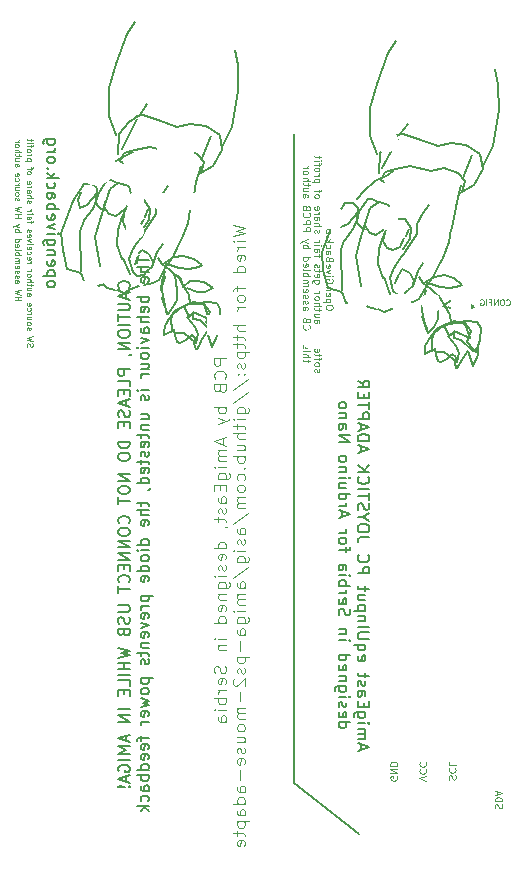
<source format=gbr>
%TF.GenerationSoftware,KiCad,Pcbnew,(6.0.2)*%
%TF.CreationDate,2024-04-06T20:18:03+01:00*%
%TF.ProjectId,amigaps2 revision1.6,616d6967-6170-4733-9220-726576697369,rev?*%
%TF.SameCoordinates,Original*%
%TF.FileFunction,Legend,Bot*%
%TF.FilePolarity,Positive*%
%FSLAX46Y46*%
G04 Gerber Fmt 4.6, Leading zero omitted, Abs format (unit mm)*
G04 Created by KiCad (PCBNEW (6.0.2)) date 2024-04-06 20:18:03*
%MOMM*%
%LPD*%
G01*
G04 APERTURE LIST*
%ADD10C,0.150000*%
%ADD11C,0.100000*%
%ADD12C,0.050000*%
%ADD13C,0.250000*%
%ADD14O,2.032000X1.727200*%
%ADD15C,2.540000*%
%ADD16R,1.700000X1.700000*%
%ADD17O,1.700000X1.700000*%
%ADD18C,1.600000*%
%ADD19C,4.000000*%
%ADD20R,1.600000X1.600000*%
%ADD21R,1.800000X1.800000*%
%ADD22O,1.800000X1.800000*%
%ADD23C,1.524000*%
%ADD24C,3.300000*%
%ADD25C,2.000000*%
G04 APERTURE END LIST*
D10*
X142811500Y-63030100D02*
X143344900Y-63182500D01*
X168135300Y-71285100D02*
X168008300Y-70904100D01*
X166408100Y-65062100D02*
X166204900Y-65341500D01*
X148196300Y-67500500D02*
X148729700Y-67449700D01*
X149542500Y-54343300D02*
X150736300Y-55130700D01*
X165176200Y-68541900D02*
X164617400Y-67144900D01*
X169862500Y-64858900D02*
X169633900Y-65493900D01*
X164706300Y-63436500D02*
X164579300Y-64096900D01*
X164579300Y-64096900D02*
X164884100Y-64655700D01*
X170827700Y-60744100D02*
X170421300Y-62953900D01*
X148348700Y-72021700D02*
X147891500Y-72478900D01*
X147637500Y-56248300D02*
X148805900Y-56680100D01*
X146951700Y-72072500D02*
X146850100Y-71513700D01*
X163487100Y-61302900D02*
X162648900Y-63969900D01*
X173037500Y-57975500D02*
X172224700Y-59347100D01*
X144208500Y-53378100D02*
X145478500Y-53860700D01*
X167017700Y-67144900D02*
X166839900Y-66814700D01*
X149898100Y-70116700D02*
X149593300Y-70980300D01*
X141185900Y-58915300D02*
X140576300Y-59829700D01*
X137325100Y-63411100D02*
X137426700Y-64884300D01*
X149390100Y-57365900D02*
X149186900Y-58331100D01*
X164172900Y-60845700D02*
X164122100Y-60794900D01*
X145834100Y-67500500D02*
X146138900Y-66611500D01*
X148958300Y-72986900D02*
X148780500Y-73215500D01*
X169202100Y-56045100D02*
X170294300Y-55765700D01*
X150482300Y-69303900D02*
X149618700Y-69227700D01*
X167398700Y-63461900D02*
X166382700Y-64985900D01*
X143751300Y-67068700D02*
X144284700Y-66941700D01*
X168871900Y-71335900D02*
X169176700Y-70675500D01*
X172224700Y-69710300D02*
X171538900Y-70040500D01*
X167906700Y-67652900D02*
X167576500Y-67144900D01*
X169278300Y-66128900D02*
X168821100Y-67094100D01*
X170649900Y-71818500D02*
X170167300Y-72148700D01*
X172173900Y-73418700D02*
X172605700Y-73088500D01*
X145554700Y-67373500D02*
X145046700Y-67652900D01*
X164960300Y-58458100D02*
X163868100Y-59016900D01*
X169176700Y-74256900D02*
X169024300Y-73698100D01*
X170421300Y-73647300D02*
X169964100Y-74104500D01*
X164680900Y-70091300D02*
X165290500Y-69811900D01*
X144614900Y-66636900D02*
X144995900Y-66255900D01*
X162648900Y-63969900D02*
X162267900Y-65392300D01*
X171970700Y-71742300D02*
X171665900Y-72605900D01*
X141008100Y-60667900D02*
X140957300Y-61175900D01*
X148221700Y-54140100D02*
X149542500Y-54343300D01*
X144767300Y-65189100D02*
X144132300Y-64833500D01*
X168389300Y-73469500D02*
X168084500Y-73647300D01*
X145046700Y-66027300D02*
X145072100Y-65874900D01*
X143878300Y-65239900D02*
X143522700Y-66052700D01*
X142049500Y-59169300D02*
X141566900Y-58915300D01*
X171919900Y-72326500D02*
X170573700Y-71742300D01*
X141566900Y-58915300D02*
X141185900Y-58915300D01*
X165290500Y-62725300D02*
X165265100Y-61734700D01*
X166077900Y-65316100D02*
X166077900Y-65366900D01*
X144284700Y-66941700D02*
X144614900Y-66636900D01*
X143954500Y-53378100D02*
X143040100Y-53987700D01*
X143090900Y-65595500D02*
X143370300Y-66687700D01*
X170802300Y-69075300D02*
X171462700Y-69176900D01*
X166077900Y-65366900D02*
X166128700Y-65366900D01*
X142989300Y-60972700D02*
X142481300Y-62090300D01*
X141363700Y-61810900D02*
X141922500Y-61988700D01*
X173875700Y-56070500D02*
X173037500Y-57721500D01*
X163055300Y-63080900D02*
X162775900Y-63004700D01*
X140373100Y-59626500D02*
X139915900Y-59220100D01*
X147294600Y-66357500D02*
X146024600Y-65951100D01*
X170573700Y-70853300D02*
X171462700Y-71081900D01*
X142481300Y-62090300D02*
X142151100Y-63157100D01*
X139966700Y-61404500D02*
X140296900Y-60667900D01*
X168960800Y-67094100D02*
X169697400Y-66941700D01*
X144005300Y-63741300D02*
X144056100Y-63741300D01*
X147967700Y-70523100D02*
X148577300Y-70192900D01*
X146088100Y-67094100D02*
X145884900Y-67881500D01*
X164706300Y-58229500D02*
X165646100Y-57975500D01*
X150787100Y-69862700D02*
X150482300Y-69303900D01*
X169367200Y-67983100D02*
X168097200Y-67576700D01*
X168084500Y-73647300D02*
X168084500Y-73444100D01*
X171462700Y-58991500D02*
X171259500Y-59956700D01*
X170573700Y-72326500D02*
X171157900Y-72428100D01*
X147281900Y-67246500D02*
X146545300Y-66509900D01*
X150101300Y-71793100D02*
X150533100Y-71462900D01*
X145783300Y-68237100D02*
X145834100Y-67500500D01*
X163995100Y-63614300D02*
X164807900Y-63004700D01*
X146392900Y-59448700D02*
X145910300Y-60058300D01*
X169456100Y-74358500D02*
X169405300Y-74307700D01*
X143217900Y-61099700D02*
X143192500Y-60109100D01*
X142608300Y-68465700D02*
X143217900Y-68186300D01*
X142074900Y-64427100D02*
X142455900Y-65570100D01*
X163271200Y-69684900D02*
X163982400Y-69862700D01*
X164045900Y-50761900D02*
X163461700Y-52793900D01*
X145046700Y-67652900D02*
X144284700Y-67830700D01*
X167347900Y-67170300D02*
X167525700Y-66611500D01*
X149199600Y-66154300D02*
X148971000Y-66281300D01*
X142151100Y-63157100D02*
X142074900Y-64427100D01*
X170878500Y-58305700D02*
X171462700Y-58991500D01*
X170751500Y-73012300D02*
X170040300Y-72148700D01*
X161353500Y-63969900D02*
X162039300Y-63030100D01*
X149618700Y-69227700D02*
X148247100Y-69380100D01*
X148501100Y-70700900D02*
X149085300Y-70802500D01*
X146748500Y-65468500D02*
X146088100Y-66332100D01*
X145453100Y-64985900D02*
X145910300Y-64325500D01*
X145376900Y-61023500D02*
X145326100Y-61836300D01*
X140703300Y-61379100D02*
X140373100Y-61023500D01*
X145783300Y-68237100D02*
X146037300Y-67043300D01*
X137706100Y-62293500D02*
X137325100Y-63411100D01*
X165417500Y-64808100D02*
X165976300Y-64630300D01*
X167144700Y-67500500D02*
X167017700Y-67144900D01*
X167982900Y-61683900D02*
X167449500Y-62649100D01*
X147789900Y-63233300D02*
X147561300Y-63868300D01*
X167855900Y-69862700D02*
X168109900Y-68668900D01*
X165061900Y-62598300D02*
X164553900Y-63715900D01*
X149593300Y-70980300D02*
X150329900Y-71869300D01*
X149466300Y-68414900D02*
X148831300Y-68414900D01*
X174078900Y-49517300D02*
X174332900Y-50838100D01*
X170167300Y-72148700D02*
X169760900Y-71234300D01*
X171005500Y-73596500D02*
X170751500Y-73012300D01*
X148120100Y-68694300D02*
X147739100Y-67957700D01*
X172554900Y-70929500D02*
X171691300Y-70853300D01*
X169760900Y-71234300D02*
X170573700Y-70853300D01*
X146799300Y-69710300D02*
X147104100Y-69049900D01*
X166204900Y-65341500D02*
X165722300Y-65925700D01*
X167119300Y-67652900D02*
X167144700Y-67500500D01*
X143370300Y-56553100D02*
X142887700Y-56832500D01*
X149644100Y-71793100D02*
X149237700Y-72377300D01*
X172224700Y-59347100D02*
X171056300Y-60032900D01*
X166814500Y-63919100D02*
X166941500Y-63004700D01*
X168922700Y-71615300D02*
X168719500Y-72351900D01*
X149390100Y-69456300D02*
X149847300Y-70700900D01*
X166357300Y-68567300D02*
X166687500Y-68262500D01*
X172758100Y-72478900D02*
X172859700Y-71488300D01*
X171310300Y-74002900D02*
X171030900Y-74612500D01*
X139509500Y-61023500D02*
X140347700Y-60032900D01*
X171272200Y-67779900D02*
X171043600Y-67906900D01*
X146011900Y-72021700D02*
X146011900Y-71818500D01*
X144360900Y-60617100D02*
X143446500Y-60566300D01*
X152260300Y-49212500D02*
X152311100Y-51371500D01*
X146951700Y-71894700D02*
X147688300Y-71869300D01*
X150964900Y-56349900D02*
X150152100Y-57721500D01*
X147205700Y-64503300D02*
X146748500Y-65468500D01*
X170192700Y-70319900D02*
X169811700Y-69583300D01*
X147561300Y-63868300D02*
X147205700Y-64503300D01*
X144335500Y-63436500D02*
X144132300Y-63715900D01*
X172808900Y-56756300D02*
X173037500Y-57975500D01*
X170116500Y-64198500D02*
X169862500Y-64858900D01*
X148780500Y-73215500D02*
X148704300Y-73215500D01*
X165290500Y-69811900D02*
X165976300Y-69557900D01*
X165442900Y-58178700D02*
X164960300Y-58458100D01*
X149110700Y-57746900D02*
X148755100Y-59118500D01*
X146189700Y-69888100D02*
X146316700Y-70269100D01*
X150533100Y-72097900D02*
X150075900Y-73063100D01*
X147688300Y-69608700D02*
X146850100Y-69989700D01*
X147027900Y-67500500D02*
X146900900Y-66840100D01*
X172059600Y-56781700D02*
X171323000Y-58712100D01*
X169100500Y-69126100D02*
X168973500Y-68465700D01*
X166027100Y-55003700D02*
X165112700Y-55613300D01*
X169379900Y-71462900D02*
X170116500Y-71081900D01*
X169633900Y-65493900D02*
X169278300Y-66128900D01*
X146202400Y-65849500D02*
X146888200Y-65468500D01*
X171716700Y-73418700D02*
X171310300Y-74002900D01*
X146062700Y-71310500D02*
X146519900Y-70523100D01*
X168846500Y-73291700D02*
X168389300Y-73469500D01*
X164147500Y-66052700D02*
X164528500Y-67195700D01*
X147154900Y-68364100D02*
X147027900Y-67500500D01*
X168592500Y-72148700D02*
X169379900Y-71462900D01*
X169659300Y-69583300D02*
X170268900Y-69126100D01*
X141795500Y-57391300D02*
X140855700Y-58229500D01*
X168719500Y-72351900D02*
X168744900Y-73266300D01*
X169760900Y-73494900D02*
X170802300Y-74358500D01*
X148043900Y-69456300D02*
X148653500Y-69430900D01*
X170776900Y-74841100D02*
X170649900Y-74434700D01*
X146062700Y-69659500D02*
X145935700Y-69278500D01*
X167068500Y-67881500D02*
X167347900Y-67170300D01*
X163461700Y-52793900D02*
X163436300Y-55156100D01*
X146850100Y-71513700D02*
X146773900Y-71666100D01*
X147891500Y-72478900D02*
X147383500Y-72732900D01*
X164223700Y-64782700D02*
X164147500Y-66052700D01*
X159778700Y-63919100D02*
X159397700Y-65036700D01*
X170116500Y-71081900D02*
X170726100Y-71056500D01*
X145326100Y-61836300D02*
X144310100Y-63360300D01*
X142303500Y-57289700D02*
X142633700Y-56603900D01*
X143370300Y-66687700D02*
X143751300Y-67068700D01*
X169964100Y-74104500D02*
X169456100Y-74358500D01*
X169735500Y-69507100D02*
X169887900Y-69634100D01*
X146545300Y-56527700D02*
X147637500Y-56248300D01*
X163436300Y-55156100D02*
X164020500Y-56756300D01*
X163296600Y-69684900D02*
X162915600Y-69380100D01*
X165646100Y-57975500D02*
X166865300Y-57721500D01*
X148971000Y-66281300D02*
X148158200Y-66459100D01*
X168262300Y-71513700D02*
X168389300Y-71894700D01*
X163639500Y-60540900D02*
X163258500Y-60540900D01*
X168287700Y-71691500D02*
X168236900Y-71462900D01*
X150075900Y-73063100D02*
X149644100Y-71793100D01*
X147586700Y-67957700D02*
X148196300Y-67500500D01*
X145935700Y-69278500D02*
X145808700Y-68821300D01*
X168617900Y-68135500D02*
X167906700Y-67652900D01*
X142201900Y-55029100D02*
X142151100Y-56730900D01*
X167449500Y-62649100D02*
X167398700Y-63461900D01*
X145478500Y-53860700D02*
X147129500Y-54419500D01*
X148043900Y-62572900D02*
X147789900Y-63233300D01*
X166865300Y-57721500D02*
X168617900Y-58153300D01*
X163436300Y-63436500D02*
X163995100Y-63614300D01*
X140296900Y-60820300D02*
X140474700Y-59956700D01*
X164274500Y-56654700D02*
X164223700Y-58356500D01*
X149085300Y-70802500D02*
X150101300Y-71793100D01*
X138722100Y-60642500D02*
X138899900Y-61252100D01*
X140982700Y-61455300D02*
X140703300Y-61379100D01*
X168097200Y-67576700D02*
X168275000Y-67475100D01*
X139331700Y-67703700D02*
X140246100Y-67856100D01*
X138341100Y-60693300D02*
X137706100Y-62293500D01*
X148501100Y-70116700D02*
X148501100Y-70700900D01*
X174332900Y-50838100D02*
X174383700Y-52997100D01*
X166128700Y-65366900D02*
X166408100Y-65062100D01*
X164604700Y-59118500D02*
X164376100Y-58915300D01*
X146164300Y-69837300D02*
X146062700Y-69659500D01*
X148653500Y-69430900D02*
X149390100Y-69405500D01*
X150685500Y-70853300D02*
X150787100Y-69862700D01*
X143103600Y-66916300D02*
X142544800Y-65519300D01*
X149390100Y-69405500D02*
X149898100Y-70116700D01*
X144945100Y-65519300D02*
X144767300Y-65189100D01*
X147688300Y-69608700D02*
X148501100Y-69227700D01*
X168008300Y-70904100D02*
X167881300Y-70446900D01*
X166636700Y-54140100D02*
X166027100Y-55003700D01*
X142887700Y-56832500D02*
X141795500Y-57391300D01*
X160413700Y-62318900D02*
X159778700Y-63919100D01*
X168744900Y-73266300D02*
X169024300Y-73520300D01*
X166281100Y-55003700D02*
X167551100Y-55486300D01*
X145986500Y-69202300D02*
X146189700Y-69888100D01*
X144183100Y-63157100D02*
X144741900Y-62293500D01*
X170319700Y-71005700D02*
X170192700Y-70319900D01*
X170040300Y-72148700D02*
X170649900Y-71818500D01*
X140195300Y-63766700D02*
X140601700Y-66230500D01*
X148729700Y-72732900D02*
X148932900Y-71970900D01*
X159880300Y-68059300D02*
X161048700Y-68389500D01*
X147688300Y-71869300D02*
X148729700Y-72732900D01*
X165112700Y-55613300D02*
X164274500Y-56654700D01*
X138976100Y-59905900D02*
X138722100Y-60642500D01*
X164960300Y-48196500D02*
X164045900Y-50761900D01*
X165519100Y-62191900D02*
X165061900Y-62598300D01*
X167119300Y-69278500D02*
X166357300Y-69456300D01*
X168465500Y-61074300D02*
X167982900Y-61683900D01*
X148932900Y-71970900D02*
X148678900Y-71386700D01*
X166204900Y-66459100D02*
X165976300Y-66763900D01*
X148755100Y-59118500D02*
X148348700Y-61328300D01*
X145072100Y-65874900D02*
X144945100Y-65519300D01*
X161048700Y-61531500D02*
X160794700Y-62268100D01*
X170726100Y-71056500D02*
X171462700Y-71031100D01*
X170903900Y-70040500D02*
X170040300Y-69710300D01*
X148247100Y-61480700D02*
X148043900Y-62572900D01*
X167627300Y-68999100D02*
X167119300Y-69278500D01*
X169710100Y-57873900D02*
X170878500Y-58305700D01*
X159397700Y-65036700D02*
X159499300Y-66509900D01*
X169405300Y-74307700D02*
X169176700Y-74256900D01*
X169176700Y-70675500D02*
X169227500Y-69989700D01*
X147332700Y-72682100D02*
X147104100Y-72631300D01*
X141389100Y-51168300D02*
X141363700Y-53530500D01*
X146138900Y-66611500D02*
X145783300Y-68237100D01*
X168389300Y-71894700D02*
X168871900Y-71335900D01*
X148577300Y-72809100D02*
X148653500Y-72301100D01*
X168922700Y-73139300D02*
X168846500Y-73291700D01*
X171462700Y-69176900D02*
X172224700Y-69710300D01*
X166941500Y-63004700D02*
X166433500Y-62242700D01*
X174383700Y-52997100D02*
X173875700Y-56070500D01*
X144005300Y-63690500D02*
X144005300Y-63741300D01*
X164553900Y-63715900D02*
X164223700Y-64782700D01*
X163029900Y-62801500D02*
X163436300Y-63436500D01*
X138976100Y-66763900D02*
X139331700Y-67703700D01*
X168617900Y-58153300D02*
X169710100Y-57873900D01*
X142532100Y-57492900D02*
X142303500Y-57289700D01*
X167957500Y-69507100D02*
X167881300Y-69888100D01*
X143040100Y-53987700D02*
X142201900Y-55029100D01*
X147104100Y-72631300D02*
X146951700Y-72072500D01*
X162928300Y-59855100D02*
X162344100Y-60490100D01*
X145884900Y-67881500D02*
X145808700Y-68262500D01*
X141414500Y-59677300D02*
X140576300Y-62344300D01*
X165836600Y-55410100D02*
X164515800Y-57924700D01*
X170726100Y-73926700D02*
X170421300Y-73647300D01*
X162560000Y-114300000D02*
X157000000Y-110000000D01*
X163868100Y-59016900D02*
X162928300Y-59855100D01*
X166839900Y-66814700D02*
X166204900Y-66459100D01*
X172605700Y-73723500D02*
X172148500Y-74688700D01*
X166738300Y-63030100D02*
X166484300Y-63639700D01*
X162445700Y-61252100D02*
X161988500Y-60845700D01*
X165646100Y-47155100D02*
X164960300Y-48196500D01*
X148158200Y-66459100D02*
X147294600Y-66357500D01*
X144995900Y-66255900D02*
X145275300Y-65544700D01*
X170802300Y-74358500D02*
X171005500Y-73596500D01*
X150736300Y-55130700D02*
X150964900Y-56349900D01*
X144132300Y-63715900D02*
X143649700Y-64300100D01*
X171462700Y-71081900D02*
X171919900Y-72326500D01*
X142024100Y-68237100D02*
X142608300Y-68465700D01*
X148501100Y-69227700D02*
X149390100Y-69456300D01*
X146773900Y-71666100D02*
X146316700Y-71843900D01*
X144868900Y-61379100D02*
X144360900Y-60617100D01*
X169227500Y-69989700D02*
X169100500Y-69126100D01*
X172605700Y-73088500D02*
X172605700Y-73723500D01*
X166433500Y-62242700D02*
X165519100Y-62191900D01*
X150152100Y-57721500D02*
X148983700Y-58407300D01*
X144665700Y-61404500D02*
X144411700Y-62014100D01*
X157000000Y-110000000D02*
X157000000Y-55000000D01*
X169024300Y-73698100D02*
X168922700Y-73139300D01*
X145275300Y-65544700D02*
X145453100Y-64985900D01*
X146037300Y-67043300D02*
X146088100Y-67094100D01*
X148831300Y-68414900D02*
X147967700Y-68084700D01*
X171030900Y-74612500D02*
X170853100Y-74841100D01*
X161404300Y-69329300D02*
X162318700Y-69481700D01*
X168973500Y-68465700D02*
X169405300Y-68795900D01*
X138938000Y-63207900D02*
X139217400Y-62395100D01*
X148805900Y-56680100D02*
X149390100Y-57365900D01*
X162369500Y-62293500D02*
X162445700Y-61252100D01*
X143192500Y-60109100D02*
X143014700Y-59448700D01*
X163080700Y-62293500D02*
X163029900Y-62801500D01*
X146215100Y-70065900D02*
X146164300Y-69837300D01*
X170319700Y-63106300D02*
X170116500Y-64198500D01*
X160972500Y-62877700D02*
X161582100Y-62649100D01*
X163258500Y-60540900D02*
X162648900Y-61455300D01*
X168059100Y-70827900D02*
X168262300Y-71513700D01*
X147383500Y-72732900D02*
X147332700Y-72682100D01*
X146265900Y-70269100D02*
X146215100Y-70065900D01*
X161010600Y-64833500D02*
X161290000Y-64020700D01*
X145910300Y-60058300D02*
X145376900Y-61023500D01*
X146900900Y-66840100D02*
X147332700Y-67170300D01*
X146024600Y-65951100D02*
X146202400Y-65849500D01*
X146850100Y-69989700D02*
X146646900Y-70726300D01*
X142633700Y-61810900D02*
X142506700Y-62471300D01*
X145808700Y-68262500D02*
X145986500Y-69202300D01*
X159499300Y-66509900D02*
X159880300Y-68059300D01*
X142633700Y-56603900D02*
X143573500Y-56349900D01*
X146011900Y-71818500D02*
X146062700Y-71310500D01*
X142151100Y-59169300D02*
X141414500Y-59677300D01*
X149987000Y-55156100D02*
X149250400Y-57086500D01*
X169887900Y-69634100D02*
X169659300Y-69583300D01*
X143903700Y-63004700D02*
X144284700Y-62191900D01*
X169760900Y-71234300D02*
X168922700Y-71615300D01*
X170649900Y-74434700D02*
X170726100Y-73926700D01*
X148577300Y-70192900D02*
X148094700Y-70523100D01*
X146646900Y-70726300D02*
X146672300Y-71640700D01*
X167881300Y-69888100D02*
X168059100Y-70827900D01*
X144741900Y-62293500D02*
X144868900Y-61379100D01*
X143217900Y-68186300D02*
X143903700Y-67932300D01*
X142887700Y-46570900D02*
X141973300Y-49136300D01*
X168236900Y-71462900D02*
X168135300Y-71285100D01*
X171691300Y-70853300D02*
X170319700Y-71005700D01*
X171538900Y-70040500D02*
X170903900Y-70040500D01*
X137807700Y-66433700D02*
X138976100Y-66763900D01*
X143624300Y-53479700D02*
X144208500Y-53378100D01*
X168275000Y-67475100D02*
X168960800Y-67094100D01*
X148247100Y-69380100D02*
X148120100Y-68694300D01*
X148653500Y-72301100D02*
X148348700Y-72021700D01*
X167855900Y-69862700D02*
X167906700Y-69126100D01*
X142506700Y-62471300D02*
X142811500Y-63030100D01*
X140296900Y-60667900D02*
X140373100Y-59626500D01*
X145834100Y-66027300D02*
X145503900Y-65519300D01*
X161328100Y-60845700D02*
X160413700Y-62318900D01*
X165442900Y-68313300D02*
X165823900Y-68694300D01*
X141922500Y-61988700D02*
X142735300Y-61379100D01*
X164884100Y-64655700D02*
X165417500Y-64808100D01*
X143014700Y-59448700D02*
X142151100Y-59169300D01*
X146316700Y-71843900D02*
X146011900Y-72021700D01*
X165087300Y-61074300D02*
X164223700Y-60794900D01*
X148539200Y-65595500D02*
X149199600Y-66154300D01*
X171157900Y-72428100D02*
X172173900Y-73418700D01*
X161988500Y-60845700D02*
X161328100Y-60845700D01*
X150152100Y-68084700D02*
X149466300Y-68414900D01*
X166255700Y-64782700D02*
X166814500Y-63919100D01*
X149390100Y-67551300D02*
X150152100Y-68084700D01*
X139915900Y-59220100D02*
X139255500Y-59220100D01*
X152006300Y-47891700D02*
X152260300Y-49212500D01*
X169354500Y-68872100D02*
X168617900Y-68135500D01*
X162267900Y-65392300D02*
X162674300Y-67856100D01*
X170294300Y-55765700D02*
X171615100Y-55968900D01*
X140246100Y-67856100D02*
X140830300Y-67779900D01*
X143573500Y-56349900D02*
X144792700Y-56095900D01*
X165823900Y-68694300D02*
X166357300Y-68567300D01*
X162775900Y-63004700D02*
X162445700Y-62649100D01*
X143344900Y-63182500D02*
X143903700Y-63004700D01*
X147104100Y-69049900D02*
X147154900Y-68364100D01*
X152311100Y-51371500D02*
X151803100Y-54444900D01*
X162318700Y-69481700D02*
X162902900Y-69405500D01*
X167551100Y-55486300D02*
X169202100Y-56045100D01*
X172859700Y-71488300D02*
X172554900Y-70929500D01*
X141198600Y-68059300D02*
X141909800Y-68237100D01*
X162039300Y-63030100D02*
X162369500Y-62293500D01*
X146519900Y-70523100D02*
X147307300Y-69837300D01*
X143573500Y-45529500D02*
X142887700Y-46570900D01*
X172148500Y-74688700D02*
X171716700Y-73418700D01*
X143319500Y-64909700D02*
X143090900Y-65595500D01*
X149237700Y-72377300D02*
X148958300Y-72986900D01*
X146672300Y-71640700D02*
X146951700Y-71894700D01*
X147307300Y-69837300D02*
X148043900Y-69456300D01*
X162445700Y-62649100D02*
X162369500Y-62445900D01*
X165696900Y-55105300D02*
X166281100Y-55003700D01*
X168160700Y-68719700D02*
X167957500Y-69507100D01*
X140855700Y-58229500D02*
X140271500Y-58864500D01*
X169405300Y-68795900D02*
X169735500Y-69507100D01*
X138899900Y-61252100D02*
X139509500Y-61023500D01*
X147332700Y-67170300D02*
X147662900Y-67881500D01*
X171183300Y-59372500D02*
X170827700Y-60744100D01*
X168338500Y-71894700D02*
X168287700Y-71691500D01*
X170230800Y-68084700D02*
X169367200Y-67983100D01*
X146888200Y-65468500D02*
X147624800Y-65316100D01*
X169024300Y-73520300D02*
X169760900Y-73494900D01*
X169697400Y-66941700D02*
X170611800Y-67221100D01*
X171665900Y-72605900D02*
X172402500Y-73494900D01*
X144564100Y-52514500D02*
X143954500Y-53378100D01*
X144132300Y-64833500D02*
X143903700Y-65138300D01*
X139255500Y-59220100D02*
X138341100Y-60693300D01*
X172402500Y-73494900D02*
X172758100Y-72478900D01*
X171043600Y-67906900D02*
X170230800Y-68084700D01*
X147624800Y-65316100D02*
X148539200Y-65595500D01*
X170268900Y-69126100D02*
X170802300Y-69075300D01*
X147662900Y-67881500D02*
X147815300Y-68008500D01*
X148678900Y-71386700D02*
X147967700Y-70523100D01*
X140576300Y-62344300D02*
X140195300Y-63766700D01*
X165722300Y-65925700D02*
X165392100Y-66535300D01*
X171462700Y-71031100D02*
X171970700Y-71742300D01*
X137426700Y-64884300D02*
X137807700Y-66433700D01*
X168084500Y-73444100D02*
X168135300Y-72936100D01*
X164122100Y-60794900D02*
X163639500Y-60540900D01*
X143649700Y-64300100D02*
X143319500Y-64909700D01*
X146545300Y-66509900D02*
X145834100Y-66027300D01*
X140957300Y-61175900D02*
X141363700Y-61810900D01*
X161048700Y-68389500D02*
X161404300Y-69329300D01*
X146088100Y-66332100D02*
X145554700Y-67373500D01*
X144056100Y-63741300D02*
X144335500Y-63436500D01*
X142100300Y-59220100D02*
X142049500Y-59169300D01*
X165392100Y-66535300D02*
X165163500Y-67221100D01*
X149847300Y-70700900D02*
X148501100Y-70116700D01*
X161582100Y-62649100D02*
X162420300Y-61658500D01*
X141973300Y-49136300D02*
X141389100Y-51168300D01*
X141363700Y-53530500D02*
X141947900Y-55130700D01*
X139280900Y-62344300D02*
X139966700Y-61404500D01*
X164376100Y-58915300D02*
X164706300Y-58229500D01*
X148704300Y-73215500D02*
X148577300Y-72809100D01*
X164223700Y-60794900D02*
X163487100Y-61302900D01*
X170611800Y-67221100D02*
X171272200Y-67779900D01*
X165976300Y-64630300D02*
X166357300Y-63817500D01*
X138988800Y-66586100D02*
X138938000Y-63207900D01*
X151803100Y-54444900D02*
X150964900Y-56095900D01*
X167906700Y-69126100D02*
X168211500Y-68237100D01*
X168160700Y-67957700D02*
X167627300Y-68999100D01*
X170853100Y-74841100D02*
X170776900Y-74841100D01*
X168109900Y-68668900D02*
X168160700Y-68719700D01*
X144792700Y-56095900D02*
X146545300Y-56527700D01*
X166687500Y-68262500D02*
X167068500Y-67881500D01*
X147739100Y-67957700D02*
X147281900Y-67246500D01*
X167525700Y-66611500D02*
X167982900Y-65951100D01*
X168821100Y-67094100D02*
X168160700Y-67957700D01*
X162369500Y-62445900D02*
X162547300Y-61582300D01*
X171615100Y-55968900D02*
X172808900Y-56756300D01*
X150533100Y-71462900D02*
X150533100Y-72097900D01*
X150329900Y-71869300D02*
X150685500Y-70853300D01*
X165265100Y-61734700D02*
X165087300Y-61074300D01*
X170573700Y-71742300D02*
X170573700Y-72326500D01*
X168135300Y-72936100D02*
X168592500Y-72148700D01*
X148094700Y-70523100D02*
X147688300Y-69608700D01*
X164096700Y-69862700D02*
X164680900Y-70091300D01*
X165950900Y-66865500D02*
X165595300Y-67678300D01*
X160794700Y-62268100D02*
X160972500Y-62877700D01*
X148729700Y-67449700D02*
X149390100Y-67551300D01*
X147815300Y-68008500D02*
X147586700Y-67957700D01*
X147129500Y-54419500D02*
X148221700Y-54140100D01*
X169811700Y-69583300D02*
X169354500Y-68872100D01*
X161061400Y-68211700D02*
X161010600Y-64833500D01*
X165163500Y-67221100D02*
X165442900Y-68313300D01*
X141224000Y-68059300D02*
X140843000Y-67754500D01*
X140373100Y-61023500D02*
X140296900Y-60820300D01*
X143764000Y-53784500D02*
X142443200Y-56299100D01*
X143446500Y-60566300D02*
X142989300Y-60972700D01*
X146316700Y-70269100D02*
X146799300Y-69710300D01*
X168211500Y-68237100D02*
X167855900Y-69862700D01*
X136110719Y-67817238D02*
X136158338Y-67912476D01*
X136205957Y-67960095D01*
X136301195Y-68007714D01*
X136586909Y-68007714D01*
X136682147Y-67960095D01*
X136729766Y-67912476D01*
X136777385Y-67817238D01*
X136777385Y-67674380D01*
X136729766Y-67579142D01*
X136682147Y-67531523D01*
X136586909Y-67483904D01*
X136301195Y-67483904D01*
X136205957Y-67531523D01*
X136158338Y-67579142D01*
X136110719Y-67674380D01*
X136110719Y-67817238D01*
X136777385Y-67055333D02*
X135777385Y-67055333D01*
X136729766Y-67055333D02*
X136777385Y-66960095D01*
X136777385Y-66769619D01*
X136729766Y-66674380D01*
X136682147Y-66626761D01*
X136586909Y-66579142D01*
X136301195Y-66579142D01*
X136205957Y-66626761D01*
X136158338Y-66674380D01*
X136110719Y-66769619D01*
X136110719Y-66960095D01*
X136158338Y-67055333D01*
X136158338Y-65769619D02*
X136110719Y-65864857D01*
X136110719Y-66055333D01*
X136158338Y-66150571D01*
X136253576Y-66198190D01*
X136634528Y-66198190D01*
X136729766Y-66150571D01*
X136777385Y-66055333D01*
X136777385Y-65864857D01*
X136729766Y-65769619D01*
X136634528Y-65722000D01*
X136539290Y-65722000D01*
X136444052Y-66198190D01*
X136777385Y-65293428D02*
X136110719Y-65293428D01*
X136682147Y-65293428D02*
X136729766Y-65245809D01*
X136777385Y-65150571D01*
X136777385Y-65007714D01*
X136729766Y-64912476D01*
X136634528Y-64864857D01*
X136110719Y-64864857D01*
X136777385Y-63960095D02*
X135967861Y-63960095D01*
X135872623Y-64007714D01*
X135825004Y-64055333D01*
X135777385Y-64150571D01*
X135777385Y-64293428D01*
X135825004Y-64388666D01*
X136158338Y-63960095D02*
X136110719Y-64055333D01*
X136110719Y-64245809D01*
X136158338Y-64341047D01*
X136205957Y-64388666D01*
X136301195Y-64436285D01*
X136586909Y-64436285D01*
X136682147Y-64388666D01*
X136729766Y-64341047D01*
X136777385Y-64245809D01*
X136777385Y-64055333D01*
X136729766Y-63960095D01*
X136110719Y-63483904D02*
X136777385Y-63483904D01*
X137110719Y-63483904D02*
X137063100Y-63531523D01*
X137015480Y-63483904D01*
X137063100Y-63436285D01*
X137110719Y-63483904D01*
X137015480Y-63483904D01*
X136777385Y-63102952D02*
X136110719Y-62864857D01*
X136777385Y-62626761D01*
X136158338Y-61864857D02*
X136110719Y-61960095D01*
X136110719Y-62150571D01*
X136158338Y-62245809D01*
X136253576Y-62293428D01*
X136634528Y-62293428D01*
X136729766Y-62245809D01*
X136777385Y-62150571D01*
X136777385Y-61960095D01*
X136729766Y-61864857D01*
X136634528Y-61817238D01*
X136539290Y-61817238D01*
X136444052Y-62293428D01*
X136110719Y-61388666D02*
X137110719Y-61388666D01*
X136729766Y-61388666D02*
X136777385Y-61293428D01*
X136777385Y-61102952D01*
X136729766Y-61007714D01*
X136682147Y-60960095D01*
X136586909Y-60912476D01*
X136301195Y-60912476D01*
X136205957Y-60960095D01*
X136158338Y-61007714D01*
X136110719Y-61102952D01*
X136110719Y-61293428D01*
X136158338Y-61388666D01*
X136110719Y-60055333D02*
X136634528Y-60055333D01*
X136729766Y-60102952D01*
X136777385Y-60198190D01*
X136777385Y-60388666D01*
X136729766Y-60483904D01*
X136158338Y-60055333D02*
X136110719Y-60150571D01*
X136110719Y-60388666D01*
X136158338Y-60483904D01*
X136253576Y-60531523D01*
X136348814Y-60531523D01*
X136444052Y-60483904D01*
X136491671Y-60388666D01*
X136491671Y-60150571D01*
X136539290Y-60055333D01*
X136158338Y-59150571D02*
X136110719Y-59245809D01*
X136110719Y-59436285D01*
X136158338Y-59531523D01*
X136205957Y-59579142D01*
X136301195Y-59626761D01*
X136586909Y-59626761D01*
X136682147Y-59579142D01*
X136729766Y-59531523D01*
X136777385Y-59436285D01*
X136777385Y-59245809D01*
X136729766Y-59150571D01*
X136110719Y-58722000D02*
X137110719Y-58722000D01*
X136491671Y-58626761D02*
X136110719Y-58341047D01*
X136777385Y-58341047D02*
X136396433Y-58722000D01*
X136205957Y-57912476D02*
X136158338Y-57864857D01*
X136110719Y-57912476D01*
X136158338Y-57960095D01*
X136205957Y-57912476D01*
X136110719Y-57912476D01*
X136110719Y-57293428D02*
X136158338Y-57388666D01*
X136205957Y-57436285D01*
X136301195Y-57483904D01*
X136586909Y-57483904D01*
X136682147Y-57436285D01*
X136729766Y-57388666D01*
X136777385Y-57293428D01*
X136777385Y-57150571D01*
X136729766Y-57055333D01*
X136682147Y-57007714D01*
X136586909Y-56960095D01*
X136301195Y-56960095D01*
X136205957Y-57007714D01*
X136158338Y-57055333D01*
X136110719Y-57150571D01*
X136110719Y-57293428D01*
X136110719Y-56531523D02*
X136777385Y-56531523D01*
X136586909Y-56531523D02*
X136682147Y-56483904D01*
X136729766Y-56436285D01*
X136777385Y-56341047D01*
X136777385Y-56245809D01*
X136777385Y-55483904D02*
X135967861Y-55483904D01*
X135872623Y-55531523D01*
X135825004Y-55579142D01*
X135777385Y-55674380D01*
X135777385Y-55817238D01*
X135825004Y-55912476D01*
X136158338Y-55483904D02*
X136110719Y-55579142D01*
X136110719Y-55769619D01*
X136158338Y-55864857D01*
X136205957Y-55912476D01*
X136301195Y-55960095D01*
X136586909Y-55960095D01*
X136682147Y-55912476D01*
X136729766Y-55864857D01*
X136777385Y-55769619D01*
X136777385Y-55579142D01*
X136729766Y-55483904D01*
D11*
X170140342Y-109680285D02*
X170111771Y-109594571D01*
X170111771Y-109451714D01*
X170140342Y-109394571D01*
X170168914Y-109366000D01*
X170226057Y-109337428D01*
X170283200Y-109337428D01*
X170340342Y-109366000D01*
X170368914Y-109394571D01*
X170397485Y-109451714D01*
X170426057Y-109566000D01*
X170454628Y-109623142D01*
X170483200Y-109651714D01*
X170540342Y-109680285D01*
X170597485Y-109680285D01*
X170654628Y-109651714D01*
X170683200Y-109623142D01*
X170711771Y-109566000D01*
X170711771Y-109423142D01*
X170683200Y-109337428D01*
X170168914Y-108737428D02*
X170140342Y-108766000D01*
X170111771Y-108851714D01*
X170111771Y-108908857D01*
X170140342Y-108994571D01*
X170197485Y-109051714D01*
X170254628Y-109080285D01*
X170368914Y-109108857D01*
X170454628Y-109108857D01*
X170568914Y-109080285D01*
X170626057Y-109051714D01*
X170683200Y-108994571D01*
X170711771Y-108908857D01*
X170711771Y-108851714D01*
X170683200Y-108766000D01*
X170654628Y-108737428D01*
X170111771Y-108194571D02*
X170111771Y-108480285D01*
X170711771Y-108480285D01*
X165755600Y-109423142D02*
X165784171Y-109480285D01*
X165784171Y-109566000D01*
X165755600Y-109651714D01*
X165698457Y-109708857D01*
X165641314Y-109737428D01*
X165527028Y-109766000D01*
X165441314Y-109766000D01*
X165327028Y-109737428D01*
X165269885Y-109708857D01*
X165212742Y-109651714D01*
X165184171Y-109566000D01*
X165184171Y-109508857D01*
X165212742Y-109423142D01*
X165241314Y-109394571D01*
X165441314Y-109394571D01*
X165441314Y-109508857D01*
X165184171Y-109137428D02*
X165784171Y-109137428D01*
X165184171Y-108794571D01*
X165784171Y-108794571D01*
X165184171Y-108508857D02*
X165784171Y-108508857D01*
X165784171Y-108366000D01*
X165755600Y-108280285D01*
X165698457Y-108223142D01*
X165641314Y-108194571D01*
X165527028Y-108166000D01*
X165441314Y-108166000D01*
X165327028Y-108194571D01*
X165269885Y-108223142D01*
X165212742Y-108280285D01*
X165184171Y-108366000D01*
X165184171Y-108508857D01*
D10*
X143022142Y-68106428D02*
X143069761Y-68059285D01*
X143117380Y-67917857D01*
X143117380Y-67823571D01*
X143069761Y-67682142D01*
X142974523Y-67587857D01*
X142879285Y-67540714D01*
X142688809Y-67493571D01*
X142545952Y-67493571D01*
X142355476Y-67540714D01*
X142260238Y-67587857D01*
X142165000Y-67682142D01*
X142117380Y-67823571D01*
X142117380Y-67917857D01*
X142165000Y-68059285D01*
X142212619Y-68106428D01*
X142831666Y-68483571D02*
X142831666Y-68955000D01*
X143117380Y-68389285D02*
X142117380Y-68719285D01*
X143117380Y-69049285D01*
X142117380Y-69379285D02*
X142926904Y-69379285D01*
X143022142Y-69426428D01*
X143069761Y-69473571D01*
X143117380Y-69567857D01*
X143117380Y-69756428D01*
X143069761Y-69850714D01*
X143022142Y-69897857D01*
X142926904Y-69945000D01*
X142117380Y-69945000D01*
X142117380Y-70275000D02*
X142117380Y-70840714D01*
X143117380Y-70557857D02*
X142117380Y-70557857D01*
X143117380Y-71170714D02*
X142117380Y-71170714D01*
X142117380Y-71830714D02*
X142117380Y-72019285D01*
X142165000Y-72113571D01*
X142260238Y-72207857D01*
X142450714Y-72255000D01*
X142784047Y-72255000D01*
X142974523Y-72207857D01*
X143069761Y-72113571D01*
X143117380Y-72019285D01*
X143117380Y-71830714D01*
X143069761Y-71736428D01*
X142974523Y-71642142D01*
X142784047Y-71595000D01*
X142450714Y-71595000D01*
X142260238Y-71642142D01*
X142165000Y-71736428D01*
X142117380Y-71830714D01*
X143117380Y-72679285D02*
X142117380Y-72679285D01*
X143117380Y-73245000D01*
X142117380Y-73245000D01*
X143069761Y-73763571D02*
X143117380Y-73763571D01*
X143212619Y-73716428D01*
X143260238Y-73669285D01*
X143117380Y-74942142D02*
X142117380Y-74942142D01*
X142117380Y-75319285D01*
X142165000Y-75413571D01*
X142212619Y-75460714D01*
X142307857Y-75507857D01*
X142450714Y-75507857D01*
X142545952Y-75460714D01*
X142593571Y-75413571D01*
X142641190Y-75319285D01*
X142641190Y-74942142D01*
X143117380Y-76403571D02*
X143117380Y-75932142D01*
X142117380Y-75932142D01*
X142593571Y-76733571D02*
X142593571Y-77063571D01*
X143117380Y-77205000D02*
X143117380Y-76733571D01*
X142117380Y-76733571D01*
X142117380Y-77205000D01*
X142831666Y-77582142D02*
X142831666Y-78053571D01*
X143117380Y-77487857D02*
X142117380Y-77817857D01*
X143117380Y-78147857D01*
X143069761Y-78430714D02*
X143117380Y-78572142D01*
X143117380Y-78807857D01*
X143069761Y-78902142D01*
X143022142Y-78949285D01*
X142926904Y-78996428D01*
X142831666Y-78996428D01*
X142736428Y-78949285D01*
X142688809Y-78902142D01*
X142641190Y-78807857D01*
X142593571Y-78619285D01*
X142545952Y-78525000D01*
X142498333Y-78477857D01*
X142403095Y-78430714D01*
X142307857Y-78430714D01*
X142212619Y-78477857D01*
X142165000Y-78525000D01*
X142117380Y-78619285D01*
X142117380Y-78855000D01*
X142165000Y-78996428D01*
X142593571Y-79420714D02*
X142593571Y-79750714D01*
X143117380Y-79892142D02*
X143117380Y-79420714D01*
X142117380Y-79420714D01*
X142117380Y-79892142D01*
X143117380Y-81070714D02*
X142117380Y-81070714D01*
X142117380Y-81306428D01*
X142165000Y-81447857D01*
X142260238Y-81542142D01*
X142355476Y-81589285D01*
X142545952Y-81636428D01*
X142688809Y-81636428D01*
X142879285Y-81589285D01*
X142974523Y-81542142D01*
X143069761Y-81447857D01*
X143117380Y-81306428D01*
X143117380Y-81070714D01*
X142117380Y-82249285D02*
X142117380Y-82437857D01*
X142165000Y-82532142D01*
X142260238Y-82626428D01*
X142450714Y-82673571D01*
X142784047Y-82673571D01*
X142974523Y-82626428D01*
X143069761Y-82532142D01*
X143117380Y-82437857D01*
X143117380Y-82249285D01*
X143069761Y-82155000D01*
X142974523Y-82060714D01*
X142784047Y-82013571D01*
X142450714Y-82013571D01*
X142260238Y-82060714D01*
X142165000Y-82155000D01*
X142117380Y-82249285D01*
X143117380Y-83852142D02*
X142117380Y-83852142D01*
X143117380Y-84417857D01*
X142117380Y-84417857D01*
X142117380Y-85077857D02*
X142117380Y-85266428D01*
X142165000Y-85360714D01*
X142260238Y-85455000D01*
X142450714Y-85502142D01*
X142784047Y-85502142D01*
X142974523Y-85455000D01*
X143069761Y-85360714D01*
X143117380Y-85266428D01*
X143117380Y-85077857D01*
X143069761Y-84983571D01*
X142974523Y-84889285D01*
X142784047Y-84842142D01*
X142450714Y-84842142D01*
X142260238Y-84889285D01*
X142165000Y-84983571D01*
X142117380Y-85077857D01*
X142117380Y-85785000D02*
X142117380Y-86350714D01*
X143117380Y-86067857D02*
X142117380Y-86067857D01*
X143022142Y-88000714D02*
X143069761Y-87953571D01*
X143117380Y-87812142D01*
X143117380Y-87717857D01*
X143069761Y-87576428D01*
X142974523Y-87482142D01*
X142879285Y-87435000D01*
X142688809Y-87387857D01*
X142545952Y-87387857D01*
X142355476Y-87435000D01*
X142260238Y-87482142D01*
X142165000Y-87576428D01*
X142117380Y-87717857D01*
X142117380Y-87812142D01*
X142165000Y-87953571D01*
X142212619Y-88000714D01*
X142117380Y-88613571D02*
X142117380Y-88802142D01*
X142165000Y-88896428D01*
X142260238Y-88990714D01*
X142450714Y-89037857D01*
X142784047Y-89037857D01*
X142974523Y-88990714D01*
X143069761Y-88896428D01*
X143117380Y-88802142D01*
X143117380Y-88613571D01*
X143069761Y-88519285D01*
X142974523Y-88425000D01*
X142784047Y-88377857D01*
X142450714Y-88377857D01*
X142260238Y-88425000D01*
X142165000Y-88519285D01*
X142117380Y-88613571D01*
X143117380Y-89462142D02*
X142117380Y-89462142D01*
X143117380Y-90027857D01*
X142117380Y-90027857D01*
X143117380Y-90499285D02*
X142117380Y-90499285D01*
X143117380Y-91065000D01*
X142117380Y-91065000D01*
X142593571Y-91536428D02*
X142593571Y-91866428D01*
X143117380Y-92007857D02*
X143117380Y-91536428D01*
X142117380Y-91536428D01*
X142117380Y-92007857D01*
X143022142Y-92997857D02*
X143069761Y-92950714D01*
X143117380Y-92809285D01*
X143117380Y-92715000D01*
X143069761Y-92573571D01*
X142974523Y-92479285D01*
X142879285Y-92432142D01*
X142688809Y-92385000D01*
X142545952Y-92385000D01*
X142355476Y-92432142D01*
X142260238Y-92479285D01*
X142165000Y-92573571D01*
X142117380Y-92715000D01*
X142117380Y-92809285D01*
X142165000Y-92950714D01*
X142212619Y-92997857D01*
X142117380Y-93280714D02*
X142117380Y-93846428D01*
X143117380Y-93563571D02*
X142117380Y-93563571D01*
X142117380Y-94930714D02*
X142926904Y-94930714D01*
X143022142Y-94977857D01*
X143069761Y-95025000D01*
X143117380Y-95119285D01*
X143117380Y-95307857D01*
X143069761Y-95402142D01*
X143022142Y-95449285D01*
X142926904Y-95496428D01*
X142117380Y-95496428D01*
X143069761Y-95920714D02*
X143117380Y-96062142D01*
X143117380Y-96297857D01*
X143069761Y-96392142D01*
X143022142Y-96439285D01*
X142926904Y-96486428D01*
X142831666Y-96486428D01*
X142736428Y-96439285D01*
X142688809Y-96392142D01*
X142641190Y-96297857D01*
X142593571Y-96109285D01*
X142545952Y-96015000D01*
X142498333Y-95967857D01*
X142403095Y-95920714D01*
X142307857Y-95920714D01*
X142212619Y-95967857D01*
X142165000Y-96015000D01*
X142117380Y-96109285D01*
X142117380Y-96345000D01*
X142165000Y-96486428D01*
X142593571Y-97240714D02*
X142641190Y-97382142D01*
X142688809Y-97429285D01*
X142784047Y-97476428D01*
X142926904Y-97476428D01*
X143022142Y-97429285D01*
X143069761Y-97382142D01*
X143117380Y-97287857D01*
X143117380Y-96910714D01*
X142117380Y-96910714D01*
X142117380Y-97240714D01*
X142165000Y-97335000D01*
X142212619Y-97382142D01*
X142307857Y-97429285D01*
X142403095Y-97429285D01*
X142498333Y-97382142D01*
X142545952Y-97335000D01*
X142593571Y-97240714D01*
X142593571Y-96910714D01*
X142117380Y-98560714D02*
X143117380Y-98796428D01*
X142403095Y-98985000D01*
X143117380Y-99173571D01*
X142117380Y-99409285D01*
X143117380Y-99786428D02*
X142117380Y-99786428D01*
X142593571Y-99786428D02*
X142593571Y-100352142D01*
X143117380Y-100352142D02*
X142117380Y-100352142D01*
X143117380Y-100823571D02*
X142117380Y-100823571D01*
X143117380Y-101766428D02*
X143117380Y-101295000D01*
X142117380Y-101295000D01*
X142593571Y-102096428D02*
X142593571Y-102426428D01*
X143117380Y-102567857D02*
X143117380Y-102096428D01*
X142117380Y-102096428D01*
X142117380Y-102567857D01*
X143117380Y-103746428D02*
X142117380Y-103746428D01*
X143117380Y-104217857D02*
X142117380Y-104217857D01*
X143117380Y-104783571D01*
X142117380Y-104783571D01*
X142831666Y-105962142D02*
X142831666Y-106433571D01*
X143117380Y-105867857D02*
X142117380Y-106197857D01*
X143117380Y-106527857D01*
X143117380Y-106857857D02*
X142117380Y-106857857D01*
X142831666Y-107187857D01*
X142117380Y-107517857D01*
X143117380Y-107517857D01*
X143117380Y-107989285D02*
X142117380Y-107989285D01*
X142165000Y-108979285D02*
X142117380Y-108885000D01*
X142117380Y-108743571D01*
X142165000Y-108602142D01*
X142260238Y-108507857D01*
X142355476Y-108460714D01*
X142545952Y-108413571D01*
X142688809Y-108413571D01*
X142879285Y-108460714D01*
X142974523Y-108507857D01*
X143069761Y-108602142D01*
X143117380Y-108743571D01*
X143117380Y-108837857D01*
X143069761Y-108979285D01*
X143022142Y-109026428D01*
X142688809Y-109026428D01*
X142688809Y-108837857D01*
X142831666Y-109403571D02*
X142831666Y-109875000D01*
X143117380Y-109309285D02*
X142117380Y-109639285D01*
X143117380Y-109969285D01*
X143022142Y-110299285D02*
X143069761Y-110346428D01*
X143117380Y-110299285D01*
X143069761Y-110252142D01*
X143022142Y-110299285D01*
X143117380Y-110299285D01*
X142736428Y-110299285D02*
X142165000Y-110252142D01*
X142117380Y-110299285D01*
X142165000Y-110346428D01*
X142736428Y-110299285D01*
X142117380Y-110299285D01*
X143727380Y-65419285D02*
X143727380Y-65985000D01*
X144727380Y-65702142D02*
X143727380Y-65702142D01*
X144727380Y-66315000D02*
X143727380Y-66315000D01*
X144727380Y-66739285D02*
X144203571Y-66739285D01*
X144108333Y-66692142D01*
X144060714Y-66597857D01*
X144060714Y-66456428D01*
X144108333Y-66362142D01*
X144155952Y-66315000D01*
X144679761Y-67587857D02*
X144727380Y-67493571D01*
X144727380Y-67305000D01*
X144679761Y-67210714D01*
X144584523Y-67163571D01*
X144203571Y-67163571D01*
X144108333Y-67210714D01*
X144060714Y-67305000D01*
X144060714Y-67493571D01*
X144108333Y-67587857D01*
X144203571Y-67635000D01*
X144298809Y-67635000D01*
X144394047Y-67163571D01*
X144727380Y-68813571D02*
X143727380Y-68813571D01*
X144108333Y-68813571D02*
X144060714Y-68907857D01*
X144060714Y-69096428D01*
X144108333Y-69190714D01*
X144155952Y-69237857D01*
X144251190Y-69285000D01*
X144536904Y-69285000D01*
X144632142Y-69237857D01*
X144679761Y-69190714D01*
X144727380Y-69096428D01*
X144727380Y-68907857D01*
X144679761Y-68813571D01*
X144679761Y-70086428D02*
X144727380Y-69992142D01*
X144727380Y-69803571D01*
X144679761Y-69709285D01*
X144584523Y-69662142D01*
X144203571Y-69662142D01*
X144108333Y-69709285D01*
X144060714Y-69803571D01*
X144060714Y-69992142D01*
X144108333Y-70086428D01*
X144203571Y-70133571D01*
X144298809Y-70133571D01*
X144394047Y-69662142D01*
X144727380Y-70557857D02*
X143727380Y-70557857D01*
X144727380Y-70982142D02*
X144203571Y-70982142D01*
X144108333Y-70935000D01*
X144060714Y-70840714D01*
X144060714Y-70699285D01*
X144108333Y-70605000D01*
X144155952Y-70557857D01*
X144727380Y-71877857D02*
X144203571Y-71877857D01*
X144108333Y-71830714D01*
X144060714Y-71736428D01*
X144060714Y-71547857D01*
X144108333Y-71453571D01*
X144679761Y-71877857D02*
X144727380Y-71783571D01*
X144727380Y-71547857D01*
X144679761Y-71453571D01*
X144584523Y-71406428D01*
X144489285Y-71406428D01*
X144394047Y-71453571D01*
X144346428Y-71547857D01*
X144346428Y-71783571D01*
X144298809Y-71877857D01*
X144060714Y-72255000D02*
X144727380Y-72490714D01*
X144060714Y-72726428D01*
X144727380Y-73103571D02*
X144060714Y-73103571D01*
X143727380Y-73103571D02*
X143775000Y-73056428D01*
X143822619Y-73103571D01*
X143775000Y-73150714D01*
X143727380Y-73103571D01*
X143822619Y-73103571D01*
X144727380Y-73716428D02*
X144679761Y-73622142D01*
X144632142Y-73575000D01*
X144536904Y-73527857D01*
X144251190Y-73527857D01*
X144155952Y-73575000D01*
X144108333Y-73622142D01*
X144060714Y-73716428D01*
X144060714Y-73857857D01*
X144108333Y-73952142D01*
X144155952Y-73999285D01*
X144251190Y-74046428D01*
X144536904Y-74046428D01*
X144632142Y-73999285D01*
X144679761Y-73952142D01*
X144727380Y-73857857D01*
X144727380Y-73716428D01*
X144060714Y-74895000D02*
X144727380Y-74895000D01*
X144060714Y-74470714D02*
X144584523Y-74470714D01*
X144679761Y-74517857D01*
X144727380Y-74612142D01*
X144727380Y-74753571D01*
X144679761Y-74847857D01*
X144632142Y-74895000D01*
X144727380Y-75366428D02*
X144060714Y-75366428D01*
X144251190Y-75366428D02*
X144155952Y-75413571D01*
X144108333Y-75460714D01*
X144060714Y-75555000D01*
X144060714Y-75649285D01*
X144727380Y-76733571D02*
X144060714Y-76733571D01*
X143727380Y-76733571D02*
X143775000Y-76686428D01*
X143822619Y-76733571D01*
X143775000Y-76780714D01*
X143727380Y-76733571D01*
X143822619Y-76733571D01*
X144679761Y-77157857D02*
X144727380Y-77252142D01*
X144727380Y-77440714D01*
X144679761Y-77535000D01*
X144584523Y-77582142D01*
X144536904Y-77582142D01*
X144441666Y-77535000D01*
X144394047Y-77440714D01*
X144394047Y-77299285D01*
X144346428Y-77205000D01*
X144251190Y-77157857D01*
X144203571Y-77157857D01*
X144108333Y-77205000D01*
X144060714Y-77299285D01*
X144060714Y-77440714D01*
X144108333Y-77535000D01*
X144060714Y-79185000D02*
X144727380Y-79185000D01*
X144060714Y-78760714D02*
X144584523Y-78760714D01*
X144679761Y-78807857D01*
X144727380Y-78902142D01*
X144727380Y-79043571D01*
X144679761Y-79137857D01*
X144632142Y-79185000D01*
X144060714Y-79656428D02*
X144727380Y-79656428D01*
X144155952Y-79656428D02*
X144108333Y-79703571D01*
X144060714Y-79797857D01*
X144060714Y-79939285D01*
X144108333Y-80033571D01*
X144203571Y-80080714D01*
X144727380Y-80080714D01*
X144060714Y-80410714D02*
X144060714Y-80787857D01*
X143727380Y-80552142D02*
X144584523Y-80552142D01*
X144679761Y-80599285D01*
X144727380Y-80693571D01*
X144727380Y-80787857D01*
X144679761Y-81495000D02*
X144727380Y-81400714D01*
X144727380Y-81212142D01*
X144679761Y-81117857D01*
X144584523Y-81070714D01*
X144203571Y-81070714D01*
X144108333Y-81117857D01*
X144060714Y-81212142D01*
X144060714Y-81400714D01*
X144108333Y-81495000D01*
X144203571Y-81542142D01*
X144298809Y-81542142D01*
X144394047Y-81070714D01*
X144679761Y-81919285D02*
X144727380Y-82013571D01*
X144727380Y-82202142D01*
X144679761Y-82296428D01*
X144584523Y-82343571D01*
X144536904Y-82343571D01*
X144441666Y-82296428D01*
X144394047Y-82202142D01*
X144394047Y-82060714D01*
X144346428Y-81966428D01*
X144251190Y-81919285D01*
X144203571Y-81919285D01*
X144108333Y-81966428D01*
X144060714Y-82060714D01*
X144060714Y-82202142D01*
X144108333Y-82296428D01*
X144060714Y-82626428D02*
X144060714Y-83003571D01*
X143727380Y-82767857D02*
X144584523Y-82767857D01*
X144679761Y-82815000D01*
X144727380Y-82909285D01*
X144727380Y-83003571D01*
X144679761Y-83710714D02*
X144727380Y-83616428D01*
X144727380Y-83427857D01*
X144679761Y-83333571D01*
X144584523Y-83286428D01*
X144203571Y-83286428D01*
X144108333Y-83333571D01*
X144060714Y-83427857D01*
X144060714Y-83616428D01*
X144108333Y-83710714D01*
X144203571Y-83757857D01*
X144298809Y-83757857D01*
X144394047Y-83286428D01*
X144727380Y-84606428D02*
X143727380Y-84606428D01*
X144679761Y-84606428D02*
X144727380Y-84512142D01*
X144727380Y-84323571D01*
X144679761Y-84229285D01*
X144632142Y-84182142D01*
X144536904Y-84135000D01*
X144251190Y-84135000D01*
X144155952Y-84182142D01*
X144108333Y-84229285D01*
X144060714Y-84323571D01*
X144060714Y-84512142D01*
X144108333Y-84606428D01*
X144679761Y-85125000D02*
X144727380Y-85125000D01*
X144822619Y-85077857D01*
X144870238Y-85030714D01*
X144060714Y-86162142D02*
X144060714Y-86539285D01*
X143727380Y-86303571D02*
X144584523Y-86303571D01*
X144679761Y-86350714D01*
X144727380Y-86445000D01*
X144727380Y-86539285D01*
X144727380Y-86869285D02*
X143727380Y-86869285D01*
X144727380Y-87293571D02*
X144203571Y-87293571D01*
X144108333Y-87246428D01*
X144060714Y-87152142D01*
X144060714Y-87010714D01*
X144108333Y-86916428D01*
X144155952Y-86869285D01*
X144679761Y-88142142D02*
X144727380Y-88047857D01*
X144727380Y-87859285D01*
X144679761Y-87765000D01*
X144584523Y-87717857D01*
X144203571Y-87717857D01*
X144108333Y-87765000D01*
X144060714Y-87859285D01*
X144060714Y-88047857D01*
X144108333Y-88142142D01*
X144203571Y-88189285D01*
X144298809Y-88189285D01*
X144394047Y-87717857D01*
X144727380Y-89792142D02*
X143727380Y-89792142D01*
X144679761Y-89792142D02*
X144727380Y-89697857D01*
X144727380Y-89509285D01*
X144679761Y-89415000D01*
X144632142Y-89367857D01*
X144536904Y-89320714D01*
X144251190Y-89320714D01*
X144155952Y-89367857D01*
X144108333Y-89415000D01*
X144060714Y-89509285D01*
X144060714Y-89697857D01*
X144108333Y-89792142D01*
X144727380Y-90263571D02*
X144060714Y-90263571D01*
X143727380Y-90263571D02*
X143775000Y-90216428D01*
X143822619Y-90263571D01*
X143775000Y-90310714D01*
X143727380Y-90263571D01*
X143822619Y-90263571D01*
X144727380Y-90876428D02*
X144679761Y-90782142D01*
X144632142Y-90735000D01*
X144536904Y-90687857D01*
X144251190Y-90687857D01*
X144155952Y-90735000D01*
X144108333Y-90782142D01*
X144060714Y-90876428D01*
X144060714Y-91017857D01*
X144108333Y-91112142D01*
X144155952Y-91159285D01*
X144251190Y-91206428D01*
X144536904Y-91206428D01*
X144632142Y-91159285D01*
X144679761Y-91112142D01*
X144727380Y-91017857D01*
X144727380Y-90876428D01*
X144727380Y-92055000D02*
X143727380Y-92055000D01*
X144679761Y-92055000D02*
X144727380Y-91960714D01*
X144727380Y-91772142D01*
X144679761Y-91677857D01*
X144632142Y-91630714D01*
X144536904Y-91583571D01*
X144251190Y-91583571D01*
X144155952Y-91630714D01*
X144108333Y-91677857D01*
X144060714Y-91772142D01*
X144060714Y-91960714D01*
X144108333Y-92055000D01*
X144679761Y-92903571D02*
X144727380Y-92809285D01*
X144727380Y-92620714D01*
X144679761Y-92526428D01*
X144584523Y-92479285D01*
X144203571Y-92479285D01*
X144108333Y-92526428D01*
X144060714Y-92620714D01*
X144060714Y-92809285D01*
X144108333Y-92903571D01*
X144203571Y-92950714D01*
X144298809Y-92950714D01*
X144394047Y-92479285D01*
X144060714Y-94129285D02*
X145060714Y-94129285D01*
X144108333Y-94129285D02*
X144060714Y-94223571D01*
X144060714Y-94412142D01*
X144108333Y-94506428D01*
X144155952Y-94553571D01*
X144251190Y-94600714D01*
X144536904Y-94600714D01*
X144632142Y-94553571D01*
X144679761Y-94506428D01*
X144727380Y-94412142D01*
X144727380Y-94223571D01*
X144679761Y-94129285D01*
X144727380Y-95025000D02*
X144060714Y-95025000D01*
X144251190Y-95025000D02*
X144155952Y-95072142D01*
X144108333Y-95119285D01*
X144060714Y-95213571D01*
X144060714Y-95307857D01*
X144679761Y-96015000D02*
X144727380Y-95920714D01*
X144727380Y-95732142D01*
X144679761Y-95637857D01*
X144584523Y-95590714D01*
X144203571Y-95590714D01*
X144108333Y-95637857D01*
X144060714Y-95732142D01*
X144060714Y-95920714D01*
X144108333Y-96015000D01*
X144203571Y-96062142D01*
X144298809Y-96062142D01*
X144394047Y-95590714D01*
X144060714Y-96392142D02*
X144727380Y-96627857D01*
X144060714Y-96863571D01*
X144679761Y-97617857D02*
X144727380Y-97523571D01*
X144727380Y-97335000D01*
X144679761Y-97240714D01*
X144584523Y-97193571D01*
X144203571Y-97193571D01*
X144108333Y-97240714D01*
X144060714Y-97335000D01*
X144060714Y-97523571D01*
X144108333Y-97617857D01*
X144203571Y-97665000D01*
X144298809Y-97665000D01*
X144394047Y-97193571D01*
X144060714Y-98089285D02*
X144727380Y-98089285D01*
X144155952Y-98089285D02*
X144108333Y-98136428D01*
X144060714Y-98230714D01*
X144060714Y-98372142D01*
X144108333Y-98466428D01*
X144203571Y-98513571D01*
X144727380Y-98513571D01*
X144060714Y-98843571D02*
X144060714Y-99220714D01*
X143727380Y-98985000D02*
X144584523Y-98985000D01*
X144679761Y-99032142D01*
X144727380Y-99126428D01*
X144727380Y-99220714D01*
X144679761Y-99503571D02*
X144727380Y-99597857D01*
X144727380Y-99786428D01*
X144679761Y-99880714D01*
X144584523Y-99927857D01*
X144536904Y-99927857D01*
X144441666Y-99880714D01*
X144394047Y-99786428D01*
X144394047Y-99645000D01*
X144346428Y-99550714D01*
X144251190Y-99503571D01*
X144203571Y-99503571D01*
X144108333Y-99550714D01*
X144060714Y-99645000D01*
X144060714Y-99786428D01*
X144108333Y-99880714D01*
X144060714Y-101106428D02*
X145060714Y-101106428D01*
X144108333Y-101106428D02*
X144060714Y-101200714D01*
X144060714Y-101389285D01*
X144108333Y-101483571D01*
X144155952Y-101530714D01*
X144251190Y-101577857D01*
X144536904Y-101577857D01*
X144632142Y-101530714D01*
X144679761Y-101483571D01*
X144727380Y-101389285D01*
X144727380Y-101200714D01*
X144679761Y-101106428D01*
X144727380Y-102143571D02*
X144679761Y-102049285D01*
X144632142Y-102002142D01*
X144536904Y-101955000D01*
X144251190Y-101955000D01*
X144155952Y-102002142D01*
X144108333Y-102049285D01*
X144060714Y-102143571D01*
X144060714Y-102285000D01*
X144108333Y-102379285D01*
X144155952Y-102426428D01*
X144251190Y-102473571D01*
X144536904Y-102473571D01*
X144632142Y-102426428D01*
X144679761Y-102379285D01*
X144727380Y-102285000D01*
X144727380Y-102143571D01*
X144060714Y-102803571D02*
X144727380Y-102992142D01*
X144251190Y-103180714D01*
X144727380Y-103369285D01*
X144060714Y-103557857D01*
X144679761Y-104312142D02*
X144727380Y-104217857D01*
X144727380Y-104029285D01*
X144679761Y-103935000D01*
X144584523Y-103887857D01*
X144203571Y-103887857D01*
X144108333Y-103935000D01*
X144060714Y-104029285D01*
X144060714Y-104217857D01*
X144108333Y-104312142D01*
X144203571Y-104359285D01*
X144298809Y-104359285D01*
X144394047Y-103887857D01*
X144727380Y-104783571D02*
X144060714Y-104783571D01*
X144251190Y-104783571D02*
X144155952Y-104830714D01*
X144108333Y-104877857D01*
X144060714Y-104972142D01*
X144060714Y-105066428D01*
X144060714Y-106009285D02*
X144060714Y-106386428D01*
X144727380Y-106150714D02*
X143870238Y-106150714D01*
X143775000Y-106197857D01*
X143727380Y-106292142D01*
X143727380Y-106386428D01*
X144679761Y-107093571D02*
X144727380Y-106999285D01*
X144727380Y-106810714D01*
X144679761Y-106716428D01*
X144584523Y-106669285D01*
X144203571Y-106669285D01*
X144108333Y-106716428D01*
X144060714Y-106810714D01*
X144060714Y-106999285D01*
X144108333Y-107093571D01*
X144203571Y-107140714D01*
X144298809Y-107140714D01*
X144394047Y-106669285D01*
X144679761Y-107942142D02*
X144727380Y-107847857D01*
X144727380Y-107659285D01*
X144679761Y-107565000D01*
X144584523Y-107517857D01*
X144203571Y-107517857D01*
X144108333Y-107565000D01*
X144060714Y-107659285D01*
X144060714Y-107847857D01*
X144108333Y-107942142D01*
X144203571Y-107989285D01*
X144298809Y-107989285D01*
X144394047Y-107517857D01*
X144727380Y-108837857D02*
X143727380Y-108837857D01*
X144679761Y-108837857D02*
X144727380Y-108743571D01*
X144727380Y-108555000D01*
X144679761Y-108460714D01*
X144632142Y-108413571D01*
X144536904Y-108366428D01*
X144251190Y-108366428D01*
X144155952Y-108413571D01*
X144108333Y-108460714D01*
X144060714Y-108555000D01*
X144060714Y-108743571D01*
X144108333Y-108837857D01*
X144727380Y-109309285D02*
X143727380Y-109309285D01*
X144108333Y-109309285D02*
X144060714Y-109403571D01*
X144060714Y-109592142D01*
X144108333Y-109686428D01*
X144155952Y-109733571D01*
X144251190Y-109780714D01*
X144536904Y-109780714D01*
X144632142Y-109733571D01*
X144679761Y-109686428D01*
X144727380Y-109592142D01*
X144727380Y-109403571D01*
X144679761Y-109309285D01*
X144727380Y-110629285D02*
X144203571Y-110629285D01*
X144108333Y-110582142D01*
X144060714Y-110487857D01*
X144060714Y-110299285D01*
X144108333Y-110205000D01*
X144679761Y-110629285D02*
X144727380Y-110535000D01*
X144727380Y-110299285D01*
X144679761Y-110205000D01*
X144584523Y-110157857D01*
X144489285Y-110157857D01*
X144394047Y-110205000D01*
X144346428Y-110299285D01*
X144346428Y-110535000D01*
X144298809Y-110629285D01*
X144679761Y-111525000D02*
X144727380Y-111430714D01*
X144727380Y-111242142D01*
X144679761Y-111147857D01*
X144632142Y-111100714D01*
X144536904Y-111053571D01*
X144251190Y-111053571D01*
X144155952Y-111100714D01*
X144108333Y-111147857D01*
X144060714Y-111242142D01*
X144060714Y-111430714D01*
X144108333Y-111525000D01*
X144727380Y-111949285D02*
X143727380Y-111949285D01*
X144346428Y-112043571D02*
X144727380Y-112326428D01*
X144060714Y-112326428D02*
X144441666Y-111949285D01*
D11*
X160298571Y-69768571D02*
X160298571Y-69654285D01*
X160270000Y-69597142D01*
X160212857Y-69540000D01*
X160098571Y-69511428D01*
X159898571Y-69511428D01*
X159784285Y-69540000D01*
X159727142Y-69597142D01*
X159698571Y-69654285D01*
X159698571Y-69768571D01*
X159727142Y-69825714D01*
X159784285Y-69882857D01*
X159898571Y-69911428D01*
X160098571Y-69911428D01*
X160212857Y-69882857D01*
X160270000Y-69825714D01*
X160298571Y-69768571D01*
X160098571Y-69254285D02*
X159498571Y-69254285D01*
X160070000Y-69254285D02*
X160098571Y-69197142D01*
X160098571Y-69082857D01*
X160070000Y-69025714D01*
X160041428Y-68997142D01*
X159984285Y-68968571D01*
X159812857Y-68968571D01*
X159755714Y-68997142D01*
X159727142Y-69025714D01*
X159698571Y-69082857D01*
X159698571Y-69197142D01*
X159727142Y-69254285D01*
X159727142Y-68482857D02*
X159698571Y-68540000D01*
X159698571Y-68654285D01*
X159727142Y-68711428D01*
X159784285Y-68740000D01*
X160012857Y-68740000D01*
X160070000Y-68711428D01*
X160098571Y-68654285D01*
X160098571Y-68540000D01*
X160070000Y-68482857D01*
X160012857Y-68454285D01*
X159955714Y-68454285D01*
X159898571Y-68740000D01*
X160098571Y-68197142D02*
X159698571Y-68197142D01*
X160041428Y-68197142D02*
X160070000Y-68168571D01*
X160098571Y-68111428D01*
X160098571Y-68025714D01*
X160070000Y-67968571D01*
X160012857Y-67940000D01*
X159698571Y-67940000D01*
X160270000Y-67340000D02*
X160298571Y-67397142D01*
X160298571Y-67482857D01*
X160270000Y-67568571D01*
X160212857Y-67625714D01*
X160155714Y-67654285D01*
X160041428Y-67682857D01*
X159955714Y-67682857D01*
X159841428Y-67654285D01*
X159784285Y-67625714D01*
X159727142Y-67568571D01*
X159698571Y-67482857D01*
X159698571Y-67425714D01*
X159727142Y-67340000D01*
X159755714Y-67311428D01*
X159955714Y-67311428D01*
X159955714Y-67425714D01*
X159698571Y-67054285D02*
X160098571Y-67054285D01*
X160298571Y-67054285D02*
X160270000Y-67082857D01*
X160241428Y-67054285D01*
X160270000Y-67025714D01*
X160298571Y-67054285D01*
X160241428Y-67054285D01*
X160098571Y-66825714D02*
X159698571Y-66682857D01*
X160098571Y-66540000D01*
X159727142Y-66082857D02*
X159698571Y-66140000D01*
X159698571Y-66254285D01*
X159727142Y-66311428D01*
X159784285Y-66340000D01*
X160012857Y-66340000D01*
X160070000Y-66311428D01*
X160098571Y-66254285D01*
X160098571Y-66140000D01*
X160070000Y-66082857D01*
X160012857Y-66054285D01*
X159955714Y-66054285D01*
X159898571Y-66340000D01*
X160012857Y-65597142D02*
X159984285Y-65511428D01*
X159955714Y-65482857D01*
X159898571Y-65454285D01*
X159812857Y-65454285D01*
X159755714Y-65482857D01*
X159727142Y-65511428D01*
X159698571Y-65568571D01*
X159698571Y-65797142D01*
X160298571Y-65797142D01*
X160298571Y-65597142D01*
X160270000Y-65540000D01*
X160241428Y-65511428D01*
X160184285Y-65482857D01*
X160127142Y-65482857D01*
X160070000Y-65511428D01*
X160041428Y-65540000D01*
X160012857Y-65597142D01*
X160012857Y-65797142D01*
X159698571Y-64940000D02*
X160012857Y-64940000D01*
X160070000Y-64968571D01*
X160098571Y-65025714D01*
X160098571Y-65140000D01*
X160070000Y-65197142D01*
X159727142Y-64940000D02*
X159698571Y-64997142D01*
X159698571Y-65140000D01*
X159727142Y-65197142D01*
X159784285Y-65225714D01*
X159841428Y-65225714D01*
X159898571Y-65197142D01*
X159927142Y-65140000D01*
X159927142Y-64997142D01*
X159955714Y-64940000D01*
X159727142Y-64397142D02*
X159698571Y-64454285D01*
X159698571Y-64568571D01*
X159727142Y-64625714D01*
X159755714Y-64654285D01*
X159812857Y-64682857D01*
X159984285Y-64682857D01*
X160041428Y-64654285D01*
X160070000Y-64625714D01*
X160098571Y-64568571D01*
X160098571Y-64454285D01*
X160070000Y-64397142D01*
X159698571Y-64140000D02*
X160298571Y-64140000D01*
X159927142Y-64082857D02*
X159698571Y-63911428D01*
X160098571Y-63911428D02*
X159870000Y-64140000D01*
X159755714Y-63654285D02*
X159727142Y-63625714D01*
X159698571Y-63654285D01*
X159727142Y-63682857D01*
X159755714Y-63654285D01*
X159698571Y-63654285D01*
X159698571Y-63282857D02*
X159727142Y-63340000D01*
X159755714Y-63368571D01*
X159812857Y-63397142D01*
X159984285Y-63397142D01*
X160041428Y-63368571D01*
X160070000Y-63340000D01*
X160098571Y-63282857D01*
X160098571Y-63197142D01*
X160070000Y-63140000D01*
X160041428Y-63111428D01*
X159984285Y-63082857D01*
X159812857Y-63082857D01*
X159755714Y-63111428D01*
X159727142Y-63140000D01*
X159698571Y-63197142D01*
X159698571Y-63282857D01*
X159698571Y-62825714D02*
X160098571Y-62825714D01*
X159984285Y-62825714D02*
X160041428Y-62797142D01*
X160070000Y-62768571D01*
X160098571Y-62711428D01*
X160098571Y-62654285D01*
X160098571Y-62197142D02*
X159612857Y-62197142D01*
X159555714Y-62225714D01*
X159527142Y-62254285D01*
X159498571Y-62311428D01*
X159498571Y-62397142D01*
X159527142Y-62454285D01*
X159727142Y-62197142D02*
X159698571Y-62254285D01*
X159698571Y-62368571D01*
X159727142Y-62425714D01*
X159755714Y-62454285D01*
X159812857Y-62482857D01*
X159984285Y-62482857D01*
X160041428Y-62454285D01*
X160070000Y-62425714D01*
X160098571Y-62368571D01*
X160098571Y-62254285D01*
X160070000Y-62197142D01*
X158761142Y-75168571D02*
X158732571Y-75111428D01*
X158732571Y-74997142D01*
X158761142Y-74940000D01*
X158818285Y-74911428D01*
X158846857Y-74911428D01*
X158904000Y-74940000D01*
X158932571Y-74997142D01*
X158932571Y-75082857D01*
X158961142Y-75140000D01*
X159018285Y-75168571D01*
X159046857Y-75168571D01*
X159104000Y-75140000D01*
X159132571Y-75082857D01*
X159132571Y-74997142D01*
X159104000Y-74940000D01*
X158732571Y-74568571D02*
X158761142Y-74625714D01*
X158789714Y-74654285D01*
X158846857Y-74682857D01*
X159018285Y-74682857D01*
X159075428Y-74654285D01*
X159104000Y-74625714D01*
X159132571Y-74568571D01*
X159132571Y-74482857D01*
X159104000Y-74425714D01*
X159075428Y-74397142D01*
X159018285Y-74368571D01*
X158846857Y-74368571D01*
X158789714Y-74397142D01*
X158761142Y-74425714D01*
X158732571Y-74482857D01*
X158732571Y-74568571D01*
X159132571Y-74197142D02*
X159132571Y-73968571D01*
X158732571Y-74111428D02*
X159246857Y-74111428D01*
X159304000Y-74082857D01*
X159332571Y-74025714D01*
X159332571Y-73968571D01*
X159132571Y-73854285D02*
X159132571Y-73625714D01*
X159332571Y-73768571D02*
X158818285Y-73768571D01*
X158761142Y-73740000D01*
X158732571Y-73682857D01*
X158732571Y-73625714D01*
X158761142Y-73197142D02*
X158732571Y-73254285D01*
X158732571Y-73368571D01*
X158761142Y-73425714D01*
X158818285Y-73454285D01*
X159046857Y-73454285D01*
X159104000Y-73425714D01*
X159132571Y-73368571D01*
X159132571Y-73254285D01*
X159104000Y-73197142D01*
X159046857Y-73168571D01*
X158989714Y-73168571D01*
X158932571Y-73454285D01*
X158732571Y-72654285D02*
X159046857Y-72654285D01*
X159104000Y-72682857D01*
X159132571Y-72740000D01*
X159132571Y-72854285D01*
X159104000Y-72911428D01*
X158761142Y-72654285D02*
X158732571Y-72711428D01*
X158732571Y-72854285D01*
X158761142Y-72911428D01*
X158818285Y-72940000D01*
X158875428Y-72940000D01*
X158932571Y-72911428D01*
X158961142Y-72854285D01*
X158961142Y-72711428D01*
X158989714Y-72654285D01*
X158732571Y-72368571D02*
X159132571Y-72368571D01*
X159018285Y-72368571D02*
X159075428Y-72340000D01*
X159104000Y-72311428D01*
X159132571Y-72254285D01*
X159132571Y-72197142D01*
X158761142Y-71768571D02*
X158732571Y-71825714D01*
X158732571Y-71940000D01*
X158761142Y-71997142D01*
X158818285Y-72025714D01*
X159046857Y-72025714D01*
X159104000Y-71997142D01*
X159132571Y-71940000D01*
X159132571Y-71825714D01*
X159104000Y-71768571D01*
X159046857Y-71740000D01*
X158989714Y-71740000D01*
X158932571Y-72025714D01*
X158732571Y-70768571D02*
X159046857Y-70768571D01*
X159104000Y-70797142D01*
X159132571Y-70854285D01*
X159132571Y-70968571D01*
X159104000Y-71025714D01*
X158761142Y-70768571D02*
X158732571Y-70825714D01*
X158732571Y-70968571D01*
X158761142Y-71025714D01*
X158818285Y-71054285D01*
X158875428Y-71054285D01*
X158932571Y-71025714D01*
X158961142Y-70968571D01*
X158961142Y-70825714D01*
X158989714Y-70768571D01*
X159132571Y-70225714D02*
X158732571Y-70225714D01*
X159132571Y-70482857D02*
X158818285Y-70482857D01*
X158761142Y-70454285D01*
X158732571Y-70397142D01*
X158732571Y-70311428D01*
X158761142Y-70254285D01*
X158789714Y-70225714D01*
X159132571Y-70025714D02*
X159132571Y-69797142D01*
X159332571Y-69940000D02*
X158818285Y-69940000D01*
X158761142Y-69911428D01*
X158732571Y-69854285D01*
X158732571Y-69797142D01*
X158732571Y-69597142D02*
X159332571Y-69597142D01*
X158732571Y-69340000D02*
X159046857Y-69340000D01*
X159104000Y-69368571D01*
X159132571Y-69425714D01*
X159132571Y-69511428D01*
X159104000Y-69568571D01*
X159075428Y-69597142D01*
X158732571Y-68968571D02*
X158761142Y-69025714D01*
X158789714Y-69054285D01*
X158846857Y-69082857D01*
X159018285Y-69082857D01*
X159075428Y-69054285D01*
X159104000Y-69025714D01*
X159132571Y-68968571D01*
X159132571Y-68882857D01*
X159104000Y-68825714D01*
X159075428Y-68797142D01*
X159018285Y-68768571D01*
X158846857Y-68768571D01*
X158789714Y-68797142D01*
X158761142Y-68825714D01*
X158732571Y-68882857D01*
X158732571Y-68968571D01*
X158732571Y-68511428D02*
X159132571Y-68511428D01*
X159018285Y-68511428D02*
X159075428Y-68482857D01*
X159104000Y-68454285D01*
X159132571Y-68397142D01*
X159132571Y-68340000D01*
X159132571Y-67425714D02*
X158646857Y-67425714D01*
X158589714Y-67454285D01*
X158561142Y-67482857D01*
X158532571Y-67540000D01*
X158532571Y-67625714D01*
X158561142Y-67682857D01*
X158761142Y-67425714D02*
X158732571Y-67482857D01*
X158732571Y-67597142D01*
X158761142Y-67654285D01*
X158789714Y-67682857D01*
X158846857Y-67711428D01*
X159018285Y-67711428D01*
X159075428Y-67682857D01*
X159104000Y-67654285D01*
X159132571Y-67597142D01*
X159132571Y-67482857D01*
X159104000Y-67425714D01*
X158761142Y-66911428D02*
X158732571Y-66968571D01*
X158732571Y-67082857D01*
X158761142Y-67140000D01*
X158818285Y-67168571D01*
X159046857Y-67168571D01*
X159104000Y-67140000D01*
X159132571Y-67082857D01*
X159132571Y-66968571D01*
X159104000Y-66911428D01*
X159046857Y-66882857D01*
X158989714Y-66882857D01*
X158932571Y-67168571D01*
X159132571Y-66711428D02*
X159132571Y-66482857D01*
X159332571Y-66625714D02*
X158818285Y-66625714D01*
X158761142Y-66597142D01*
X158732571Y-66540000D01*
X158732571Y-66482857D01*
X158761142Y-66311428D02*
X158732571Y-66254285D01*
X158732571Y-66140000D01*
X158761142Y-66082857D01*
X158818285Y-66054285D01*
X158846857Y-66054285D01*
X158904000Y-66082857D01*
X158932571Y-66140000D01*
X158932571Y-66225714D01*
X158961142Y-66282857D01*
X159018285Y-66311428D01*
X159046857Y-66311428D01*
X159104000Y-66282857D01*
X159132571Y-66225714D01*
X159132571Y-66140000D01*
X159104000Y-66082857D01*
X159132571Y-65425714D02*
X159132571Y-65197142D01*
X158732571Y-65340000D02*
X159246857Y-65340000D01*
X159304000Y-65311428D01*
X159332571Y-65254285D01*
X159332571Y-65197142D01*
X158732571Y-64740000D02*
X159046857Y-64740000D01*
X159104000Y-64768571D01*
X159132571Y-64825714D01*
X159132571Y-64940000D01*
X159104000Y-64997142D01*
X158761142Y-64740000D02*
X158732571Y-64797142D01*
X158732571Y-64940000D01*
X158761142Y-64997142D01*
X158818285Y-65025714D01*
X158875428Y-65025714D01*
X158932571Y-64997142D01*
X158961142Y-64940000D01*
X158961142Y-64797142D01*
X158989714Y-64740000D01*
X158732571Y-64454285D02*
X159132571Y-64454285D01*
X159332571Y-64454285D02*
X159304000Y-64482857D01*
X159275428Y-64454285D01*
X159304000Y-64425714D01*
X159332571Y-64454285D01*
X159275428Y-64454285D01*
X158732571Y-64168571D02*
X159132571Y-64168571D01*
X159018285Y-64168571D02*
X159075428Y-64140000D01*
X159104000Y-64111428D01*
X159132571Y-64054285D01*
X159132571Y-63997142D01*
X158761142Y-63368571D02*
X158732571Y-63311428D01*
X158732571Y-63197142D01*
X158761142Y-63140000D01*
X158818285Y-63111428D01*
X158846857Y-63111428D01*
X158904000Y-63140000D01*
X158932571Y-63197142D01*
X158932571Y-63282857D01*
X158961142Y-63340000D01*
X159018285Y-63368571D01*
X159046857Y-63368571D01*
X159104000Y-63340000D01*
X159132571Y-63282857D01*
X159132571Y-63197142D01*
X159104000Y-63140000D01*
X158732571Y-62854285D02*
X159332571Y-62854285D01*
X158732571Y-62597142D02*
X159046857Y-62597142D01*
X159104000Y-62625714D01*
X159132571Y-62682857D01*
X159132571Y-62768571D01*
X159104000Y-62825714D01*
X159075428Y-62854285D01*
X158732571Y-62054285D02*
X159046857Y-62054285D01*
X159104000Y-62082857D01*
X159132571Y-62140000D01*
X159132571Y-62254285D01*
X159104000Y-62311428D01*
X158761142Y-62054285D02*
X158732571Y-62111428D01*
X158732571Y-62254285D01*
X158761142Y-62311428D01*
X158818285Y-62340000D01*
X158875428Y-62340000D01*
X158932571Y-62311428D01*
X158961142Y-62254285D01*
X158961142Y-62111428D01*
X158989714Y-62054285D01*
X158732571Y-61768571D02*
X159132571Y-61768571D01*
X159018285Y-61768571D02*
X159075428Y-61740000D01*
X159104000Y-61711428D01*
X159132571Y-61654285D01*
X159132571Y-61597142D01*
X158761142Y-61168571D02*
X158732571Y-61225714D01*
X158732571Y-61340000D01*
X158761142Y-61397142D01*
X158818285Y-61425714D01*
X159046857Y-61425714D01*
X159104000Y-61397142D01*
X159132571Y-61340000D01*
X159132571Y-61225714D01*
X159104000Y-61168571D01*
X159046857Y-61140000D01*
X158989714Y-61140000D01*
X158932571Y-61425714D01*
X158732571Y-60340000D02*
X158761142Y-60397142D01*
X158789714Y-60425714D01*
X158846857Y-60454285D01*
X159018285Y-60454285D01*
X159075428Y-60425714D01*
X159104000Y-60397142D01*
X159132571Y-60340000D01*
X159132571Y-60254285D01*
X159104000Y-60197142D01*
X159075428Y-60168571D01*
X159018285Y-60140000D01*
X158846857Y-60140000D01*
X158789714Y-60168571D01*
X158761142Y-60197142D01*
X158732571Y-60254285D01*
X158732571Y-60340000D01*
X159132571Y-59968571D02*
X159132571Y-59740000D01*
X158732571Y-59882857D02*
X159246857Y-59882857D01*
X159304000Y-59854285D01*
X159332571Y-59797142D01*
X159332571Y-59740000D01*
X159132571Y-59082857D02*
X158532571Y-59082857D01*
X159104000Y-59082857D02*
X159132571Y-59025714D01*
X159132571Y-58911428D01*
X159104000Y-58854285D01*
X159075428Y-58825714D01*
X159018285Y-58797142D01*
X158846857Y-58797142D01*
X158789714Y-58825714D01*
X158761142Y-58854285D01*
X158732571Y-58911428D01*
X158732571Y-59025714D01*
X158761142Y-59082857D01*
X158732571Y-58540000D02*
X159132571Y-58540000D01*
X159018285Y-58540000D02*
X159075428Y-58511428D01*
X159104000Y-58482857D01*
X159132571Y-58425714D01*
X159132571Y-58368571D01*
X158732571Y-58082857D02*
X158761142Y-58140000D01*
X158789714Y-58168571D01*
X158846857Y-58197142D01*
X159018285Y-58197142D01*
X159075428Y-58168571D01*
X159104000Y-58140000D01*
X159132571Y-58082857D01*
X159132571Y-57997142D01*
X159104000Y-57940000D01*
X159075428Y-57911428D01*
X159018285Y-57882857D01*
X158846857Y-57882857D01*
X158789714Y-57911428D01*
X158761142Y-57940000D01*
X158732571Y-57997142D01*
X158732571Y-58082857D01*
X159132571Y-57711428D02*
X159132571Y-57482857D01*
X158732571Y-57625714D02*
X159246857Y-57625714D01*
X159304000Y-57597142D01*
X159332571Y-57540000D01*
X159332571Y-57482857D01*
X158732571Y-57282857D02*
X159132571Y-57282857D01*
X159332571Y-57282857D02*
X159304000Y-57311428D01*
X159275428Y-57282857D01*
X159304000Y-57254285D01*
X159332571Y-57282857D01*
X159275428Y-57282857D01*
X159132571Y-57082857D02*
X159132571Y-56854285D01*
X159332571Y-56997142D02*
X158818285Y-56997142D01*
X158761142Y-56968571D01*
X158732571Y-56911428D01*
X158732571Y-56854285D01*
X158166571Y-74368571D02*
X158166571Y-74140000D01*
X158366571Y-74282857D02*
X157852285Y-74282857D01*
X157795142Y-74254285D01*
X157766571Y-74197142D01*
X157766571Y-74140000D01*
X157766571Y-73940000D02*
X158366571Y-73940000D01*
X157766571Y-73682857D02*
X158080857Y-73682857D01*
X158138000Y-73711428D01*
X158166571Y-73768571D01*
X158166571Y-73854285D01*
X158138000Y-73911428D01*
X158109428Y-73940000D01*
X157766571Y-73397142D02*
X158166571Y-73397142D01*
X158366571Y-73397142D02*
X158338000Y-73425714D01*
X158309428Y-73397142D01*
X158338000Y-73368571D01*
X158366571Y-73397142D01*
X158309428Y-73397142D01*
X157795142Y-73140000D02*
X157766571Y-73082857D01*
X157766571Y-72968571D01*
X157795142Y-72911428D01*
X157852285Y-72882857D01*
X157880857Y-72882857D01*
X157938000Y-72911428D01*
X157966571Y-72968571D01*
X157966571Y-73054285D01*
X157995142Y-73111428D01*
X158052285Y-73140000D01*
X158080857Y-73140000D01*
X158138000Y-73111428D01*
X158166571Y-73054285D01*
X158166571Y-72968571D01*
X158138000Y-72911428D01*
X157766571Y-72168571D02*
X158366571Y-72168571D01*
X158366571Y-71940000D01*
X158338000Y-71882857D01*
X158309428Y-71854285D01*
X158252285Y-71825714D01*
X158166571Y-71825714D01*
X158109428Y-71854285D01*
X158080857Y-71882857D01*
X158052285Y-71940000D01*
X158052285Y-72168571D01*
X157823714Y-71225714D02*
X157795142Y-71254285D01*
X157766571Y-71340000D01*
X157766571Y-71397142D01*
X157795142Y-71482857D01*
X157852285Y-71540000D01*
X157909428Y-71568571D01*
X158023714Y-71597142D01*
X158109428Y-71597142D01*
X158223714Y-71568571D01*
X158280857Y-71540000D01*
X158338000Y-71482857D01*
X158366571Y-71397142D01*
X158366571Y-71340000D01*
X158338000Y-71254285D01*
X158309428Y-71225714D01*
X158080857Y-70768571D02*
X158052285Y-70682857D01*
X158023714Y-70654285D01*
X157966571Y-70625714D01*
X157880857Y-70625714D01*
X157823714Y-70654285D01*
X157795142Y-70682857D01*
X157766571Y-70740000D01*
X157766571Y-70968571D01*
X158366571Y-70968571D01*
X158366571Y-70768571D01*
X158338000Y-70711428D01*
X158309428Y-70682857D01*
X158252285Y-70654285D01*
X158195142Y-70654285D01*
X158138000Y-70682857D01*
X158109428Y-70711428D01*
X158080857Y-70768571D01*
X158080857Y-70968571D01*
X157766571Y-69654285D02*
X158080857Y-69654285D01*
X158138000Y-69682857D01*
X158166571Y-69740000D01*
X158166571Y-69854285D01*
X158138000Y-69911428D01*
X157795142Y-69654285D02*
X157766571Y-69711428D01*
X157766571Y-69854285D01*
X157795142Y-69911428D01*
X157852285Y-69940000D01*
X157909428Y-69940000D01*
X157966571Y-69911428D01*
X157995142Y-69854285D01*
X157995142Y-69711428D01*
X158023714Y-69654285D01*
X157795142Y-69397142D02*
X157766571Y-69340000D01*
X157766571Y-69225714D01*
X157795142Y-69168571D01*
X157852285Y-69140000D01*
X157880857Y-69140000D01*
X157938000Y-69168571D01*
X157966571Y-69225714D01*
X157966571Y-69311428D01*
X157995142Y-69368571D01*
X158052285Y-69397142D01*
X158080857Y-69397142D01*
X158138000Y-69368571D01*
X158166571Y-69311428D01*
X158166571Y-69225714D01*
X158138000Y-69168571D01*
X157795142Y-68911428D02*
X157766571Y-68854285D01*
X157766571Y-68740000D01*
X157795142Y-68682857D01*
X157852285Y-68654285D01*
X157880857Y-68654285D01*
X157938000Y-68682857D01*
X157966571Y-68740000D01*
X157966571Y-68825714D01*
X157995142Y-68882857D01*
X158052285Y-68911428D01*
X158080857Y-68911428D01*
X158138000Y-68882857D01*
X158166571Y-68825714D01*
X158166571Y-68740000D01*
X158138000Y-68682857D01*
X157795142Y-68168571D02*
X157766571Y-68225714D01*
X157766571Y-68340000D01*
X157795142Y-68397142D01*
X157852285Y-68425714D01*
X158080857Y-68425714D01*
X158138000Y-68397142D01*
X158166571Y-68340000D01*
X158166571Y-68225714D01*
X158138000Y-68168571D01*
X158080857Y-68140000D01*
X158023714Y-68140000D01*
X157966571Y-68425714D01*
X157766571Y-67882857D02*
X158166571Y-67882857D01*
X158109428Y-67882857D02*
X158138000Y-67854285D01*
X158166571Y-67797142D01*
X158166571Y-67711428D01*
X158138000Y-67654285D01*
X158080857Y-67625714D01*
X157766571Y-67625714D01*
X158080857Y-67625714D02*
X158138000Y-67597142D01*
X158166571Y-67540000D01*
X158166571Y-67454285D01*
X158138000Y-67397142D01*
X158080857Y-67368571D01*
X157766571Y-67368571D01*
X157766571Y-67082857D02*
X158366571Y-67082857D01*
X158138000Y-67082857D02*
X158166571Y-67025714D01*
X158166571Y-66911428D01*
X158138000Y-66854285D01*
X158109428Y-66825714D01*
X158052285Y-66797142D01*
X157880857Y-66797142D01*
X157823714Y-66825714D01*
X157795142Y-66854285D01*
X157766571Y-66911428D01*
X157766571Y-67025714D01*
X157795142Y-67082857D01*
X157766571Y-66454285D02*
X157795142Y-66511428D01*
X157852285Y-66540000D01*
X158366571Y-66540000D01*
X157795142Y-65997142D02*
X157766571Y-66054285D01*
X157766571Y-66168571D01*
X157795142Y-66225714D01*
X157852285Y-66254285D01*
X158080857Y-66254285D01*
X158138000Y-66225714D01*
X158166571Y-66168571D01*
X158166571Y-66054285D01*
X158138000Y-65997142D01*
X158080857Y-65968571D01*
X158023714Y-65968571D01*
X157966571Y-66254285D01*
X157766571Y-65454285D02*
X158366571Y-65454285D01*
X157795142Y-65454285D02*
X157766571Y-65511428D01*
X157766571Y-65625714D01*
X157795142Y-65682857D01*
X157823714Y-65711428D01*
X157880857Y-65740000D01*
X158052285Y-65740000D01*
X158109428Y-65711428D01*
X158138000Y-65682857D01*
X158166571Y-65625714D01*
X158166571Y-65511428D01*
X158138000Y-65454285D01*
X157766571Y-64711428D02*
X158366571Y-64711428D01*
X158138000Y-64711428D02*
X158166571Y-64654285D01*
X158166571Y-64540000D01*
X158138000Y-64482857D01*
X158109428Y-64454285D01*
X158052285Y-64425714D01*
X157880857Y-64425714D01*
X157823714Y-64454285D01*
X157795142Y-64482857D01*
X157766571Y-64540000D01*
X157766571Y-64654285D01*
X157795142Y-64711428D01*
X158166571Y-64225714D02*
X157766571Y-64082857D01*
X158166571Y-63940000D02*
X157766571Y-64082857D01*
X157623714Y-64140000D01*
X157595142Y-64168571D01*
X157566571Y-64225714D01*
X157766571Y-63254285D02*
X158366571Y-63254285D01*
X158366571Y-63025714D01*
X158338000Y-62968571D01*
X158309428Y-62940000D01*
X158252285Y-62911428D01*
X158166571Y-62911428D01*
X158109428Y-62940000D01*
X158080857Y-62968571D01*
X158052285Y-63025714D01*
X158052285Y-63254285D01*
X157766571Y-62654285D02*
X158366571Y-62654285D01*
X158366571Y-62425714D01*
X158338000Y-62368571D01*
X158309428Y-62340000D01*
X158252285Y-62311428D01*
X158166571Y-62311428D01*
X158109428Y-62340000D01*
X158080857Y-62368571D01*
X158052285Y-62425714D01*
X158052285Y-62654285D01*
X157823714Y-61711428D02*
X157795142Y-61740000D01*
X157766571Y-61825714D01*
X157766571Y-61882857D01*
X157795142Y-61968571D01*
X157852285Y-62025714D01*
X157909428Y-62054285D01*
X158023714Y-62082857D01*
X158109428Y-62082857D01*
X158223714Y-62054285D01*
X158280857Y-62025714D01*
X158338000Y-61968571D01*
X158366571Y-61882857D01*
X158366571Y-61825714D01*
X158338000Y-61740000D01*
X158309428Y-61711428D01*
X158080857Y-61254285D02*
X158052285Y-61168571D01*
X158023714Y-61140000D01*
X157966571Y-61111428D01*
X157880857Y-61111428D01*
X157823714Y-61140000D01*
X157795142Y-61168571D01*
X157766571Y-61225714D01*
X157766571Y-61454285D01*
X158366571Y-61454285D01*
X158366571Y-61254285D01*
X158338000Y-61197142D01*
X158309428Y-61168571D01*
X158252285Y-61140000D01*
X158195142Y-61140000D01*
X158138000Y-61168571D01*
X158109428Y-61197142D01*
X158080857Y-61254285D01*
X158080857Y-61454285D01*
X157766571Y-60140000D02*
X158080857Y-60140000D01*
X158138000Y-60168571D01*
X158166571Y-60225714D01*
X158166571Y-60340000D01*
X158138000Y-60397142D01*
X157795142Y-60140000D02*
X157766571Y-60197142D01*
X157766571Y-60340000D01*
X157795142Y-60397142D01*
X157852285Y-60425714D01*
X157909428Y-60425714D01*
X157966571Y-60397142D01*
X157995142Y-60340000D01*
X157995142Y-60197142D01*
X158023714Y-60140000D01*
X158166571Y-59597142D02*
X157766571Y-59597142D01*
X158166571Y-59854285D02*
X157852285Y-59854285D01*
X157795142Y-59825714D01*
X157766571Y-59768571D01*
X157766571Y-59682857D01*
X157795142Y-59625714D01*
X157823714Y-59597142D01*
X158166571Y-59397142D02*
X158166571Y-59168571D01*
X158366571Y-59311428D02*
X157852285Y-59311428D01*
X157795142Y-59282857D01*
X157766571Y-59225714D01*
X157766571Y-59168571D01*
X157766571Y-58968571D02*
X158366571Y-58968571D01*
X157766571Y-58711428D02*
X158080857Y-58711428D01*
X158138000Y-58740000D01*
X158166571Y-58797142D01*
X158166571Y-58882857D01*
X158138000Y-58940000D01*
X158109428Y-58968571D01*
X157766571Y-58340000D02*
X157795142Y-58397142D01*
X157823714Y-58425714D01*
X157880857Y-58454285D01*
X158052285Y-58454285D01*
X158109428Y-58425714D01*
X158138000Y-58397142D01*
X158166571Y-58340000D01*
X158166571Y-58254285D01*
X158138000Y-58197142D01*
X158109428Y-58168571D01*
X158052285Y-58140000D01*
X157880857Y-58140000D01*
X157823714Y-58168571D01*
X157795142Y-58197142D01*
X157766571Y-58254285D01*
X157766571Y-58340000D01*
X157766571Y-57882857D02*
X158166571Y-57882857D01*
X158052285Y-57882857D02*
X158109428Y-57854285D01*
X158138000Y-57825714D01*
X158166571Y-57768571D01*
X158166571Y-57711428D01*
X168222571Y-109766000D02*
X167622571Y-109566000D01*
X168222571Y-109366000D01*
X167679714Y-108823142D02*
X167651142Y-108851714D01*
X167622571Y-108937428D01*
X167622571Y-108994571D01*
X167651142Y-109080285D01*
X167708285Y-109137428D01*
X167765428Y-109166000D01*
X167879714Y-109194571D01*
X167965428Y-109194571D01*
X168079714Y-109166000D01*
X168136857Y-109137428D01*
X168194000Y-109080285D01*
X168222571Y-108994571D01*
X168222571Y-108937428D01*
X168194000Y-108851714D01*
X168165428Y-108823142D01*
X167679714Y-108223142D02*
X167651142Y-108251714D01*
X167622571Y-108337428D01*
X167622571Y-108394571D01*
X167651142Y-108480285D01*
X167708285Y-108537428D01*
X167765428Y-108566000D01*
X167879714Y-108594571D01*
X167965428Y-108594571D01*
X168079714Y-108566000D01*
X168136857Y-108537428D01*
X168194000Y-108480285D01*
X168222571Y-108394571D01*
X168222571Y-108337428D01*
X168194000Y-108251714D01*
X168165428Y-108223142D01*
D12*
X133377809Y-69118904D02*
X133877809Y-69118904D01*
X133639714Y-69118904D02*
X133639714Y-68833190D01*
X133377809Y-68833190D02*
X133877809Y-68833190D01*
X133877809Y-68642714D02*
X133377809Y-68523666D01*
X133734952Y-68428428D01*
X133377809Y-68333190D01*
X133877809Y-68214142D01*
X133377809Y-67428428D02*
X133639714Y-67428428D01*
X133687333Y-67452238D01*
X133711142Y-67499857D01*
X133711142Y-67595095D01*
X133687333Y-67642714D01*
X133401619Y-67428428D02*
X133377809Y-67476047D01*
X133377809Y-67595095D01*
X133401619Y-67642714D01*
X133449238Y-67666523D01*
X133496857Y-67666523D01*
X133544476Y-67642714D01*
X133568285Y-67595095D01*
X133568285Y-67476047D01*
X133592095Y-67428428D01*
X133401619Y-67214142D02*
X133377809Y-67166523D01*
X133377809Y-67071285D01*
X133401619Y-67023666D01*
X133449238Y-66999857D01*
X133473047Y-66999857D01*
X133520666Y-67023666D01*
X133544476Y-67071285D01*
X133544476Y-67142714D01*
X133568285Y-67190333D01*
X133615904Y-67214142D01*
X133639714Y-67214142D01*
X133687333Y-67190333D01*
X133711142Y-67142714D01*
X133711142Y-67071285D01*
X133687333Y-67023666D01*
X133401619Y-66809380D02*
X133377809Y-66761761D01*
X133377809Y-66666523D01*
X133401619Y-66618904D01*
X133449238Y-66595095D01*
X133473047Y-66595095D01*
X133520666Y-66618904D01*
X133544476Y-66666523D01*
X133544476Y-66737952D01*
X133568285Y-66785571D01*
X133615904Y-66809380D01*
X133639714Y-66809380D01*
X133687333Y-66785571D01*
X133711142Y-66737952D01*
X133711142Y-66666523D01*
X133687333Y-66618904D01*
X133401619Y-66190333D02*
X133377809Y-66237952D01*
X133377809Y-66333190D01*
X133401619Y-66380809D01*
X133449238Y-66404619D01*
X133639714Y-66404619D01*
X133687333Y-66380809D01*
X133711142Y-66333190D01*
X133711142Y-66237952D01*
X133687333Y-66190333D01*
X133639714Y-66166523D01*
X133592095Y-66166523D01*
X133544476Y-66404619D01*
X133377809Y-65952238D02*
X133711142Y-65952238D01*
X133663523Y-65952238D02*
X133687333Y-65928428D01*
X133711142Y-65880809D01*
X133711142Y-65809380D01*
X133687333Y-65761761D01*
X133639714Y-65737952D01*
X133377809Y-65737952D01*
X133639714Y-65737952D02*
X133687333Y-65714142D01*
X133711142Y-65666523D01*
X133711142Y-65595095D01*
X133687333Y-65547476D01*
X133639714Y-65523666D01*
X133377809Y-65523666D01*
X133377809Y-65285571D02*
X133877809Y-65285571D01*
X133687333Y-65285571D02*
X133711142Y-65237952D01*
X133711142Y-65142714D01*
X133687333Y-65095095D01*
X133663523Y-65071285D01*
X133615904Y-65047476D01*
X133473047Y-65047476D01*
X133425428Y-65071285D01*
X133401619Y-65095095D01*
X133377809Y-65142714D01*
X133377809Y-65237952D01*
X133401619Y-65285571D01*
X133377809Y-64761761D02*
X133401619Y-64809380D01*
X133449238Y-64833190D01*
X133877809Y-64833190D01*
X133401619Y-64380809D02*
X133377809Y-64428428D01*
X133377809Y-64523666D01*
X133401619Y-64571285D01*
X133449238Y-64595095D01*
X133639714Y-64595095D01*
X133687333Y-64571285D01*
X133711142Y-64523666D01*
X133711142Y-64428428D01*
X133687333Y-64380809D01*
X133639714Y-64357000D01*
X133592095Y-64357000D01*
X133544476Y-64595095D01*
X133377809Y-63928428D02*
X133877809Y-63928428D01*
X133401619Y-63928428D02*
X133377809Y-63976047D01*
X133377809Y-64071285D01*
X133401619Y-64118904D01*
X133425428Y-64142714D01*
X133473047Y-64166523D01*
X133615904Y-64166523D01*
X133663523Y-64142714D01*
X133687333Y-64118904D01*
X133711142Y-64071285D01*
X133711142Y-63976047D01*
X133687333Y-63928428D01*
X133377809Y-63309380D02*
X133877809Y-63309380D01*
X133687333Y-63309380D02*
X133711142Y-63261761D01*
X133711142Y-63166523D01*
X133687333Y-63118904D01*
X133663523Y-63095095D01*
X133615904Y-63071285D01*
X133473047Y-63071285D01*
X133425428Y-63095095D01*
X133401619Y-63118904D01*
X133377809Y-63166523D01*
X133377809Y-63261761D01*
X133401619Y-63309380D01*
X133711142Y-62904619D02*
X133377809Y-62785571D01*
X133711142Y-62666523D02*
X133377809Y-62785571D01*
X133258761Y-62833190D01*
X133234952Y-62857000D01*
X133211142Y-62904619D01*
X133377809Y-62095095D02*
X133877809Y-62095095D01*
X133639714Y-62095095D02*
X133639714Y-61809380D01*
X133377809Y-61809380D02*
X133877809Y-61809380D01*
X133877809Y-61618904D02*
X133377809Y-61499857D01*
X133734952Y-61404619D01*
X133377809Y-61309380D01*
X133877809Y-61190333D01*
X133401619Y-60642714D02*
X133377809Y-60595095D01*
X133377809Y-60499857D01*
X133401619Y-60452238D01*
X133449238Y-60428428D01*
X133473047Y-60428428D01*
X133520666Y-60452238D01*
X133544476Y-60499857D01*
X133544476Y-60571285D01*
X133568285Y-60618904D01*
X133615904Y-60642714D01*
X133639714Y-60642714D01*
X133687333Y-60618904D01*
X133711142Y-60571285D01*
X133711142Y-60499857D01*
X133687333Y-60452238D01*
X133377809Y-60142714D02*
X133401619Y-60190333D01*
X133425428Y-60214142D01*
X133473047Y-60237952D01*
X133615904Y-60237952D01*
X133663523Y-60214142D01*
X133687333Y-60190333D01*
X133711142Y-60142714D01*
X133711142Y-60071285D01*
X133687333Y-60023666D01*
X133663523Y-59999857D01*
X133615904Y-59976047D01*
X133473047Y-59976047D01*
X133425428Y-59999857D01*
X133401619Y-60023666D01*
X133377809Y-60071285D01*
X133377809Y-60142714D01*
X133711142Y-59547476D02*
X133377809Y-59547476D01*
X133711142Y-59761761D02*
X133449238Y-59761761D01*
X133401619Y-59737952D01*
X133377809Y-59690333D01*
X133377809Y-59618904D01*
X133401619Y-59571285D01*
X133425428Y-59547476D01*
X133377809Y-59309380D02*
X133711142Y-59309380D01*
X133615904Y-59309380D02*
X133663523Y-59285571D01*
X133687333Y-59261761D01*
X133711142Y-59214142D01*
X133711142Y-59166523D01*
X133401619Y-58785571D02*
X133377809Y-58833190D01*
X133377809Y-58928428D01*
X133401619Y-58976047D01*
X133425428Y-58999857D01*
X133473047Y-59023666D01*
X133615904Y-59023666D01*
X133663523Y-58999857D01*
X133687333Y-58976047D01*
X133711142Y-58928428D01*
X133711142Y-58833190D01*
X133687333Y-58785571D01*
X133401619Y-58380809D02*
X133377809Y-58428428D01*
X133377809Y-58523666D01*
X133401619Y-58571285D01*
X133449238Y-58595095D01*
X133639714Y-58595095D01*
X133687333Y-58571285D01*
X133711142Y-58523666D01*
X133711142Y-58428428D01*
X133687333Y-58380809D01*
X133639714Y-58357000D01*
X133592095Y-58357000D01*
X133544476Y-58595095D01*
X133377809Y-57547476D02*
X133639714Y-57547476D01*
X133687333Y-57571285D01*
X133711142Y-57618904D01*
X133711142Y-57714142D01*
X133687333Y-57761761D01*
X133401619Y-57547476D02*
X133377809Y-57595095D01*
X133377809Y-57714142D01*
X133401619Y-57761761D01*
X133449238Y-57785571D01*
X133496857Y-57785571D01*
X133544476Y-57761761D01*
X133568285Y-57714142D01*
X133568285Y-57595095D01*
X133592095Y-57547476D01*
X133711142Y-57095095D02*
X133377809Y-57095095D01*
X133711142Y-57309380D02*
X133449238Y-57309380D01*
X133401619Y-57285571D01*
X133377809Y-57237952D01*
X133377809Y-57166523D01*
X133401619Y-57118904D01*
X133425428Y-57095095D01*
X133711142Y-56928428D02*
X133711142Y-56737952D01*
X133877809Y-56857000D02*
X133449238Y-56857000D01*
X133401619Y-56833190D01*
X133377809Y-56785571D01*
X133377809Y-56737952D01*
X133377809Y-56571285D02*
X133877809Y-56571285D01*
X133377809Y-56357000D02*
X133639714Y-56357000D01*
X133687333Y-56380809D01*
X133711142Y-56428428D01*
X133711142Y-56499857D01*
X133687333Y-56547476D01*
X133663523Y-56571285D01*
X133377809Y-56047476D02*
X133401619Y-56095095D01*
X133425428Y-56118904D01*
X133473047Y-56142714D01*
X133615904Y-56142714D01*
X133663523Y-56118904D01*
X133687333Y-56095095D01*
X133711142Y-56047476D01*
X133711142Y-55976047D01*
X133687333Y-55928428D01*
X133663523Y-55904619D01*
X133615904Y-55880809D01*
X133473047Y-55880809D01*
X133425428Y-55904619D01*
X133401619Y-55928428D01*
X133377809Y-55976047D01*
X133377809Y-56047476D01*
X133377809Y-55666523D02*
X133711142Y-55666523D01*
X133615904Y-55666523D02*
X133663523Y-55642714D01*
X133687333Y-55618904D01*
X133711142Y-55571285D01*
X133711142Y-55523666D01*
X134417619Y-73035809D02*
X134393809Y-72964380D01*
X134393809Y-72845333D01*
X134417619Y-72797714D01*
X134441428Y-72773904D01*
X134489047Y-72750095D01*
X134536666Y-72750095D01*
X134584285Y-72773904D01*
X134608095Y-72797714D01*
X134631904Y-72845333D01*
X134655714Y-72940571D01*
X134679523Y-72988190D01*
X134703333Y-73012000D01*
X134750952Y-73035809D01*
X134798571Y-73035809D01*
X134846190Y-73012000D01*
X134870000Y-72988190D01*
X134893809Y-72940571D01*
X134893809Y-72821523D01*
X134870000Y-72750095D01*
X134893809Y-72583428D02*
X134393809Y-72464380D01*
X134750952Y-72369142D01*
X134393809Y-72273904D01*
X134893809Y-72154857D01*
X134417619Y-71607238D02*
X134393809Y-71559619D01*
X134393809Y-71464380D01*
X134417619Y-71416761D01*
X134465238Y-71392952D01*
X134489047Y-71392952D01*
X134536666Y-71416761D01*
X134560476Y-71464380D01*
X134560476Y-71535809D01*
X134584285Y-71583428D01*
X134631904Y-71607238D01*
X134655714Y-71607238D01*
X134703333Y-71583428D01*
X134727142Y-71535809D01*
X134727142Y-71464380D01*
X134703333Y-71416761D01*
X134393809Y-71107238D02*
X134417619Y-71154857D01*
X134441428Y-71178666D01*
X134489047Y-71202476D01*
X134631904Y-71202476D01*
X134679523Y-71178666D01*
X134703333Y-71154857D01*
X134727142Y-71107238D01*
X134727142Y-71035809D01*
X134703333Y-70988190D01*
X134679523Y-70964380D01*
X134631904Y-70940571D01*
X134489047Y-70940571D01*
X134441428Y-70964380D01*
X134417619Y-70988190D01*
X134393809Y-71035809D01*
X134393809Y-71107238D01*
X134727142Y-70512000D02*
X134393809Y-70512000D01*
X134727142Y-70726285D02*
X134465238Y-70726285D01*
X134417619Y-70702476D01*
X134393809Y-70654857D01*
X134393809Y-70583428D01*
X134417619Y-70535809D01*
X134441428Y-70512000D01*
X134393809Y-70273904D02*
X134727142Y-70273904D01*
X134631904Y-70273904D02*
X134679523Y-70250095D01*
X134703333Y-70226285D01*
X134727142Y-70178666D01*
X134727142Y-70131047D01*
X134417619Y-69750095D02*
X134393809Y-69797714D01*
X134393809Y-69892952D01*
X134417619Y-69940571D01*
X134441428Y-69964380D01*
X134489047Y-69988190D01*
X134631904Y-69988190D01*
X134679523Y-69964380D01*
X134703333Y-69940571D01*
X134727142Y-69892952D01*
X134727142Y-69797714D01*
X134703333Y-69750095D01*
X134417619Y-69345333D02*
X134393809Y-69392952D01*
X134393809Y-69488190D01*
X134417619Y-69535809D01*
X134465238Y-69559619D01*
X134655714Y-69559619D01*
X134703333Y-69535809D01*
X134727142Y-69488190D01*
X134727142Y-69392952D01*
X134703333Y-69345333D01*
X134655714Y-69321523D01*
X134608095Y-69321523D01*
X134560476Y-69559619D01*
X134393809Y-68512000D02*
X134655714Y-68512000D01*
X134703333Y-68535809D01*
X134727142Y-68583428D01*
X134727142Y-68678666D01*
X134703333Y-68726285D01*
X134417619Y-68512000D02*
X134393809Y-68559619D01*
X134393809Y-68678666D01*
X134417619Y-68726285D01*
X134465238Y-68750095D01*
X134512857Y-68750095D01*
X134560476Y-68726285D01*
X134584285Y-68678666D01*
X134584285Y-68559619D01*
X134608095Y-68512000D01*
X134727142Y-68059619D02*
X134393809Y-68059619D01*
X134727142Y-68273904D02*
X134465238Y-68273904D01*
X134417619Y-68250095D01*
X134393809Y-68202476D01*
X134393809Y-68131047D01*
X134417619Y-68083428D01*
X134441428Y-68059619D01*
X134727142Y-67892952D02*
X134727142Y-67702476D01*
X134893809Y-67821523D02*
X134465238Y-67821523D01*
X134417619Y-67797714D01*
X134393809Y-67750095D01*
X134393809Y-67702476D01*
X134393809Y-67535809D02*
X134893809Y-67535809D01*
X134393809Y-67321523D02*
X134655714Y-67321523D01*
X134703333Y-67345333D01*
X134727142Y-67392952D01*
X134727142Y-67464380D01*
X134703333Y-67512000D01*
X134679523Y-67535809D01*
X134393809Y-67012000D02*
X134417619Y-67059619D01*
X134441428Y-67083428D01*
X134489047Y-67107238D01*
X134631904Y-67107238D01*
X134679523Y-67083428D01*
X134703333Y-67059619D01*
X134727142Y-67012000D01*
X134727142Y-66940571D01*
X134703333Y-66892952D01*
X134679523Y-66869142D01*
X134631904Y-66845333D01*
X134489047Y-66845333D01*
X134441428Y-66869142D01*
X134417619Y-66892952D01*
X134393809Y-66940571D01*
X134393809Y-67012000D01*
X134393809Y-66631047D02*
X134727142Y-66631047D01*
X134631904Y-66631047D02*
X134679523Y-66607238D01*
X134703333Y-66583428D01*
X134727142Y-66535809D01*
X134727142Y-66488190D01*
X134393809Y-65940571D02*
X134727142Y-65940571D01*
X134631904Y-65940571D02*
X134679523Y-65916761D01*
X134703333Y-65892952D01*
X134727142Y-65845333D01*
X134727142Y-65797714D01*
X134417619Y-65440571D02*
X134393809Y-65488190D01*
X134393809Y-65583428D01*
X134417619Y-65631047D01*
X134465238Y-65654857D01*
X134655714Y-65654857D01*
X134703333Y-65631047D01*
X134727142Y-65583428D01*
X134727142Y-65488190D01*
X134703333Y-65440571D01*
X134655714Y-65416761D01*
X134608095Y-65416761D01*
X134560476Y-65654857D01*
X134417619Y-64988190D02*
X134393809Y-65035809D01*
X134393809Y-65131047D01*
X134417619Y-65178666D01*
X134441428Y-65202476D01*
X134489047Y-65226285D01*
X134631904Y-65226285D01*
X134679523Y-65202476D01*
X134703333Y-65178666D01*
X134727142Y-65131047D01*
X134727142Y-65035809D01*
X134703333Y-64988190D01*
X134417619Y-64583428D02*
X134393809Y-64631047D01*
X134393809Y-64726285D01*
X134417619Y-64773904D01*
X134465238Y-64797714D01*
X134655714Y-64797714D01*
X134703333Y-64773904D01*
X134727142Y-64726285D01*
X134727142Y-64631047D01*
X134703333Y-64583428D01*
X134655714Y-64559619D01*
X134608095Y-64559619D01*
X134560476Y-64797714D01*
X134393809Y-64345333D02*
X134727142Y-64345333D01*
X134893809Y-64345333D02*
X134870000Y-64369142D01*
X134846190Y-64345333D01*
X134870000Y-64321523D01*
X134893809Y-64345333D01*
X134846190Y-64345333D01*
X134727142Y-64154857D02*
X134393809Y-64035809D01*
X134727142Y-63916761D01*
X134417619Y-63535809D02*
X134393809Y-63583428D01*
X134393809Y-63678666D01*
X134417619Y-63726285D01*
X134465238Y-63750095D01*
X134655714Y-63750095D01*
X134703333Y-63726285D01*
X134727142Y-63678666D01*
X134727142Y-63583428D01*
X134703333Y-63535809D01*
X134655714Y-63512000D01*
X134608095Y-63512000D01*
X134560476Y-63750095D01*
X134417619Y-63321523D02*
X134393809Y-63273904D01*
X134393809Y-63178666D01*
X134417619Y-63131047D01*
X134465238Y-63107238D01*
X134489047Y-63107238D01*
X134536666Y-63131047D01*
X134560476Y-63178666D01*
X134560476Y-63250095D01*
X134584285Y-63297714D01*
X134631904Y-63321523D01*
X134655714Y-63321523D01*
X134703333Y-63297714D01*
X134727142Y-63250095D01*
X134727142Y-63178666D01*
X134703333Y-63131047D01*
X134727142Y-62583428D02*
X134727142Y-62392952D01*
X134393809Y-62512000D02*
X134822380Y-62512000D01*
X134870000Y-62488190D01*
X134893809Y-62440571D01*
X134893809Y-62392952D01*
X134393809Y-62012000D02*
X134655714Y-62012000D01*
X134703333Y-62035809D01*
X134727142Y-62083428D01*
X134727142Y-62178666D01*
X134703333Y-62226285D01*
X134417619Y-62012000D02*
X134393809Y-62059619D01*
X134393809Y-62178666D01*
X134417619Y-62226285D01*
X134465238Y-62250095D01*
X134512857Y-62250095D01*
X134560476Y-62226285D01*
X134584285Y-62178666D01*
X134584285Y-62059619D01*
X134608095Y-62012000D01*
X134393809Y-61773904D02*
X134727142Y-61773904D01*
X134893809Y-61773904D02*
X134870000Y-61797714D01*
X134846190Y-61773904D01*
X134870000Y-61750095D01*
X134893809Y-61773904D01*
X134846190Y-61773904D01*
X134393809Y-61535809D02*
X134727142Y-61535809D01*
X134631904Y-61535809D02*
X134679523Y-61512000D01*
X134703333Y-61488190D01*
X134727142Y-61440571D01*
X134727142Y-61392952D01*
X134417619Y-60869142D02*
X134393809Y-60821523D01*
X134393809Y-60726285D01*
X134417619Y-60678666D01*
X134465238Y-60654857D01*
X134489047Y-60654857D01*
X134536666Y-60678666D01*
X134560476Y-60726285D01*
X134560476Y-60797714D01*
X134584285Y-60845333D01*
X134631904Y-60869142D01*
X134655714Y-60869142D01*
X134703333Y-60845333D01*
X134727142Y-60797714D01*
X134727142Y-60726285D01*
X134703333Y-60678666D01*
X134393809Y-60440571D02*
X134893809Y-60440571D01*
X134393809Y-60226285D02*
X134655714Y-60226285D01*
X134703333Y-60250095D01*
X134727142Y-60297714D01*
X134727142Y-60369142D01*
X134703333Y-60416761D01*
X134679523Y-60440571D01*
X134393809Y-59773904D02*
X134655714Y-59773904D01*
X134703333Y-59797714D01*
X134727142Y-59845333D01*
X134727142Y-59940571D01*
X134703333Y-59988190D01*
X134417619Y-59773904D02*
X134393809Y-59821523D01*
X134393809Y-59940571D01*
X134417619Y-59988190D01*
X134465238Y-60012000D01*
X134512857Y-60012000D01*
X134560476Y-59988190D01*
X134584285Y-59940571D01*
X134584285Y-59821523D01*
X134608095Y-59773904D01*
X134393809Y-59535809D02*
X134727142Y-59535809D01*
X134631904Y-59535809D02*
X134679523Y-59512000D01*
X134703333Y-59488190D01*
X134727142Y-59440571D01*
X134727142Y-59392952D01*
X134417619Y-59035809D02*
X134393809Y-59083428D01*
X134393809Y-59178666D01*
X134417619Y-59226285D01*
X134465238Y-59250095D01*
X134655714Y-59250095D01*
X134703333Y-59226285D01*
X134727142Y-59178666D01*
X134727142Y-59083428D01*
X134703333Y-59035809D01*
X134655714Y-59012000D01*
X134608095Y-59012000D01*
X134560476Y-59250095D01*
X134393809Y-58345333D02*
X134417619Y-58392952D01*
X134441428Y-58416761D01*
X134489047Y-58440571D01*
X134631904Y-58440571D01*
X134679523Y-58416761D01*
X134703333Y-58392952D01*
X134727142Y-58345333D01*
X134727142Y-58273904D01*
X134703333Y-58226285D01*
X134679523Y-58202476D01*
X134631904Y-58178666D01*
X134489047Y-58178666D01*
X134441428Y-58202476D01*
X134417619Y-58226285D01*
X134393809Y-58273904D01*
X134393809Y-58345333D01*
X134727142Y-58035809D02*
X134727142Y-57845333D01*
X134393809Y-57964380D02*
X134822380Y-57964380D01*
X134870000Y-57940571D01*
X134893809Y-57892952D01*
X134893809Y-57845333D01*
X134727142Y-57297714D02*
X134227142Y-57297714D01*
X134703333Y-57297714D02*
X134727142Y-57250095D01*
X134727142Y-57154857D01*
X134703333Y-57107238D01*
X134679523Y-57083428D01*
X134631904Y-57059619D01*
X134489047Y-57059619D01*
X134441428Y-57083428D01*
X134417619Y-57107238D01*
X134393809Y-57154857D01*
X134393809Y-57250095D01*
X134417619Y-57297714D01*
X134393809Y-56845333D02*
X134727142Y-56845333D01*
X134631904Y-56845333D02*
X134679523Y-56821523D01*
X134703333Y-56797714D01*
X134727142Y-56750095D01*
X134727142Y-56702476D01*
X134393809Y-56464380D02*
X134417619Y-56512000D01*
X134441428Y-56535809D01*
X134489047Y-56559619D01*
X134631904Y-56559619D01*
X134679523Y-56535809D01*
X134703333Y-56512000D01*
X134727142Y-56464380D01*
X134727142Y-56392952D01*
X134703333Y-56345333D01*
X134679523Y-56321523D01*
X134631904Y-56297714D01*
X134489047Y-56297714D01*
X134441428Y-56321523D01*
X134417619Y-56345333D01*
X134393809Y-56392952D01*
X134393809Y-56464380D01*
X134727142Y-56154857D02*
X134727142Y-55964380D01*
X134393809Y-56083428D02*
X134822380Y-56083428D01*
X134870000Y-56059619D01*
X134893809Y-56012000D01*
X134893809Y-55964380D01*
X134393809Y-55797714D02*
X134727142Y-55797714D01*
X134893809Y-55797714D02*
X134870000Y-55821523D01*
X134846190Y-55797714D01*
X134870000Y-55773904D01*
X134893809Y-55797714D01*
X134846190Y-55797714D01*
X134727142Y-55631047D02*
X134727142Y-55440571D01*
X134893809Y-55559619D02*
X134465238Y-55559619D01*
X134417619Y-55535809D01*
X134393809Y-55488190D01*
X134393809Y-55440571D01*
D10*
X162690333Y-107135247D02*
X162690333Y-106659057D01*
X162404619Y-107230485D02*
X163404619Y-106897152D01*
X162404619Y-106563819D01*
X162404619Y-106230485D02*
X163071285Y-106230485D01*
X162976047Y-106230485D02*
X163023666Y-106182866D01*
X163071285Y-106087628D01*
X163071285Y-105944771D01*
X163023666Y-105849533D01*
X162928428Y-105801914D01*
X162404619Y-105801914D01*
X162928428Y-105801914D02*
X163023666Y-105754295D01*
X163071285Y-105659057D01*
X163071285Y-105516200D01*
X163023666Y-105420961D01*
X162928428Y-105373342D01*
X162404619Y-105373342D01*
X162404619Y-104897152D02*
X163071285Y-104897152D01*
X163404619Y-104897152D02*
X163357000Y-104944771D01*
X163309380Y-104897152D01*
X163357000Y-104849533D01*
X163404619Y-104897152D01*
X163309380Y-104897152D01*
X163071285Y-103992390D02*
X162261761Y-103992390D01*
X162166523Y-104040009D01*
X162118904Y-104087628D01*
X162071285Y-104182866D01*
X162071285Y-104325723D01*
X162118904Y-104420961D01*
X162452238Y-103992390D02*
X162404619Y-104087628D01*
X162404619Y-104278104D01*
X162452238Y-104373342D01*
X162499857Y-104420961D01*
X162595095Y-104468580D01*
X162880809Y-104468580D01*
X162976047Y-104420961D01*
X163023666Y-104373342D01*
X163071285Y-104278104D01*
X163071285Y-104087628D01*
X163023666Y-103992390D01*
X162928428Y-103516200D02*
X162928428Y-103182866D01*
X162404619Y-103040009D02*
X162404619Y-103516200D01*
X163404619Y-103516200D01*
X163404619Y-103040009D01*
X162404619Y-102182866D02*
X162928428Y-102182866D01*
X163023666Y-102230485D01*
X163071285Y-102325723D01*
X163071285Y-102516200D01*
X163023666Y-102611438D01*
X162452238Y-102182866D02*
X162404619Y-102278104D01*
X162404619Y-102516200D01*
X162452238Y-102611438D01*
X162547476Y-102659057D01*
X162642714Y-102659057D01*
X162737952Y-102611438D01*
X162785571Y-102516200D01*
X162785571Y-102278104D01*
X162833190Y-102182866D01*
X162452238Y-101754295D02*
X162404619Y-101659057D01*
X162404619Y-101468580D01*
X162452238Y-101373342D01*
X162547476Y-101325723D01*
X162595095Y-101325723D01*
X162690333Y-101373342D01*
X162737952Y-101468580D01*
X162737952Y-101611438D01*
X162785571Y-101706676D01*
X162880809Y-101754295D01*
X162928428Y-101754295D01*
X163023666Y-101706676D01*
X163071285Y-101611438D01*
X163071285Y-101468580D01*
X163023666Y-101373342D01*
X163071285Y-101040009D02*
X163071285Y-100659057D01*
X163404619Y-100897152D02*
X162547476Y-100897152D01*
X162452238Y-100849533D01*
X162404619Y-100754295D01*
X162404619Y-100659057D01*
X162452238Y-99182866D02*
X162404619Y-99278104D01*
X162404619Y-99468580D01*
X162452238Y-99563819D01*
X162547476Y-99611438D01*
X162928428Y-99611438D01*
X163023666Y-99563819D01*
X163071285Y-99468580D01*
X163071285Y-99278104D01*
X163023666Y-99182866D01*
X162928428Y-99135247D01*
X162833190Y-99135247D01*
X162737952Y-99611438D01*
X163071285Y-98278104D02*
X162071285Y-98278104D01*
X162452238Y-98278104D02*
X162404619Y-98373342D01*
X162404619Y-98563819D01*
X162452238Y-98659057D01*
X162499857Y-98706676D01*
X162595095Y-98754295D01*
X162880809Y-98754295D01*
X162976047Y-98706676D01*
X163023666Y-98659057D01*
X163071285Y-98563819D01*
X163071285Y-98373342D01*
X163023666Y-98278104D01*
X163404619Y-97801914D02*
X162595095Y-97801914D01*
X162499857Y-97754295D01*
X162452238Y-97706676D01*
X162404619Y-97611438D01*
X162404619Y-97420961D01*
X162452238Y-97325723D01*
X162499857Y-97278104D01*
X162595095Y-97230485D01*
X163404619Y-97230485D01*
X162404619Y-96754295D02*
X163404619Y-96754295D01*
X163071285Y-96278104D02*
X162404619Y-96278104D01*
X162976047Y-96278104D02*
X163023666Y-96230485D01*
X163071285Y-96135247D01*
X163071285Y-95992390D01*
X163023666Y-95897152D01*
X162928428Y-95849533D01*
X162404619Y-95849533D01*
X163071285Y-95373342D02*
X162071285Y-95373342D01*
X163023666Y-95373342D02*
X163071285Y-95278104D01*
X163071285Y-95087628D01*
X163023666Y-94992390D01*
X162976047Y-94944771D01*
X162880809Y-94897152D01*
X162595095Y-94897152D01*
X162499857Y-94944771D01*
X162452238Y-94992390D01*
X162404619Y-95087628D01*
X162404619Y-95278104D01*
X162452238Y-95373342D01*
X163071285Y-94040009D02*
X162404619Y-94040009D01*
X163071285Y-94468580D02*
X162547476Y-94468580D01*
X162452238Y-94420961D01*
X162404619Y-94325723D01*
X162404619Y-94182866D01*
X162452238Y-94087628D01*
X162499857Y-94040009D01*
X163071285Y-93706676D02*
X163071285Y-93325723D01*
X163404619Y-93563819D02*
X162547476Y-93563819D01*
X162452238Y-93516200D01*
X162404619Y-93420961D01*
X162404619Y-93325723D01*
X162404619Y-92230485D02*
X163404619Y-92230485D01*
X163404619Y-91849533D01*
X163357000Y-91754295D01*
X163309380Y-91706676D01*
X163214142Y-91659057D01*
X163071285Y-91659057D01*
X162976047Y-91706676D01*
X162928428Y-91754295D01*
X162880809Y-91849533D01*
X162880809Y-92230485D01*
X162499857Y-90659057D02*
X162452238Y-90706676D01*
X162404619Y-90849533D01*
X162404619Y-90944771D01*
X162452238Y-91087628D01*
X162547476Y-91182866D01*
X162642714Y-91230485D01*
X162833190Y-91278104D01*
X162976047Y-91278104D01*
X163166523Y-91230485D01*
X163261761Y-91182866D01*
X163357000Y-91087628D01*
X163404619Y-90944771D01*
X163404619Y-90849533D01*
X163357000Y-90706676D01*
X163309380Y-90659057D01*
X163404619Y-89182866D02*
X162690333Y-89182866D01*
X162547476Y-89230485D01*
X162452238Y-89325723D01*
X162404619Y-89468580D01*
X162404619Y-89563819D01*
X163404619Y-88516200D02*
X163404619Y-88325723D01*
X163357000Y-88230485D01*
X163261761Y-88135247D01*
X163071285Y-88087628D01*
X162737952Y-88087628D01*
X162547476Y-88135247D01*
X162452238Y-88230485D01*
X162404619Y-88325723D01*
X162404619Y-88516200D01*
X162452238Y-88611438D01*
X162547476Y-88706676D01*
X162737952Y-88754295D01*
X163071285Y-88754295D01*
X163261761Y-88706676D01*
X163357000Y-88611438D01*
X163404619Y-88516200D01*
X162880809Y-87468580D02*
X162404619Y-87468580D01*
X163404619Y-87801914D02*
X162880809Y-87468580D01*
X163404619Y-87135247D01*
X162452238Y-86849533D02*
X162404619Y-86706676D01*
X162404619Y-86468580D01*
X162452238Y-86373342D01*
X162499857Y-86325723D01*
X162595095Y-86278104D01*
X162690333Y-86278104D01*
X162785571Y-86325723D01*
X162833190Y-86373342D01*
X162880809Y-86468580D01*
X162928428Y-86659057D01*
X162976047Y-86754295D01*
X163023666Y-86801914D01*
X163118904Y-86849533D01*
X163214142Y-86849533D01*
X163309380Y-86801914D01*
X163357000Y-86754295D01*
X163404619Y-86659057D01*
X163404619Y-86420961D01*
X163357000Y-86278104D01*
X163404619Y-85992390D02*
X163404619Y-85420961D01*
X162404619Y-85706676D02*
X163404619Y-85706676D01*
X162404619Y-85087628D02*
X163404619Y-85087628D01*
X162499857Y-84040009D02*
X162452238Y-84087628D01*
X162404619Y-84230485D01*
X162404619Y-84325723D01*
X162452238Y-84468580D01*
X162547476Y-84563819D01*
X162642714Y-84611438D01*
X162833190Y-84659057D01*
X162976047Y-84659057D01*
X163166523Y-84611438D01*
X163261761Y-84563819D01*
X163357000Y-84468580D01*
X163404619Y-84325723D01*
X163404619Y-84230485D01*
X163357000Y-84087628D01*
X163309380Y-84040009D01*
X162404619Y-83611438D02*
X163404619Y-83611438D01*
X162404619Y-83040009D02*
X162976047Y-83468580D01*
X163404619Y-83040009D02*
X162833190Y-83611438D01*
X162690333Y-81897152D02*
X162690333Y-81420961D01*
X162404619Y-81992390D02*
X163404619Y-81659057D01*
X162404619Y-81325723D01*
X162404619Y-80992390D02*
X163404619Y-80992390D01*
X163404619Y-80754295D01*
X163357000Y-80611438D01*
X163261761Y-80516200D01*
X163166523Y-80468580D01*
X162976047Y-80420961D01*
X162833190Y-80420961D01*
X162642714Y-80468580D01*
X162547476Y-80516200D01*
X162452238Y-80611438D01*
X162404619Y-80754295D01*
X162404619Y-80992390D01*
X162690333Y-80040009D02*
X162690333Y-79563819D01*
X162404619Y-80135247D02*
X163404619Y-79801914D01*
X162404619Y-79468580D01*
X162404619Y-79135247D02*
X163404619Y-79135247D01*
X163404619Y-78754295D01*
X163357000Y-78659057D01*
X163309380Y-78611438D01*
X163214142Y-78563819D01*
X163071285Y-78563819D01*
X162976047Y-78611438D01*
X162928428Y-78659057D01*
X162880809Y-78754295D01*
X162880809Y-79135247D01*
X163404619Y-78278104D02*
X163404619Y-77706676D01*
X162404619Y-77992390D02*
X163404619Y-77992390D01*
X162928428Y-77373342D02*
X162928428Y-77040009D01*
X162404619Y-76897152D02*
X162404619Y-77373342D01*
X163404619Y-77373342D01*
X163404619Y-76897152D01*
X162404619Y-75897152D02*
X162880809Y-76230485D01*
X162404619Y-76468580D02*
X163404619Y-76468580D01*
X163404619Y-76087628D01*
X163357000Y-75992390D01*
X163309380Y-75944771D01*
X163214142Y-75897152D01*
X163071285Y-75897152D01*
X162976047Y-75944771D01*
X162928428Y-75992390D01*
X162880809Y-76087628D01*
X162880809Y-76468580D01*
X160794619Y-104825723D02*
X161794619Y-104825723D01*
X160842238Y-104825723D02*
X160794619Y-104920961D01*
X160794619Y-105111438D01*
X160842238Y-105206676D01*
X160889857Y-105254295D01*
X160985095Y-105301914D01*
X161270809Y-105301914D01*
X161366047Y-105254295D01*
X161413666Y-105206676D01*
X161461285Y-105111438D01*
X161461285Y-104920961D01*
X161413666Y-104825723D01*
X160842238Y-103968580D02*
X160794619Y-104063819D01*
X160794619Y-104254295D01*
X160842238Y-104349533D01*
X160937476Y-104397152D01*
X161318428Y-104397152D01*
X161413666Y-104349533D01*
X161461285Y-104254295D01*
X161461285Y-104063819D01*
X161413666Y-103968580D01*
X161318428Y-103920961D01*
X161223190Y-103920961D01*
X161127952Y-104397152D01*
X160842238Y-103540009D02*
X160794619Y-103444771D01*
X160794619Y-103254295D01*
X160842238Y-103159057D01*
X160937476Y-103111438D01*
X160985095Y-103111438D01*
X161080333Y-103159057D01*
X161127952Y-103254295D01*
X161127952Y-103397152D01*
X161175571Y-103492390D01*
X161270809Y-103540009D01*
X161318428Y-103540009D01*
X161413666Y-103492390D01*
X161461285Y-103397152D01*
X161461285Y-103254295D01*
X161413666Y-103159057D01*
X160794619Y-102682866D02*
X161461285Y-102682866D01*
X161794619Y-102682866D02*
X161747000Y-102730485D01*
X161699380Y-102682866D01*
X161747000Y-102635247D01*
X161794619Y-102682866D01*
X161699380Y-102682866D01*
X161461285Y-101778104D02*
X160651761Y-101778104D01*
X160556523Y-101825723D01*
X160508904Y-101873342D01*
X160461285Y-101968580D01*
X160461285Y-102111438D01*
X160508904Y-102206676D01*
X160842238Y-101778104D02*
X160794619Y-101873342D01*
X160794619Y-102063819D01*
X160842238Y-102159057D01*
X160889857Y-102206676D01*
X160985095Y-102254295D01*
X161270809Y-102254295D01*
X161366047Y-102206676D01*
X161413666Y-102159057D01*
X161461285Y-102063819D01*
X161461285Y-101873342D01*
X161413666Y-101778104D01*
X161461285Y-101301914D02*
X160794619Y-101301914D01*
X161366047Y-101301914D02*
X161413666Y-101254295D01*
X161461285Y-101159057D01*
X161461285Y-101016200D01*
X161413666Y-100920961D01*
X161318428Y-100873342D01*
X160794619Y-100873342D01*
X160842238Y-100016200D02*
X160794619Y-100111438D01*
X160794619Y-100301914D01*
X160842238Y-100397152D01*
X160937476Y-100444771D01*
X161318428Y-100444771D01*
X161413666Y-100397152D01*
X161461285Y-100301914D01*
X161461285Y-100111438D01*
X161413666Y-100016200D01*
X161318428Y-99968580D01*
X161223190Y-99968580D01*
X161127952Y-100444771D01*
X160794619Y-99111438D02*
X161794619Y-99111438D01*
X160842238Y-99111438D02*
X160794619Y-99206676D01*
X160794619Y-99397152D01*
X160842238Y-99492390D01*
X160889857Y-99540009D01*
X160985095Y-99587628D01*
X161270809Y-99587628D01*
X161366047Y-99540009D01*
X161413666Y-99492390D01*
X161461285Y-99397152D01*
X161461285Y-99206676D01*
X161413666Y-99111438D01*
X160794619Y-97873342D02*
X161461285Y-97873342D01*
X161794619Y-97873342D02*
X161747000Y-97920961D01*
X161699380Y-97873342D01*
X161747000Y-97825723D01*
X161794619Y-97873342D01*
X161699380Y-97873342D01*
X161461285Y-97397152D02*
X160794619Y-97397152D01*
X161366047Y-97397152D02*
X161413666Y-97349533D01*
X161461285Y-97254295D01*
X161461285Y-97111438D01*
X161413666Y-97016200D01*
X161318428Y-96968580D01*
X160794619Y-96968580D01*
X160842238Y-95778104D02*
X160794619Y-95635247D01*
X160794619Y-95397152D01*
X160842238Y-95301914D01*
X160889857Y-95254295D01*
X160985095Y-95206676D01*
X161080333Y-95206676D01*
X161175571Y-95254295D01*
X161223190Y-95301914D01*
X161270809Y-95397152D01*
X161318428Y-95587628D01*
X161366047Y-95682866D01*
X161413666Y-95730485D01*
X161508904Y-95778104D01*
X161604142Y-95778104D01*
X161699380Y-95730485D01*
X161747000Y-95682866D01*
X161794619Y-95587628D01*
X161794619Y-95349533D01*
X161747000Y-95206676D01*
X160842238Y-94397152D02*
X160794619Y-94492390D01*
X160794619Y-94682866D01*
X160842238Y-94778104D01*
X160937476Y-94825723D01*
X161318428Y-94825723D01*
X161413666Y-94778104D01*
X161461285Y-94682866D01*
X161461285Y-94492390D01*
X161413666Y-94397152D01*
X161318428Y-94349533D01*
X161223190Y-94349533D01*
X161127952Y-94825723D01*
X160794619Y-93920961D02*
X161461285Y-93920961D01*
X161270809Y-93920961D02*
X161366047Y-93873342D01*
X161413666Y-93825723D01*
X161461285Y-93730485D01*
X161461285Y-93635247D01*
X160794619Y-93301914D02*
X161794619Y-93301914D01*
X161413666Y-93301914D02*
X161461285Y-93206676D01*
X161461285Y-93016200D01*
X161413666Y-92920961D01*
X161366047Y-92873342D01*
X161270809Y-92825723D01*
X160985095Y-92825723D01*
X160889857Y-92873342D01*
X160842238Y-92920961D01*
X160794619Y-93016200D01*
X160794619Y-93206676D01*
X160842238Y-93301914D01*
X160794619Y-92397152D02*
X161461285Y-92397152D01*
X161794619Y-92397152D02*
X161747000Y-92444771D01*
X161699380Y-92397152D01*
X161747000Y-92349533D01*
X161794619Y-92397152D01*
X161699380Y-92397152D01*
X160794619Y-91492390D02*
X161318428Y-91492390D01*
X161413666Y-91540009D01*
X161461285Y-91635247D01*
X161461285Y-91825723D01*
X161413666Y-91920961D01*
X160842238Y-91492390D02*
X160794619Y-91587628D01*
X160794619Y-91825723D01*
X160842238Y-91920961D01*
X160937476Y-91968580D01*
X161032714Y-91968580D01*
X161127952Y-91920961D01*
X161175571Y-91825723D01*
X161175571Y-91587628D01*
X161223190Y-91492390D01*
X161461285Y-90397152D02*
X161461285Y-90016200D01*
X160794619Y-90254295D02*
X161651761Y-90254295D01*
X161747000Y-90206676D01*
X161794619Y-90111438D01*
X161794619Y-90016200D01*
X160794619Y-89540009D02*
X160842238Y-89635247D01*
X160889857Y-89682866D01*
X160985095Y-89730485D01*
X161270809Y-89730485D01*
X161366047Y-89682866D01*
X161413666Y-89635247D01*
X161461285Y-89540009D01*
X161461285Y-89397152D01*
X161413666Y-89301914D01*
X161366047Y-89254295D01*
X161270809Y-89206676D01*
X160985095Y-89206676D01*
X160889857Y-89254295D01*
X160842238Y-89301914D01*
X160794619Y-89397152D01*
X160794619Y-89540009D01*
X160794619Y-88778104D02*
X161461285Y-88778104D01*
X161270809Y-88778104D02*
X161366047Y-88730485D01*
X161413666Y-88682866D01*
X161461285Y-88587628D01*
X161461285Y-88492390D01*
X161080333Y-87444771D02*
X161080333Y-86968580D01*
X160794619Y-87540009D02*
X161794619Y-87206676D01*
X160794619Y-86873342D01*
X160794619Y-86540009D02*
X161461285Y-86540009D01*
X161270809Y-86540009D02*
X161366047Y-86492390D01*
X161413666Y-86444771D01*
X161461285Y-86349533D01*
X161461285Y-86254295D01*
X160794619Y-85492390D02*
X161794619Y-85492390D01*
X160842238Y-85492390D02*
X160794619Y-85587628D01*
X160794619Y-85778104D01*
X160842238Y-85873342D01*
X160889857Y-85920961D01*
X160985095Y-85968580D01*
X161270809Y-85968580D01*
X161366047Y-85920961D01*
X161413666Y-85873342D01*
X161461285Y-85778104D01*
X161461285Y-85587628D01*
X161413666Y-85492390D01*
X161461285Y-84587628D02*
X160794619Y-84587628D01*
X161461285Y-85016200D02*
X160937476Y-85016200D01*
X160842238Y-84968580D01*
X160794619Y-84873342D01*
X160794619Y-84730485D01*
X160842238Y-84635247D01*
X160889857Y-84587628D01*
X160794619Y-84111438D02*
X161461285Y-84111438D01*
X161794619Y-84111438D02*
X161747000Y-84159057D01*
X161699380Y-84111438D01*
X161747000Y-84063819D01*
X161794619Y-84111438D01*
X161699380Y-84111438D01*
X161461285Y-83635247D02*
X160794619Y-83635247D01*
X161366047Y-83635247D02*
X161413666Y-83587628D01*
X161461285Y-83492390D01*
X161461285Y-83349533D01*
X161413666Y-83254295D01*
X161318428Y-83206676D01*
X160794619Y-83206676D01*
X160794619Y-82587628D02*
X160842238Y-82682866D01*
X160889857Y-82730485D01*
X160985095Y-82778104D01*
X161270809Y-82778104D01*
X161366047Y-82730485D01*
X161413666Y-82682866D01*
X161461285Y-82587628D01*
X161461285Y-82444771D01*
X161413666Y-82349533D01*
X161366047Y-82301914D01*
X161270809Y-82254295D01*
X160985095Y-82254295D01*
X160889857Y-82301914D01*
X160842238Y-82349533D01*
X160794619Y-82444771D01*
X160794619Y-82587628D01*
X160794619Y-81063819D02*
X161794619Y-81063819D01*
X160794619Y-80492390D01*
X161794619Y-80492390D01*
X160794619Y-79587628D02*
X161318428Y-79587628D01*
X161413666Y-79635247D01*
X161461285Y-79730485D01*
X161461285Y-79920961D01*
X161413666Y-80016200D01*
X160842238Y-79587628D02*
X160794619Y-79682866D01*
X160794619Y-79920961D01*
X160842238Y-80016200D01*
X160937476Y-80063819D01*
X161032714Y-80063819D01*
X161127952Y-80016200D01*
X161175571Y-79920961D01*
X161175571Y-79682866D01*
X161223190Y-79587628D01*
X161461285Y-79111438D02*
X160794619Y-79111438D01*
X161366047Y-79111438D02*
X161413666Y-79063819D01*
X161461285Y-78968580D01*
X161461285Y-78825723D01*
X161413666Y-78730485D01*
X161318428Y-78682866D01*
X160794619Y-78682866D01*
X160794619Y-78063819D02*
X160842238Y-78159057D01*
X160889857Y-78206676D01*
X160985095Y-78254295D01*
X161270809Y-78254295D01*
X161366047Y-78206676D01*
X161413666Y-78159057D01*
X161461285Y-78063819D01*
X161461285Y-77920961D01*
X161413666Y-77825723D01*
X161366047Y-77778104D01*
X161270809Y-77730485D01*
X160985095Y-77730485D01*
X160889857Y-77778104D01*
X160842238Y-77825723D01*
X160794619Y-77920961D01*
X160794619Y-78063819D01*
D11*
X151257380Y-74026190D02*
X150257380Y-74026190D01*
X150257380Y-74445238D01*
X150305000Y-74550000D01*
X150352619Y-74602380D01*
X150447857Y-74654761D01*
X150590714Y-74654761D01*
X150685952Y-74602380D01*
X150733571Y-74550000D01*
X150781190Y-74445238D01*
X150781190Y-74026190D01*
X151162142Y-75754761D02*
X151209761Y-75702380D01*
X151257380Y-75545238D01*
X151257380Y-75440476D01*
X151209761Y-75283333D01*
X151114523Y-75178571D01*
X151019285Y-75126190D01*
X150828809Y-75073809D01*
X150685952Y-75073809D01*
X150495476Y-75126190D01*
X150400238Y-75178571D01*
X150305000Y-75283333D01*
X150257380Y-75440476D01*
X150257380Y-75545238D01*
X150305000Y-75702380D01*
X150352619Y-75754761D01*
X150733571Y-76592857D02*
X150781190Y-76750000D01*
X150828809Y-76802380D01*
X150924047Y-76854761D01*
X151066904Y-76854761D01*
X151162142Y-76802380D01*
X151209761Y-76750000D01*
X151257380Y-76645238D01*
X151257380Y-76226190D01*
X150257380Y-76226190D01*
X150257380Y-76592857D01*
X150305000Y-76697619D01*
X150352619Y-76750000D01*
X150447857Y-76802380D01*
X150543095Y-76802380D01*
X150638333Y-76750000D01*
X150685952Y-76697619D01*
X150733571Y-76592857D01*
X150733571Y-76226190D01*
X151257380Y-78164285D02*
X150257380Y-78164285D01*
X150638333Y-78164285D02*
X150590714Y-78269047D01*
X150590714Y-78478571D01*
X150638333Y-78583333D01*
X150685952Y-78635714D01*
X150781190Y-78688095D01*
X151066904Y-78688095D01*
X151162142Y-78635714D01*
X151209761Y-78583333D01*
X151257380Y-78478571D01*
X151257380Y-78269047D01*
X151209761Y-78164285D01*
X150590714Y-79054761D02*
X151257380Y-79316666D01*
X150590714Y-79578571D02*
X151257380Y-79316666D01*
X151495476Y-79211904D01*
X151543095Y-79159523D01*
X151590714Y-79054761D01*
X150971666Y-80783333D02*
X150971666Y-81307142D01*
X151257380Y-80678571D02*
X150257380Y-81045238D01*
X151257380Y-81411904D01*
X151257380Y-81778571D02*
X150590714Y-81778571D01*
X150685952Y-81778571D02*
X150638333Y-81830952D01*
X150590714Y-81935714D01*
X150590714Y-82092857D01*
X150638333Y-82197619D01*
X150733571Y-82250000D01*
X151257380Y-82250000D01*
X150733571Y-82250000D02*
X150638333Y-82302380D01*
X150590714Y-82407142D01*
X150590714Y-82564285D01*
X150638333Y-82669047D01*
X150733571Y-82721428D01*
X151257380Y-82721428D01*
X151257380Y-83245238D02*
X150590714Y-83245238D01*
X150257380Y-83245238D02*
X150305000Y-83192857D01*
X150352619Y-83245238D01*
X150305000Y-83297619D01*
X150257380Y-83245238D01*
X150352619Y-83245238D01*
X150590714Y-84240476D02*
X151400238Y-84240476D01*
X151495476Y-84188095D01*
X151543095Y-84135714D01*
X151590714Y-84030952D01*
X151590714Y-83873809D01*
X151543095Y-83769047D01*
X151209761Y-84240476D02*
X151257380Y-84135714D01*
X151257380Y-83926190D01*
X151209761Y-83821428D01*
X151162142Y-83769047D01*
X151066904Y-83716666D01*
X150781190Y-83716666D01*
X150685952Y-83769047D01*
X150638333Y-83821428D01*
X150590714Y-83926190D01*
X150590714Y-84135714D01*
X150638333Y-84240476D01*
X150733571Y-84764285D02*
X150733571Y-85130952D01*
X151257380Y-85288095D02*
X151257380Y-84764285D01*
X150257380Y-84764285D01*
X150257380Y-85288095D01*
X151257380Y-86230952D02*
X150733571Y-86230952D01*
X150638333Y-86178571D01*
X150590714Y-86073809D01*
X150590714Y-85864285D01*
X150638333Y-85759523D01*
X151209761Y-86230952D02*
X151257380Y-86126190D01*
X151257380Y-85864285D01*
X151209761Y-85759523D01*
X151114523Y-85707142D01*
X151019285Y-85707142D01*
X150924047Y-85759523D01*
X150876428Y-85864285D01*
X150876428Y-86126190D01*
X150828809Y-86230952D01*
X151209761Y-86702380D02*
X151257380Y-86807142D01*
X151257380Y-87016666D01*
X151209761Y-87121428D01*
X151114523Y-87173809D01*
X151066904Y-87173809D01*
X150971666Y-87121428D01*
X150924047Y-87016666D01*
X150924047Y-86859523D01*
X150876428Y-86754761D01*
X150781190Y-86702380D01*
X150733571Y-86702380D01*
X150638333Y-86754761D01*
X150590714Y-86859523D01*
X150590714Y-87016666D01*
X150638333Y-87121428D01*
X150590714Y-87488095D02*
X150590714Y-87907142D01*
X150257380Y-87645238D02*
X151114523Y-87645238D01*
X151209761Y-87697619D01*
X151257380Y-87802380D01*
X151257380Y-87907142D01*
X151209761Y-88326190D02*
X151257380Y-88326190D01*
X151352619Y-88273809D01*
X151400238Y-88221428D01*
X151257380Y-90107142D02*
X150257380Y-90107142D01*
X151209761Y-90107142D02*
X151257380Y-90002380D01*
X151257380Y-89792857D01*
X151209761Y-89688095D01*
X151162142Y-89635714D01*
X151066904Y-89583333D01*
X150781190Y-89583333D01*
X150685952Y-89635714D01*
X150638333Y-89688095D01*
X150590714Y-89792857D01*
X150590714Y-90002380D01*
X150638333Y-90107142D01*
X151209761Y-91050000D02*
X151257380Y-90945238D01*
X151257380Y-90735714D01*
X151209761Y-90630952D01*
X151114523Y-90578571D01*
X150733571Y-90578571D01*
X150638333Y-90630952D01*
X150590714Y-90735714D01*
X150590714Y-90945238D01*
X150638333Y-91050000D01*
X150733571Y-91102380D01*
X150828809Y-91102380D01*
X150924047Y-90578571D01*
X151209761Y-91521428D02*
X151257380Y-91626190D01*
X151257380Y-91835714D01*
X151209761Y-91940476D01*
X151114523Y-91992857D01*
X151066904Y-91992857D01*
X150971666Y-91940476D01*
X150924047Y-91835714D01*
X150924047Y-91678571D01*
X150876428Y-91573809D01*
X150781190Y-91521428D01*
X150733571Y-91521428D01*
X150638333Y-91573809D01*
X150590714Y-91678571D01*
X150590714Y-91835714D01*
X150638333Y-91940476D01*
X151257380Y-92464285D02*
X150590714Y-92464285D01*
X150257380Y-92464285D02*
X150305000Y-92411904D01*
X150352619Y-92464285D01*
X150305000Y-92516666D01*
X150257380Y-92464285D01*
X150352619Y-92464285D01*
X150590714Y-93459523D02*
X151400238Y-93459523D01*
X151495476Y-93407142D01*
X151543095Y-93354761D01*
X151590714Y-93250000D01*
X151590714Y-93092857D01*
X151543095Y-92988095D01*
X151209761Y-93459523D02*
X151257380Y-93354761D01*
X151257380Y-93145238D01*
X151209761Y-93040476D01*
X151162142Y-92988095D01*
X151066904Y-92935714D01*
X150781190Y-92935714D01*
X150685952Y-92988095D01*
X150638333Y-93040476D01*
X150590714Y-93145238D01*
X150590714Y-93354761D01*
X150638333Y-93459523D01*
X150590714Y-93983333D02*
X151257380Y-93983333D01*
X150685952Y-93983333D02*
X150638333Y-94035714D01*
X150590714Y-94140476D01*
X150590714Y-94297619D01*
X150638333Y-94402380D01*
X150733571Y-94454761D01*
X151257380Y-94454761D01*
X151209761Y-95397619D02*
X151257380Y-95292857D01*
X151257380Y-95083333D01*
X151209761Y-94978571D01*
X151114523Y-94926190D01*
X150733571Y-94926190D01*
X150638333Y-94978571D01*
X150590714Y-95083333D01*
X150590714Y-95292857D01*
X150638333Y-95397619D01*
X150733571Y-95450000D01*
X150828809Y-95450000D01*
X150924047Y-94926190D01*
X151257380Y-96392857D02*
X150257380Y-96392857D01*
X151209761Y-96392857D02*
X151257380Y-96288095D01*
X151257380Y-96078571D01*
X151209761Y-95973809D01*
X151162142Y-95921428D01*
X151066904Y-95869047D01*
X150781190Y-95869047D01*
X150685952Y-95921428D01*
X150638333Y-95973809D01*
X150590714Y-96078571D01*
X150590714Y-96288095D01*
X150638333Y-96392857D01*
X151257380Y-97754761D02*
X150590714Y-97754761D01*
X150257380Y-97754761D02*
X150305000Y-97702380D01*
X150352619Y-97754761D01*
X150305000Y-97807142D01*
X150257380Y-97754761D01*
X150352619Y-97754761D01*
X150590714Y-98278571D02*
X151257380Y-98278571D01*
X150685952Y-98278571D02*
X150638333Y-98330952D01*
X150590714Y-98435714D01*
X150590714Y-98592857D01*
X150638333Y-98697619D01*
X150733571Y-98750000D01*
X151257380Y-98750000D01*
X151209761Y-100059523D02*
X151257380Y-100216666D01*
X151257380Y-100478571D01*
X151209761Y-100583333D01*
X151162142Y-100635714D01*
X151066904Y-100688095D01*
X150971666Y-100688095D01*
X150876428Y-100635714D01*
X150828809Y-100583333D01*
X150781190Y-100478571D01*
X150733571Y-100269047D01*
X150685952Y-100164285D01*
X150638333Y-100111904D01*
X150543095Y-100059523D01*
X150447857Y-100059523D01*
X150352619Y-100111904D01*
X150305000Y-100164285D01*
X150257380Y-100269047D01*
X150257380Y-100530952D01*
X150305000Y-100688095D01*
X151209761Y-101578571D02*
X151257380Y-101473809D01*
X151257380Y-101264285D01*
X151209761Y-101159523D01*
X151114523Y-101107142D01*
X150733571Y-101107142D01*
X150638333Y-101159523D01*
X150590714Y-101264285D01*
X150590714Y-101473809D01*
X150638333Y-101578571D01*
X150733571Y-101630952D01*
X150828809Y-101630952D01*
X150924047Y-101107142D01*
X151257380Y-102102380D02*
X150590714Y-102102380D01*
X150781190Y-102102380D02*
X150685952Y-102154761D01*
X150638333Y-102207142D01*
X150590714Y-102311904D01*
X150590714Y-102416666D01*
X151257380Y-102783333D02*
X150257380Y-102783333D01*
X150638333Y-102783333D02*
X150590714Y-102888095D01*
X150590714Y-103097619D01*
X150638333Y-103202380D01*
X150685952Y-103254761D01*
X150781190Y-103307142D01*
X151066904Y-103307142D01*
X151162142Y-103254761D01*
X151209761Y-103202380D01*
X151257380Y-103097619D01*
X151257380Y-102888095D01*
X151209761Y-102783333D01*
X151257380Y-103778571D02*
X150590714Y-103778571D01*
X150257380Y-103778571D02*
X150305000Y-103726190D01*
X150352619Y-103778571D01*
X150305000Y-103830952D01*
X150257380Y-103778571D01*
X150352619Y-103778571D01*
X151257380Y-104773809D02*
X150733571Y-104773809D01*
X150638333Y-104721428D01*
X150590714Y-104616666D01*
X150590714Y-104407142D01*
X150638333Y-104302380D01*
X151209761Y-104773809D02*
X151257380Y-104669047D01*
X151257380Y-104407142D01*
X151209761Y-104302380D01*
X151114523Y-104250000D01*
X151019285Y-104250000D01*
X150924047Y-104302380D01*
X150876428Y-104407142D01*
X150876428Y-104669047D01*
X150828809Y-104773809D01*
X151867380Y-62738095D02*
X152867380Y-63000000D01*
X152153095Y-63209523D01*
X152867380Y-63419047D01*
X151867380Y-63680952D01*
X152867380Y-64100000D02*
X152200714Y-64100000D01*
X151867380Y-64100000D02*
X151915000Y-64047619D01*
X151962619Y-64100000D01*
X151915000Y-64152380D01*
X151867380Y-64100000D01*
X151962619Y-64100000D01*
X152867380Y-64623809D02*
X152200714Y-64623809D01*
X152391190Y-64623809D02*
X152295952Y-64676190D01*
X152248333Y-64728571D01*
X152200714Y-64833333D01*
X152200714Y-64938095D01*
X152819761Y-65723809D02*
X152867380Y-65619047D01*
X152867380Y-65409523D01*
X152819761Y-65304761D01*
X152724523Y-65252380D01*
X152343571Y-65252380D01*
X152248333Y-65304761D01*
X152200714Y-65409523D01*
X152200714Y-65619047D01*
X152248333Y-65723809D01*
X152343571Y-65776190D01*
X152438809Y-65776190D01*
X152534047Y-65252380D01*
X152867380Y-66719047D02*
X151867380Y-66719047D01*
X152819761Y-66719047D02*
X152867380Y-66614285D01*
X152867380Y-66404761D01*
X152819761Y-66300000D01*
X152772142Y-66247619D01*
X152676904Y-66195238D01*
X152391190Y-66195238D01*
X152295952Y-66247619D01*
X152248333Y-66300000D01*
X152200714Y-66404761D01*
X152200714Y-66614285D01*
X152248333Y-66719047D01*
X152200714Y-67923809D02*
X152200714Y-68342857D01*
X152867380Y-68080952D02*
X152010238Y-68080952D01*
X151915000Y-68133333D01*
X151867380Y-68238095D01*
X151867380Y-68342857D01*
X152867380Y-68866666D02*
X152819761Y-68761904D01*
X152772142Y-68709523D01*
X152676904Y-68657142D01*
X152391190Y-68657142D01*
X152295952Y-68709523D01*
X152248333Y-68761904D01*
X152200714Y-68866666D01*
X152200714Y-69023809D01*
X152248333Y-69128571D01*
X152295952Y-69180952D01*
X152391190Y-69233333D01*
X152676904Y-69233333D01*
X152772142Y-69180952D01*
X152819761Y-69128571D01*
X152867380Y-69023809D01*
X152867380Y-68866666D01*
X152867380Y-69704761D02*
X152200714Y-69704761D01*
X152391190Y-69704761D02*
X152295952Y-69757142D01*
X152248333Y-69809523D01*
X152200714Y-69914285D01*
X152200714Y-70019047D01*
X152867380Y-71223809D02*
X151867380Y-71223809D01*
X152867380Y-71695238D02*
X152343571Y-71695238D01*
X152248333Y-71642857D01*
X152200714Y-71538095D01*
X152200714Y-71380952D01*
X152248333Y-71276190D01*
X152295952Y-71223809D01*
X152200714Y-72061904D02*
X152200714Y-72480952D01*
X151867380Y-72219047D02*
X152724523Y-72219047D01*
X152819761Y-72271428D01*
X152867380Y-72376190D01*
X152867380Y-72480952D01*
X152200714Y-72690476D02*
X152200714Y-73109523D01*
X151867380Y-72847619D02*
X152724523Y-72847619D01*
X152819761Y-72900000D01*
X152867380Y-73004761D01*
X152867380Y-73109523D01*
X152200714Y-73476190D02*
X153200714Y-73476190D01*
X152248333Y-73476190D02*
X152200714Y-73580952D01*
X152200714Y-73790476D01*
X152248333Y-73895238D01*
X152295952Y-73947619D01*
X152391190Y-74000000D01*
X152676904Y-74000000D01*
X152772142Y-73947619D01*
X152819761Y-73895238D01*
X152867380Y-73790476D01*
X152867380Y-73580952D01*
X152819761Y-73476190D01*
X152819761Y-74419047D02*
X152867380Y-74523809D01*
X152867380Y-74733333D01*
X152819761Y-74838095D01*
X152724523Y-74890476D01*
X152676904Y-74890476D01*
X152581666Y-74838095D01*
X152534047Y-74733333D01*
X152534047Y-74576190D01*
X152486428Y-74471428D01*
X152391190Y-74419047D01*
X152343571Y-74419047D01*
X152248333Y-74471428D01*
X152200714Y-74576190D01*
X152200714Y-74733333D01*
X152248333Y-74838095D01*
X152772142Y-75361904D02*
X152819761Y-75414285D01*
X152867380Y-75361904D01*
X152819761Y-75309523D01*
X152772142Y-75361904D01*
X152867380Y-75361904D01*
X152248333Y-75361904D02*
X152295952Y-75414285D01*
X152343571Y-75361904D01*
X152295952Y-75309523D01*
X152248333Y-75361904D01*
X152343571Y-75361904D01*
X151819761Y-76671428D02*
X153105476Y-75728571D01*
X151819761Y-77823809D02*
X153105476Y-76880952D01*
X152200714Y-78661904D02*
X153010238Y-78661904D01*
X153105476Y-78609523D01*
X153153095Y-78557142D01*
X153200714Y-78452380D01*
X153200714Y-78295238D01*
X153153095Y-78190476D01*
X152819761Y-78661904D02*
X152867380Y-78557142D01*
X152867380Y-78347619D01*
X152819761Y-78242857D01*
X152772142Y-78190476D01*
X152676904Y-78138095D01*
X152391190Y-78138095D01*
X152295952Y-78190476D01*
X152248333Y-78242857D01*
X152200714Y-78347619D01*
X152200714Y-78557142D01*
X152248333Y-78661904D01*
X152867380Y-79185714D02*
X152200714Y-79185714D01*
X151867380Y-79185714D02*
X151915000Y-79133333D01*
X151962619Y-79185714D01*
X151915000Y-79238095D01*
X151867380Y-79185714D01*
X151962619Y-79185714D01*
X152200714Y-79552380D02*
X152200714Y-79971428D01*
X151867380Y-79709523D02*
X152724523Y-79709523D01*
X152819761Y-79761904D01*
X152867380Y-79866666D01*
X152867380Y-79971428D01*
X152867380Y-80338095D02*
X151867380Y-80338095D01*
X152867380Y-80809523D02*
X152343571Y-80809523D01*
X152248333Y-80757142D01*
X152200714Y-80652380D01*
X152200714Y-80495238D01*
X152248333Y-80390476D01*
X152295952Y-80338095D01*
X152200714Y-81804761D02*
X152867380Y-81804761D01*
X152200714Y-81333333D02*
X152724523Y-81333333D01*
X152819761Y-81385714D01*
X152867380Y-81490476D01*
X152867380Y-81647619D01*
X152819761Y-81752380D01*
X152772142Y-81804761D01*
X152867380Y-82328571D02*
X151867380Y-82328571D01*
X152248333Y-82328571D02*
X152200714Y-82433333D01*
X152200714Y-82642857D01*
X152248333Y-82747619D01*
X152295952Y-82800000D01*
X152391190Y-82852380D01*
X152676904Y-82852380D01*
X152772142Y-82800000D01*
X152819761Y-82747619D01*
X152867380Y-82642857D01*
X152867380Y-82433333D01*
X152819761Y-82328571D01*
X152772142Y-83323809D02*
X152819761Y-83376190D01*
X152867380Y-83323809D01*
X152819761Y-83271428D01*
X152772142Y-83323809D01*
X152867380Y-83323809D01*
X152819761Y-84319047D02*
X152867380Y-84214285D01*
X152867380Y-84004761D01*
X152819761Y-83900000D01*
X152772142Y-83847619D01*
X152676904Y-83795238D01*
X152391190Y-83795238D01*
X152295952Y-83847619D01*
X152248333Y-83900000D01*
X152200714Y-84004761D01*
X152200714Y-84214285D01*
X152248333Y-84319047D01*
X152867380Y-84947619D02*
X152819761Y-84842857D01*
X152772142Y-84790476D01*
X152676904Y-84738095D01*
X152391190Y-84738095D01*
X152295952Y-84790476D01*
X152248333Y-84842857D01*
X152200714Y-84947619D01*
X152200714Y-85104761D01*
X152248333Y-85209523D01*
X152295952Y-85261904D01*
X152391190Y-85314285D01*
X152676904Y-85314285D01*
X152772142Y-85261904D01*
X152819761Y-85209523D01*
X152867380Y-85104761D01*
X152867380Y-84947619D01*
X152867380Y-85785714D02*
X152200714Y-85785714D01*
X152295952Y-85785714D02*
X152248333Y-85838095D01*
X152200714Y-85942857D01*
X152200714Y-86100000D01*
X152248333Y-86204761D01*
X152343571Y-86257142D01*
X152867380Y-86257142D01*
X152343571Y-86257142D02*
X152248333Y-86309523D01*
X152200714Y-86414285D01*
X152200714Y-86571428D01*
X152248333Y-86676190D01*
X152343571Y-86728571D01*
X152867380Y-86728571D01*
X151819761Y-88038095D02*
X153105476Y-87095238D01*
X152867380Y-88876190D02*
X152343571Y-88876190D01*
X152248333Y-88823809D01*
X152200714Y-88719047D01*
X152200714Y-88509523D01*
X152248333Y-88404761D01*
X152819761Y-88876190D02*
X152867380Y-88771428D01*
X152867380Y-88509523D01*
X152819761Y-88404761D01*
X152724523Y-88352380D01*
X152629285Y-88352380D01*
X152534047Y-88404761D01*
X152486428Y-88509523D01*
X152486428Y-88771428D01*
X152438809Y-88876190D01*
X152819761Y-89347619D02*
X152867380Y-89452380D01*
X152867380Y-89661904D01*
X152819761Y-89766666D01*
X152724523Y-89819047D01*
X152676904Y-89819047D01*
X152581666Y-89766666D01*
X152534047Y-89661904D01*
X152534047Y-89504761D01*
X152486428Y-89400000D01*
X152391190Y-89347619D01*
X152343571Y-89347619D01*
X152248333Y-89400000D01*
X152200714Y-89504761D01*
X152200714Y-89661904D01*
X152248333Y-89766666D01*
X152867380Y-90290476D02*
X152200714Y-90290476D01*
X151867380Y-90290476D02*
X151915000Y-90238095D01*
X151962619Y-90290476D01*
X151915000Y-90342857D01*
X151867380Y-90290476D01*
X151962619Y-90290476D01*
X152200714Y-91285714D02*
X153010238Y-91285714D01*
X153105476Y-91233333D01*
X153153095Y-91180952D01*
X153200714Y-91076190D01*
X153200714Y-90919047D01*
X153153095Y-90814285D01*
X152819761Y-91285714D02*
X152867380Y-91180952D01*
X152867380Y-90971428D01*
X152819761Y-90866666D01*
X152772142Y-90814285D01*
X152676904Y-90761904D01*
X152391190Y-90761904D01*
X152295952Y-90814285D01*
X152248333Y-90866666D01*
X152200714Y-90971428D01*
X152200714Y-91180952D01*
X152248333Y-91285714D01*
X151819761Y-92595238D02*
X153105476Y-91652380D01*
X152867380Y-93433333D02*
X152343571Y-93433333D01*
X152248333Y-93380952D01*
X152200714Y-93276190D01*
X152200714Y-93066666D01*
X152248333Y-92961904D01*
X152819761Y-93433333D02*
X152867380Y-93328571D01*
X152867380Y-93066666D01*
X152819761Y-92961904D01*
X152724523Y-92909523D01*
X152629285Y-92909523D01*
X152534047Y-92961904D01*
X152486428Y-93066666D01*
X152486428Y-93328571D01*
X152438809Y-93433333D01*
X152867380Y-93957142D02*
X152200714Y-93957142D01*
X152295952Y-93957142D02*
X152248333Y-94009523D01*
X152200714Y-94114285D01*
X152200714Y-94271428D01*
X152248333Y-94376190D01*
X152343571Y-94428571D01*
X152867380Y-94428571D01*
X152343571Y-94428571D02*
X152248333Y-94480952D01*
X152200714Y-94585714D01*
X152200714Y-94742857D01*
X152248333Y-94847619D01*
X152343571Y-94900000D01*
X152867380Y-94900000D01*
X152867380Y-95423809D02*
X152200714Y-95423809D01*
X151867380Y-95423809D02*
X151915000Y-95371428D01*
X151962619Y-95423809D01*
X151915000Y-95476190D01*
X151867380Y-95423809D01*
X151962619Y-95423809D01*
X152200714Y-96419047D02*
X153010238Y-96419047D01*
X153105476Y-96366666D01*
X153153095Y-96314285D01*
X153200714Y-96209523D01*
X153200714Y-96052380D01*
X153153095Y-95947619D01*
X152819761Y-96419047D02*
X152867380Y-96314285D01*
X152867380Y-96104761D01*
X152819761Y-96000000D01*
X152772142Y-95947619D01*
X152676904Y-95895238D01*
X152391190Y-95895238D01*
X152295952Y-95947619D01*
X152248333Y-96000000D01*
X152200714Y-96104761D01*
X152200714Y-96314285D01*
X152248333Y-96419047D01*
X152867380Y-97414285D02*
X152343571Y-97414285D01*
X152248333Y-97361904D01*
X152200714Y-97257142D01*
X152200714Y-97047619D01*
X152248333Y-96942857D01*
X152819761Y-97414285D02*
X152867380Y-97309523D01*
X152867380Y-97047619D01*
X152819761Y-96942857D01*
X152724523Y-96890476D01*
X152629285Y-96890476D01*
X152534047Y-96942857D01*
X152486428Y-97047619D01*
X152486428Y-97309523D01*
X152438809Y-97414285D01*
X152486428Y-97938095D02*
X152486428Y-98776190D01*
X152200714Y-99300000D02*
X153200714Y-99300000D01*
X152248333Y-99300000D02*
X152200714Y-99404761D01*
X152200714Y-99614285D01*
X152248333Y-99719047D01*
X152295952Y-99771428D01*
X152391190Y-99823809D01*
X152676904Y-99823809D01*
X152772142Y-99771428D01*
X152819761Y-99719047D01*
X152867380Y-99614285D01*
X152867380Y-99404761D01*
X152819761Y-99300000D01*
X152819761Y-100242857D02*
X152867380Y-100347619D01*
X152867380Y-100557142D01*
X152819761Y-100661904D01*
X152724523Y-100714285D01*
X152676904Y-100714285D01*
X152581666Y-100661904D01*
X152534047Y-100557142D01*
X152534047Y-100400000D01*
X152486428Y-100295238D01*
X152391190Y-100242857D01*
X152343571Y-100242857D01*
X152248333Y-100295238D01*
X152200714Y-100400000D01*
X152200714Y-100557142D01*
X152248333Y-100661904D01*
X151962619Y-101133333D02*
X151915000Y-101185714D01*
X151867380Y-101290476D01*
X151867380Y-101552380D01*
X151915000Y-101657142D01*
X151962619Y-101709523D01*
X152057857Y-101761904D01*
X152153095Y-101761904D01*
X152295952Y-101709523D01*
X152867380Y-101080952D01*
X152867380Y-101761904D01*
X152486428Y-102233333D02*
X152486428Y-103071428D01*
X152867380Y-103595238D02*
X152200714Y-103595238D01*
X152295952Y-103595238D02*
X152248333Y-103647619D01*
X152200714Y-103752380D01*
X152200714Y-103909523D01*
X152248333Y-104014285D01*
X152343571Y-104066666D01*
X152867380Y-104066666D01*
X152343571Y-104066666D02*
X152248333Y-104119047D01*
X152200714Y-104223809D01*
X152200714Y-104380952D01*
X152248333Y-104485714D01*
X152343571Y-104538095D01*
X152867380Y-104538095D01*
X152867380Y-105219047D02*
X152819761Y-105114285D01*
X152772142Y-105061904D01*
X152676904Y-105009523D01*
X152391190Y-105009523D01*
X152295952Y-105061904D01*
X152248333Y-105114285D01*
X152200714Y-105219047D01*
X152200714Y-105376190D01*
X152248333Y-105480952D01*
X152295952Y-105533333D01*
X152391190Y-105585714D01*
X152676904Y-105585714D01*
X152772142Y-105533333D01*
X152819761Y-105480952D01*
X152867380Y-105376190D01*
X152867380Y-105219047D01*
X152200714Y-106528571D02*
X152867380Y-106528571D01*
X152200714Y-106057142D02*
X152724523Y-106057142D01*
X152819761Y-106109523D01*
X152867380Y-106214285D01*
X152867380Y-106371428D01*
X152819761Y-106476190D01*
X152772142Y-106528571D01*
X152819761Y-107000000D02*
X152867380Y-107104761D01*
X152867380Y-107314285D01*
X152819761Y-107419047D01*
X152724523Y-107471428D01*
X152676904Y-107471428D01*
X152581666Y-107419047D01*
X152534047Y-107314285D01*
X152534047Y-107157142D01*
X152486428Y-107052380D01*
X152391190Y-107000000D01*
X152343571Y-107000000D01*
X152248333Y-107052380D01*
X152200714Y-107157142D01*
X152200714Y-107314285D01*
X152248333Y-107419047D01*
X152819761Y-108361904D02*
X152867380Y-108257142D01*
X152867380Y-108047619D01*
X152819761Y-107942857D01*
X152724523Y-107890476D01*
X152343571Y-107890476D01*
X152248333Y-107942857D01*
X152200714Y-108047619D01*
X152200714Y-108257142D01*
X152248333Y-108361904D01*
X152343571Y-108414285D01*
X152438809Y-108414285D01*
X152534047Y-107890476D01*
X152486428Y-108885714D02*
X152486428Y-109723809D01*
X152867380Y-110719047D02*
X152343571Y-110719047D01*
X152248333Y-110666666D01*
X152200714Y-110561904D01*
X152200714Y-110352380D01*
X152248333Y-110247619D01*
X152819761Y-110719047D02*
X152867380Y-110614285D01*
X152867380Y-110352380D01*
X152819761Y-110247619D01*
X152724523Y-110195238D01*
X152629285Y-110195238D01*
X152534047Y-110247619D01*
X152486428Y-110352380D01*
X152486428Y-110614285D01*
X152438809Y-110719047D01*
X152867380Y-111714285D02*
X151867380Y-111714285D01*
X152819761Y-111714285D02*
X152867380Y-111609523D01*
X152867380Y-111399999D01*
X152819761Y-111295238D01*
X152772142Y-111242857D01*
X152676904Y-111190476D01*
X152391190Y-111190476D01*
X152295952Y-111242857D01*
X152248333Y-111295238D01*
X152200714Y-111399999D01*
X152200714Y-111609523D01*
X152248333Y-111714285D01*
X152867380Y-112709523D02*
X152343571Y-112709523D01*
X152248333Y-112657142D01*
X152200714Y-112552380D01*
X152200714Y-112342857D01*
X152248333Y-112238095D01*
X152819761Y-112709523D02*
X152867380Y-112604761D01*
X152867380Y-112342857D01*
X152819761Y-112238095D01*
X152724523Y-112185714D01*
X152629285Y-112185714D01*
X152534047Y-112238095D01*
X152486428Y-112342857D01*
X152486428Y-112604761D01*
X152438809Y-112709523D01*
X152200714Y-113233333D02*
X153200714Y-113233333D01*
X152248333Y-113233333D02*
X152200714Y-113338095D01*
X152200714Y-113547619D01*
X152248333Y-113652380D01*
X152295952Y-113704761D01*
X152391190Y-113757142D01*
X152676904Y-113757142D01*
X152772142Y-113704761D01*
X152819761Y-113652380D01*
X152867380Y-113547619D01*
X152867380Y-113338095D01*
X152819761Y-113233333D01*
X152200714Y-114071428D02*
X152200714Y-114490476D01*
X151867380Y-114228571D02*
X152724523Y-114228571D01*
X152819761Y-114280952D01*
X152867380Y-114385714D01*
X152867380Y-114490476D01*
X152819761Y-115276190D02*
X152867380Y-115171428D01*
X152867380Y-114961904D01*
X152819761Y-114857142D01*
X152724523Y-114804761D01*
X152343571Y-114804761D01*
X152248333Y-114857142D01*
X152200714Y-114961904D01*
X152200714Y-115171428D01*
X152248333Y-115276190D01*
X152343571Y-115328571D01*
X152438809Y-115328571D01*
X152534047Y-114804761D01*
X152867380Y-115799999D02*
X152200714Y-115799999D01*
X152391190Y-115799999D02*
X152295952Y-115852380D01*
X152248333Y-115904761D01*
X152200714Y-116009523D01*
X152200714Y-116114285D01*
X174051942Y-112132971D02*
X174023371Y-112047257D01*
X174023371Y-111904400D01*
X174051942Y-111847257D01*
X174080514Y-111818685D01*
X174137657Y-111790114D01*
X174194800Y-111790114D01*
X174251942Y-111818685D01*
X174280514Y-111847257D01*
X174309085Y-111904400D01*
X174337657Y-112018685D01*
X174366228Y-112075828D01*
X174394800Y-112104400D01*
X174451942Y-112132971D01*
X174509085Y-112132971D01*
X174566228Y-112104400D01*
X174594800Y-112075828D01*
X174623371Y-112018685D01*
X174623371Y-111875828D01*
X174594800Y-111790114D01*
X174023371Y-111532971D02*
X174623371Y-111532971D01*
X174623371Y-111390114D01*
X174594800Y-111304400D01*
X174537657Y-111247257D01*
X174480514Y-111218685D01*
X174366228Y-111190114D01*
X174280514Y-111190114D01*
X174166228Y-111218685D01*
X174109085Y-111247257D01*
X174051942Y-111304400D01*
X174023371Y-111390114D01*
X174023371Y-111532971D01*
X174194800Y-110961542D02*
X174194800Y-110675828D01*
X174023371Y-111018685D02*
X174623371Y-110818685D01*
X174023371Y-110618685D01*
%TO.C,CONFIG*%
X175003580Y-69469371D02*
X175027390Y-69493180D01*
X175098819Y-69516990D01*
X175146438Y-69516990D01*
X175217866Y-69493180D01*
X175265485Y-69445561D01*
X175289295Y-69397942D01*
X175313104Y-69302704D01*
X175313104Y-69231276D01*
X175289295Y-69136038D01*
X175265485Y-69088419D01*
X175217866Y-69040800D01*
X175146438Y-69016990D01*
X175098819Y-69016990D01*
X175027390Y-69040800D01*
X175003580Y-69064609D01*
X174694057Y-69016990D02*
X174598819Y-69016990D01*
X174551200Y-69040800D01*
X174503580Y-69088419D01*
X174479771Y-69183657D01*
X174479771Y-69350323D01*
X174503580Y-69445561D01*
X174551200Y-69493180D01*
X174598819Y-69516990D01*
X174694057Y-69516990D01*
X174741676Y-69493180D01*
X174789295Y-69445561D01*
X174813104Y-69350323D01*
X174813104Y-69183657D01*
X174789295Y-69088419D01*
X174741676Y-69040800D01*
X174694057Y-69016990D01*
X174265485Y-69516990D02*
X174265485Y-69016990D01*
X173979771Y-69516990D01*
X173979771Y-69016990D01*
X173575009Y-69255085D02*
X173741676Y-69255085D01*
X173741676Y-69516990D02*
X173741676Y-69016990D01*
X173503580Y-69016990D01*
X173313104Y-69516990D02*
X173313104Y-69016990D01*
X172813104Y-69040800D02*
X172860723Y-69016990D01*
X172932152Y-69016990D01*
X173003580Y-69040800D01*
X173051200Y-69088419D01*
X173075009Y-69136038D01*
X173098819Y-69231276D01*
X173098819Y-69302704D01*
X173075009Y-69397942D01*
X173051200Y-69445561D01*
X173003580Y-69493180D01*
X172932152Y-69516990D01*
X172884533Y-69516990D01*
X172813104Y-69493180D01*
X172789295Y-69469371D01*
X172789295Y-69302704D01*
X172884533Y-69302704D01*
%TD*%
%LPC*%
D13*
X133851666Y-75386190D02*
X133851666Y-75862380D01*
X134137380Y-75290952D02*
X133137380Y-75624285D01*
X134137380Y-75957619D01*
X134137380Y-76290952D02*
X133470714Y-76290952D01*
X133565952Y-76290952D02*
X133518333Y-76338571D01*
X133470714Y-76433809D01*
X133470714Y-76576666D01*
X133518333Y-76671904D01*
X133613571Y-76719523D01*
X134137380Y-76719523D01*
X133613571Y-76719523D02*
X133518333Y-76767142D01*
X133470714Y-76862380D01*
X133470714Y-77005238D01*
X133518333Y-77100476D01*
X133613571Y-77148095D01*
X134137380Y-77148095D01*
X134137380Y-77624285D02*
X133470714Y-77624285D01*
X133137380Y-77624285D02*
X133185000Y-77576666D01*
X133232619Y-77624285D01*
X133185000Y-77671904D01*
X133137380Y-77624285D01*
X133232619Y-77624285D01*
X133470714Y-78529047D02*
X134280238Y-78529047D01*
X134375476Y-78481428D01*
X134423095Y-78433809D01*
X134470714Y-78338571D01*
X134470714Y-78195714D01*
X134423095Y-78100476D01*
X134089761Y-78529047D02*
X134137380Y-78433809D01*
X134137380Y-78243333D01*
X134089761Y-78148095D01*
X134042142Y-78100476D01*
X133946904Y-78052857D01*
X133661190Y-78052857D01*
X133565952Y-78100476D01*
X133518333Y-78148095D01*
X133470714Y-78243333D01*
X133470714Y-78433809D01*
X133518333Y-78529047D01*
X134137380Y-79433809D02*
X133613571Y-79433809D01*
X133518333Y-79386190D01*
X133470714Y-79290952D01*
X133470714Y-79100476D01*
X133518333Y-79005238D01*
X134089761Y-79433809D02*
X134137380Y-79338571D01*
X134137380Y-79100476D01*
X134089761Y-79005238D01*
X133994523Y-78957619D01*
X133899285Y-78957619D01*
X133804047Y-79005238D01*
X133756428Y-79100476D01*
X133756428Y-79338571D01*
X133708809Y-79433809D01*
X134137380Y-80671904D02*
X133137380Y-80671904D01*
X133137380Y-81052857D01*
X133185000Y-81148095D01*
X133232619Y-81195714D01*
X133327857Y-81243333D01*
X133470714Y-81243333D01*
X133565952Y-81195714D01*
X133613571Y-81148095D01*
X133661190Y-81052857D01*
X133661190Y-80671904D01*
X134089761Y-81624285D02*
X134137380Y-81767142D01*
X134137380Y-82005238D01*
X134089761Y-82100476D01*
X134042142Y-82148095D01*
X133946904Y-82195714D01*
X133851666Y-82195714D01*
X133756428Y-82148095D01*
X133708809Y-82100476D01*
X133661190Y-82005238D01*
X133613571Y-81814761D01*
X133565952Y-81719523D01*
X133518333Y-81671904D01*
X133423095Y-81624285D01*
X133327857Y-81624285D01*
X133232619Y-81671904D01*
X133185000Y-81719523D01*
X133137380Y-81814761D01*
X133137380Y-82052857D01*
X133185000Y-82195714D01*
X133089761Y-83338571D02*
X134375476Y-82481428D01*
X133232619Y-83624285D02*
X133185000Y-83671904D01*
X133137380Y-83767142D01*
X133137380Y-84005238D01*
X133185000Y-84100476D01*
X133232619Y-84148095D01*
X133327857Y-84195714D01*
X133423095Y-84195714D01*
X133565952Y-84148095D01*
X134137380Y-83576666D01*
X134137380Y-84195714D01*
X134137380Y-85814761D02*
X133613571Y-85814761D01*
X133518333Y-85767142D01*
X133470714Y-85671904D01*
X133470714Y-85481428D01*
X133518333Y-85386190D01*
X134089761Y-85814761D02*
X134137380Y-85719523D01*
X134137380Y-85481428D01*
X134089761Y-85386190D01*
X133994523Y-85338571D01*
X133899285Y-85338571D01*
X133804047Y-85386190D01*
X133756428Y-85481428D01*
X133756428Y-85719523D01*
X133708809Y-85814761D01*
X134137380Y-86719523D02*
X133137380Y-86719523D01*
X134089761Y-86719523D02*
X134137380Y-86624285D01*
X134137380Y-86433809D01*
X134089761Y-86338571D01*
X134042142Y-86290952D01*
X133946904Y-86243333D01*
X133661190Y-86243333D01*
X133565952Y-86290952D01*
X133518333Y-86338571D01*
X133470714Y-86433809D01*
X133470714Y-86624285D01*
X133518333Y-86719523D01*
X134137380Y-87624285D02*
X133613571Y-87624285D01*
X133518333Y-87576666D01*
X133470714Y-87481428D01*
X133470714Y-87290952D01*
X133518333Y-87195714D01*
X134089761Y-87624285D02*
X134137380Y-87529047D01*
X134137380Y-87290952D01*
X134089761Y-87195714D01*
X133994523Y-87148095D01*
X133899285Y-87148095D01*
X133804047Y-87195714D01*
X133756428Y-87290952D01*
X133756428Y-87529047D01*
X133708809Y-87624285D01*
X133470714Y-88100476D02*
X134470714Y-88100476D01*
X133518333Y-88100476D02*
X133470714Y-88195714D01*
X133470714Y-88386190D01*
X133518333Y-88481428D01*
X133565952Y-88529047D01*
X133661190Y-88576666D01*
X133946904Y-88576666D01*
X134042142Y-88529047D01*
X134089761Y-88481428D01*
X134137380Y-88386190D01*
X134137380Y-88195714D01*
X134089761Y-88100476D01*
X133470714Y-88862380D02*
X133470714Y-89243333D01*
X133137380Y-89005238D02*
X133994523Y-89005238D01*
X134089761Y-89052857D01*
X134137380Y-89148095D01*
X134137380Y-89243333D01*
X134089761Y-89957619D02*
X134137380Y-89862380D01*
X134137380Y-89671904D01*
X134089761Y-89576666D01*
X133994523Y-89529047D01*
X133613571Y-89529047D01*
X133518333Y-89576666D01*
X133470714Y-89671904D01*
X133470714Y-89862380D01*
X133518333Y-89957619D01*
X133613571Y-90005238D01*
X133708809Y-90005238D01*
X133804047Y-89529047D01*
X134137380Y-90433809D02*
X133470714Y-90433809D01*
X133661190Y-90433809D02*
X133565952Y-90481428D01*
X133518333Y-90529047D01*
X133470714Y-90624285D01*
X133470714Y-90719523D01*
X133851666Y-91767142D02*
X133851666Y-92243333D01*
X134137380Y-91671904D02*
X133137380Y-92005238D01*
X134137380Y-92338571D01*
X134137380Y-92671904D02*
X133470714Y-92671904D01*
X133661190Y-92671904D02*
X133565952Y-92719523D01*
X133518333Y-92767142D01*
X133470714Y-92862380D01*
X133470714Y-92957619D01*
X134137380Y-93719523D02*
X133137380Y-93719523D01*
X134089761Y-93719523D02*
X134137380Y-93624285D01*
X134137380Y-93433809D01*
X134089761Y-93338571D01*
X134042142Y-93290952D01*
X133946904Y-93243333D01*
X133661190Y-93243333D01*
X133565952Y-93290952D01*
X133518333Y-93338571D01*
X133470714Y-93433809D01*
X133470714Y-93624285D01*
X133518333Y-93719523D01*
X133470714Y-94624285D02*
X134137380Y-94624285D01*
X133470714Y-94195714D02*
X133994523Y-94195714D01*
X134089761Y-94243333D01*
X134137380Y-94338571D01*
X134137380Y-94481428D01*
X134089761Y-94576666D01*
X134042142Y-94624285D01*
X134137380Y-95100476D02*
X133470714Y-95100476D01*
X133137380Y-95100476D02*
X133185000Y-95052857D01*
X133232619Y-95100476D01*
X133185000Y-95148095D01*
X133137380Y-95100476D01*
X133232619Y-95100476D01*
X133470714Y-95576666D02*
X134137380Y-95576666D01*
X133565952Y-95576666D02*
X133518333Y-95624285D01*
X133470714Y-95719523D01*
X133470714Y-95862380D01*
X133518333Y-95957619D01*
X133613571Y-96005238D01*
X134137380Y-96005238D01*
X134137380Y-96624285D02*
X134089761Y-96529047D01*
X134042142Y-96481428D01*
X133946904Y-96433809D01*
X133661190Y-96433809D01*
X133565952Y-96481428D01*
X133518333Y-96529047D01*
X133470714Y-96624285D01*
X133470714Y-96767142D01*
X133518333Y-96862380D01*
X133565952Y-96909999D01*
X133661190Y-96957619D01*
X133946904Y-96957619D01*
X134042142Y-96909999D01*
X134089761Y-96862380D01*
X134137380Y-96767142D01*
X134137380Y-96624285D01*
X133470714Y-98148095D02*
X134470714Y-98148095D01*
X133518333Y-98148095D02*
X133470714Y-98243333D01*
X133470714Y-98433809D01*
X133518333Y-98529047D01*
X133565952Y-98576666D01*
X133661190Y-98624285D01*
X133946904Y-98624285D01*
X134042142Y-98576666D01*
X134089761Y-98529047D01*
X134137380Y-98433809D01*
X134137380Y-98243333D01*
X134089761Y-98148095D01*
X134137380Y-99052857D02*
X133470714Y-99052857D01*
X133661190Y-99052857D02*
X133565952Y-99100476D01*
X133518333Y-99148095D01*
X133470714Y-99243333D01*
X133470714Y-99338571D01*
X134137380Y-99814761D02*
X134089761Y-99719523D01*
X134042142Y-99671904D01*
X133946904Y-99624285D01*
X133661190Y-99624285D01*
X133565952Y-99671904D01*
X133518333Y-99719523D01*
X133470714Y-99814761D01*
X133470714Y-99957619D01*
X133518333Y-100052857D01*
X133565952Y-100100476D01*
X133661190Y-100148095D01*
X133946904Y-100148095D01*
X134042142Y-100100476D01*
X134089761Y-100052857D01*
X134137380Y-99957619D01*
X134137380Y-99814761D01*
X133470714Y-101005238D02*
X134280238Y-101005238D01*
X134375476Y-100957619D01*
X134423095Y-100909999D01*
X134470714Y-100814761D01*
X134470714Y-100671904D01*
X134423095Y-100576666D01*
X134089761Y-101005238D02*
X134137380Y-100909999D01*
X134137380Y-100719523D01*
X134089761Y-100624285D01*
X134042142Y-100576666D01*
X133946904Y-100529047D01*
X133661190Y-100529047D01*
X133565952Y-100576666D01*
X133518333Y-100624285D01*
X133470714Y-100719523D01*
X133470714Y-100909999D01*
X133518333Y-101005238D01*
X134137380Y-101481428D02*
X133470714Y-101481428D01*
X133661190Y-101481428D02*
X133565952Y-101529047D01*
X133518333Y-101576666D01*
X133470714Y-101671904D01*
X133470714Y-101767142D01*
X134137380Y-102529047D02*
X133613571Y-102529047D01*
X133518333Y-102481428D01*
X133470714Y-102386190D01*
X133470714Y-102195714D01*
X133518333Y-102100476D01*
X134089761Y-102529047D02*
X134137380Y-102433809D01*
X134137380Y-102195714D01*
X134089761Y-102100476D01*
X133994523Y-102052857D01*
X133899285Y-102052857D01*
X133804047Y-102100476D01*
X133756428Y-102195714D01*
X133756428Y-102433809D01*
X133708809Y-102529047D01*
X134137380Y-103005238D02*
X133470714Y-103005238D01*
X133565952Y-103005238D02*
X133518333Y-103052857D01*
X133470714Y-103148095D01*
X133470714Y-103290952D01*
X133518333Y-103386190D01*
X133613571Y-103433809D01*
X134137380Y-103433809D01*
X133613571Y-103433809D02*
X133518333Y-103481428D01*
X133470714Y-103576666D01*
X133470714Y-103719523D01*
X133518333Y-103814761D01*
X133613571Y-103862380D01*
X134137380Y-103862380D01*
X134137380Y-104338571D02*
X133470714Y-104338571D01*
X133565952Y-104338571D02*
X133518333Y-104386190D01*
X133470714Y-104481428D01*
X133470714Y-104624285D01*
X133518333Y-104719523D01*
X133613571Y-104767142D01*
X134137380Y-104767142D01*
X133613571Y-104767142D02*
X133518333Y-104814761D01*
X133470714Y-104909999D01*
X133470714Y-105052857D01*
X133518333Y-105148095D01*
X133613571Y-105195714D01*
X134137380Y-105195714D01*
X134137380Y-106100476D02*
X133613571Y-106100476D01*
X133518333Y-106052857D01*
X133470714Y-105957619D01*
X133470714Y-105767142D01*
X133518333Y-105671904D01*
X134089761Y-106100476D02*
X134137380Y-106005238D01*
X134137380Y-105767142D01*
X134089761Y-105671904D01*
X133994523Y-105624285D01*
X133899285Y-105624285D01*
X133804047Y-105671904D01*
X133756428Y-105767142D01*
X133756428Y-106005238D01*
X133708809Y-106100476D01*
X134137380Y-106576666D02*
X133137380Y-106576666D01*
X133518333Y-106576666D02*
X133470714Y-106671904D01*
X133470714Y-106862380D01*
X133518333Y-106957619D01*
X133565952Y-107005238D01*
X133661190Y-107052857D01*
X133946904Y-107052857D01*
X134042142Y-107005238D01*
X134089761Y-106957619D01*
X134137380Y-106862380D01*
X134137380Y-106671904D01*
X134089761Y-106576666D01*
X134137380Y-107624285D02*
X134089761Y-107529047D01*
X133994523Y-107481428D01*
X133137380Y-107481428D01*
X134089761Y-108386190D02*
X134137380Y-108290952D01*
X134137380Y-108100476D01*
X134089761Y-108005238D01*
X133994523Y-107957619D01*
X133613571Y-107957619D01*
X133518333Y-108005238D01*
X133470714Y-108100476D01*
X133470714Y-108290952D01*
X133518333Y-108386190D01*
X133613571Y-108433809D01*
X133708809Y-108433809D01*
X133804047Y-107957619D01*
X135747380Y-76219523D02*
X134747380Y-76219523D01*
X135223571Y-76219523D02*
X135223571Y-76790952D01*
X135747380Y-76790952D02*
X134747380Y-76790952D01*
X135747380Y-77695714D02*
X135223571Y-77695714D01*
X135128333Y-77648095D01*
X135080714Y-77552857D01*
X135080714Y-77362380D01*
X135128333Y-77267142D01*
X135699761Y-77695714D02*
X135747380Y-77600476D01*
X135747380Y-77362380D01*
X135699761Y-77267142D01*
X135604523Y-77219523D01*
X135509285Y-77219523D01*
X135414047Y-77267142D01*
X135366428Y-77362380D01*
X135366428Y-77600476D01*
X135318809Y-77695714D01*
X135747380Y-78171904D02*
X135080714Y-78171904D01*
X135271190Y-78171904D02*
X135175952Y-78219523D01*
X135128333Y-78267142D01*
X135080714Y-78362380D01*
X135080714Y-78457619D01*
X135747380Y-79219523D02*
X134747380Y-79219523D01*
X135699761Y-79219523D02*
X135747380Y-79124285D01*
X135747380Y-78933809D01*
X135699761Y-78838571D01*
X135652142Y-78790952D01*
X135556904Y-78743333D01*
X135271190Y-78743333D01*
X135175952Y-78790952D01*
X135128333Y-78838571D01*
X135080714Y-78933809D01*
X135080714Y-79124285D01*
X135128333Y-79219523D01*
X135080714Y-79600476D02*
X135747380Y-79790952D01*
X135271190Y-79981428D01*
X135747380Y-80171904D01*
X135080714Y-80362380D01*
X135747380Y-81171904D02*
X135223571Y-81171904D01*
X135128333Y-81124285D01*
X135080714Y-81029047D01*
X135080714Y-80838571D01*
X135128333Y-80743333D01*
X135699761Y-81171904D02*
X135747380Y-81076666D01*
X135747380Y-80838571D01*
X135699761Y-80743333D01*
X135604523Y-80695714D01*
X135509285Y-80695714D01*
X135414047Y-80743333D01*
X135366428Y-80838571D01*
X135366428Y-81076666D01*
X135318809Y-81171904D01*
X135747380Y-81648095D02*
X135080714Y-81648095D01*
X135271190Y-81648095D02*
X135175952Y-81695714D01*
X135128333Y-81743333D01*
X135080714Y-81838571D01*
X135080714Y-81933809D01*
X135699761Y-82648095D02*
X135747380Y-82552857D01*
X135747380Y-82362380D01*
X135699761Y-82267142D01*
X135604523Y-82219523D01*
X135223571Y-82219523D01*
X135128333Y-82267142D01*
X135080714Y-82362380D01*
X135080714Y-82552857D01*
X135128333Y-82648095D01*
X135223571Y-82695714D01*
X135318809Y-82695714D01*
X135414047Y-82219523D01*
X135747380Y-84314761D02*
X134747380Y-84314761D01*
X135699761Y-84314761D02*
X135747380Y-84219523D01*
X135747380Y-84029047D01*
X135699761Y-83933809D01*
X135652142Y-83886190D01*
X135556904Y-83838571D01*
X135271190Y-83838571D01*
X135175952Y-83886190D01*
X135128333Y-83933809D01*
X135080714Y-84029047D01*
X135080714Y-84219523D01*
X135128333Y-84314761D01*
X135699761Y-85171904D02*
X135747380Y-85076666D01*
X135747380Y-84886190D01*
X135699761Y-84790952D01*
X135604523Y-84743333D01*
X135223571Y-84743333D01*
X135128333Y-84790952D01*
X135080714Y-84886190D01*
X135080714Y-85076666D01*
X135128333Y-85171904D01*
X135223571Y-85219523D01*
X135318809Y-85219523D01*
X135414047Y-84743333D01*
X135699761Y-85600476D02*
X135747380Y-85695714D01*
X135747380Y-85886190D01*
X135699761Y-85981428D01*
X135604523Y-86029047D01*
X135556904Y-86029047D01*
X135461666Y-85981428D01*
X135414047Y-85886190D01*
X135414047Y-85743333D01*
X135366428Y-85648095D01*
X135271190Y-85600476D01*
X135223571Y-85600476D01*
X135128333Y-85648095D01*
X135080714Y-85743333D01*
X135080714Y-85886190D01*
X135128333Y-85981428D01*
X135747380Y-86457619D02*
X135080714Y-86457619D01*
X134747380Y-86457619D02*
X134795000Y-86410000D01*
X134842619Y-86457619D01*
X134795000Y-86505238D01*
X134747380Y-86457619D01*
X134842619Y-86457619D01*
X135080714Y-87362380D02*
X135890238Y-87362380D01*
X135985476Y-87314761D01*
X136033095Y-87267142D01*
X136080714Y-87171904D01*
X136080714Y-87029047D01*
X136033095Y-86933809D01*
X135699761Y-87362380D02*
X135747380Y-87267142D01*
X135747380Y-87076666D01*
X135699761Y-86981428D01*
X135652142Y-86933809D01*
X135556904Y-86886190D01*
X135271190Y-86886190D01*
X135175952Y-86933809D01*
X135128333Y-86981428D01*
X135080714Y-87076666D01*
X135080714Y-87267142D01*
X135128333Y-87362380D01*
X135080714Y-87838571D02*
X135747380Y-87838571D01*
X135175952Y-87838571D02*
X135128333Y-87886190D01*
X135080714Y-87981428D01*
X135080714Y-88124285D01*
X135128333Y-88219523D01*
X135223571Y-88267142D01*
X135747380Y-88267142D01*
X135699761Y-89124285D02*
X135747380Y-89029047D01*
X135747380Y-88838571D01*
X135699761Y-88743333D01*
X135604523Y-88695714D01*
X135223571Y-88695714D01*
X135128333Y-88743333D01*
X135080714Y-88838571D01*
X135080714Y-89029047D01*
X135128333Y-89124285D01*
X135223571Y-89171904D01*
X135318809Y-89171904D01*
X135414047Y-88695714D01*
X135747380Y-90029047D02*
X134747380Y-90029047D01*
X135699761Y-90029047D02*
X135747380Y-89933809D01*
X135747380Y-89743333D01*
X135699761Y-89648095D01*
X135652142Y-89600476D01*
X135556904Y-89552857D01*
X135271190Y-89552857D01*
X135175952Y-89600476D01*
X135128333Y-89648095D01*
X135080714Y-89743333D01*
X135080714Y-89933809D01*
X135128333Y-90029047D01*
X135747380Y-91267142D02*
X134747380Y-91267142D01*
X135128333Y-91267142D02*
X135080714Y-91362380D01*
X135080714Y-91552857D01*
X135128333Y-91648095D01*
X135175952Y-91695714D01*
X135271190Y-91743333D01*
X135556904Y-91743333D01*
X135652142Y-91695714D01*
X135699761Y-91648095D01*
X135747380Y-91552857D01*
X135747380Y-91362380D01*
X135699761Y-91267142D01*
X135080714Y-92076666D02*
X135747380Y-92314761D01*
X135080714Y-92552857D02*
X135747380Y-92314761D01*
X135985476Y-92219523D01*
X136033095Y-92171904D01*
X136080714Y-92076666D01*
X135461666Y-93648095D02*
X135461666Y-94124285D01*
X135747380Y-93552857D02*
X134747380Y-93886190D01*
X135747380Y-94219523D01*
X135747380Y-94552857D02*
X135080714Y-94552857D01*
X135175952Y-94552857D02*
X135128333Y-94600476D01*
X135080714Y-94695714D01*
X135080714Y-94838571D01*
X135128333Y-94933809D01*
X135223571Y-94981428D01*
X135747380Y-94981428D01*
X135223571Y-94981428D02*
X135128333Y-95029047D01*
X135080714Y-95124285D01*
X135080714Y-95267142D01*
X135128333Y-95362380D01*
X135223571Y-95409999D01*
X135747380Y-95409999D01*
X135747380Y-95886190D02*
X135080714Y-95886190D01*
X134747380Y-95886190D02*
X134795000Y-95838571D01*
X134842619Y-95886190D01*
X134795000Y-95933809D01*
X134747380Y-95886190D01*
X134842619Y-95886190D01*
X135080714Y-96790952D02*
X135890238Y-96790952D01*
X135985476Y-96743333D01*
X136033095Y-96695714D01*
X136080714Y-96600476D01*
X136080714Y-96457619D01*
X136033095Y-96362380D01*
X135699761Y-96790952D02*
X135747380Y-96695714D01*
X135747380Y-96505238D01*
X135699761Y-96409999D01*
X135652142Y-96362380D01*
X135556904Y-96314761D01*
X135271190Y-96314761D01*
X135175952Y-96362380D01*
X135128333Y-96409999D01*
X135080714Y-96505238D01*
X135080714Y-96695714D01*
X135128333Y-96790952D01*
X135223571Y-97267142D02*
X135223571Y-97600476D01*
X135747380Y-97743333D02*
X135747380Y-97267142D01*
X134747380Y-97267142D01*
X134747380Y-97743333D01*
X135747380Y-98600476D02*
X135223571Y-98600476D01*
X135128333Y-98552857D01*
X135080714Y-98457619D01*
X135080714Y-98267142D01*
X135128333Y-98171904D01*
X135699761Y-98600476D02*
X135747380Y-98505238D01*
X135747380Y-98267142D01*
X135699761Y-98171904D01*
X135604523Y-98124285D01*
X135509285Y-98124285D01*
X135414047Y-98171904D01*
X135366428Y-98267142D01*
X135366428Y-98505238D01*
X135318809Y-98600476D01*
X135699761Y-99029047D02*
X135747380Y-99124285D01*
X135747380Y-99314761D01*
X135699761Y-99409999D01*
X135604523Y-99457619D01*
X135556904Y-99457619D01*
X135461666Y-99409999D01*
X135414047Y-99314761D01*
X135414047Y-99171904D01*
X135366428Y-99076666D01*
X135271190Y-99029047D01*
X135223571Y-99029047D01*
X135128333Y-99076666D01*
X135080714Y-99171904D01*
X135080714Y-99314761D01*
X135128333Y-99409999D01*
X135080714Y-99743333D02*
X135080714Y-100124285D01*
X134747380Y-99886190D02*
X135604523Y-99886190D01*
X135699761Y-99933809D01*
X135747380Y-100029047D01*
X135747380Y-100124285D01*
X135747380Y-101219523D02*
X135080714Y-101219523D01*
X134747380Y-101219523D02*
X134795000Y-101171904D01*
X134842619Y-101219523D01*
X134795000Y-101267142D01*
X134747380Y-101219523D01*
X134842619Y-101219523D01*
X135080714Y-101695714D02*
X135747380Y-101695714D01*
X135175952Y-101695714D02*
X135128333Y-101743333D01*
X135080714Y-101838571D01*
X135080714Y-101981428D01*
X135128333Y-102076666D01*
X135223571Y-102124285D01*
X135747380Y-102124285D01*
X135699761Y-103314761D02*
X135747380Y-103457619D01*
X135747380Y-103695714D01*
X135699761Y-103790952D01*
X135652142Y-103838571D01*
X135556904Y-103886190D01*
X135461666Y-103886190D01*
X135366428Y-103838571D01*
X135318809Y-103790952D01*
X135271190Y-103695714D01*
X135223571Y-103505238D01*
X135175952Y-103409999D01*
X135128333Y-103362380D01*
X135033095Y-103314761D01*
X134937857Y-103314761D01*
X134842619Y-103362380D01*
X134795000Y-103409999D01*
X134747380Y-103505238D01*
X134747380Y-103743333D01*
X134795000Y-103886190D01*
X135699761Y-104695714D02*
X135747380Y-104600476D01*
X135747380Y-104409999D01*
X135699761Y-104314761D01*
X135604523Y-104267142D01*
X135223571Y-104267142D01*
X135128333Y-104314761D01*
X135080714Y-104409999D01*
X135080714Y-104600476D01*
X135128333Y-104695714D01*
X135223571Y-104743333D01*
X135318809Y-104743333D01*
X135414047Y-104267142D01*
X135747380Y-105171904D02*
X135080714Y-105171904D01*
X135271190Y-105171904D02*
X135175952Y-105219523D01*
X135128333Y-105267142D01*
X135080714Y-105362380D01*
X135080714Y-105457619D01*
X135747380Y-105790952D02*
X134747380Y-105790952D01*
X135128333Y-105790952D02*
X135080714Y-105886190D01*
X135080714Y-106076666D01*
X135128333Y-106171904D01*
X135175952Y-106219523D01*
X135271190Y-106267142D01*
X135556904Y-106267142D01*
X135652142Y-106219523D01*
X135699761Y-106171904D01*
X135747380Y-106076666D01*
X135747380Y-105886190D01*
X135699761Y-105790952D01*
X135747380Y-106695714D02*
X135080714Y-106695714D01*
X134747380Y-106695714D02*
X134795000Y-106648095D01*
X134842619Y-106695714D01*
X134795000Y-106743333D01*
X134747380Y-106695714D01*
X134842619Y-106695714D01*
X135747380Y-107600476D02*
X135223571Y-107600476D01*
X135128333Y-107552857D01*
X135080714Y-107457619D01*
X135080714Y-107267142D01*
X135128333Y-107171904D01*
X135699761Y-107600476D02*
X135747380Y-107505238D01*
X135747380Y-107267142D01*
X135699761Y-107171904D01*
X135604523Y-107124285D01*
X135509285Y-107124285D01*
X135414047Y-107171904D01*
X135366428Y-107267142D01*
X135366428Y-107505238D01*
X135318809Y-107600476D01*
D14*
%TO.C,P1*%
X139446000Y-71247000D03*
X139446000Y-73787000D03*
X139446000Y-76327000D03*
X139446000Y-78867000D03*
X139446000Y-81407000D03*
X139446000Y-83947000D03*
X139446000Y-86487000D03*
X139446000Y-91567000D03*
X139446000Y-94107000D03*
X139446000Y-96647000D03*
X139446000Y-99187000D03*
X139446000Y-101727000D03*
X139446000Y-104267000D03*
X139446000Y-106807000D03*
X139446000Y-89027000D03*
%TD*%
%TO.C,P2*%
X154686000Y-71247000D03*
X154686000Y-73787000D03*
X154686000Y-76327000D03*
X154686000Y-78867000D03*
X154686000Y-81407000D03*
X154686000Y-83947000D03*
X154686000Y-86487000D03*
X154686000Y-89027000D03*
X154686000Y-91567000D03*
X154686000Y-94107000D03*
X154686000Y-96647000D03*
X154686000Y-99187000D03*
X154686000Y-101727000D03*
X154686000Y-104267000D03*
X154686000Y-106807000D03*
%TD*%
D15*
%TO.C,P3*%
X139446000Y-68707000D03*
%TD*%
%TO.C,P4*%
X139446000Y-109347000D03*
%TD*%
%TO.C,P5*%
X154686000Y-109347000D03*
%TD*%
%TO.C,P6*%
X154686000Y-68707000D03*
%TD*%
D14*
%TO.C,*%
X173959507Y-97770000D03*
%TD*%
%TO.C,*%
X173959507Y-85070000D03*
%TD*%
D16*
%TO.C,REF\u002A\u002A*%
X162458400Y-71780400D03*
D17*
X162458400Y-69240400D03*
%TD*%
D18*
%TO.C,*%
X165384200Y-93759200D03*
%TD*%
D14*
%TO.C,*%
X173959507Y-95230000D03*
%TD*%
%TO.C,*%
X158750000Y-80010000D03*
%TD*%
D18*
%TO.C,*%
X165384200Y-96529200D03*
%TD*%
D14*
%TO.C,*%
X173959507Y-100310000D03*
%TD*%
%TO.C,*%
X173959507Y-90150000D03*
%TD*%
%TO.C,*%
X173959507Y-87610000D03*
%TD*%
D18*
%TO.C,*%
X165384200Y-102069200D03*
%TD*%
D16*
%TO.C,CONFIG*%
X171181000Y-69367000D03*
D17*
X168641000Y-69367000D03*
X166101000Y-69367000D03*
%TD*%
D18*
%TO.C,*%
X168224200Y-89604200D03*
%TD*%
D14*
%TO.C,*%
X158750000Y-87630000D03*
%TD*%
D19*
%TO.C,Female DSUB9 connector*%
X134741000Y-116632000D03*
X159741000Y-116632000D03*
D18*
X148626000Y-119172000D03*
X145856000Y-119172000D03*
X150011000Y-116332000D03*
X144471000Y-116332000D03*
X151396000Y-119172000D03*
X141701000Y-116332000D03*
X143086000Y-119172000D03*
D20*
X152781000Y-116332000D03*
D18*
X147241000Y-116332000D03*
%TD*%
D21*
%TO.C,DIODE*%
X146470000Y-113010000D03*
D22*
X156630000Y-113010000D03*
%TD*%
D14*
%TO.C,*%
X158750000Y-95250000D03*
%TD*%
D18*
%TO.C,*%
X168224200Y-95144200D03*
%TD*%
%TO.C,*%
X168224200Y-84064200D03*
%TD*%
D23*
%TO.C,J1*%
X143568000Y-60706000D03*
X150368000Y-60706000D03*
D24*
X146968000Y-56906000D03*
X140218000Y-57706000D03*
X153718000Y-57706000D03*
D23*
X143568000Y-63206000D03*
X150368000Y-63206000D03*
X145668000Y-60706000D03*
X148268000Y-60706000D03*
%TD*%
D20*
%TO.C,*%
X168224200Y-103454200D03*
%TD*%
D16*
%TO.C,REF\u002A\u002A*%
X173020000Y-111175000D03*
D17*
X170480000Y-111175000D03*
X167940000Y-111175000D03*
X165400000Y-111175000D03*
%TD*%
D14*
%TO.C,*%
X158750000Y-77470000D03*
%TD*%
D18*
%TO.C,*%
X165384200Y-90989200D03*
%TD*%
D14*
%TO.C,*%
X173959507Y-82530000D03*
%TD*%
D18*
%TO.C,*%
X168224200Y-100684200D03*
%TD*%
D14*
%TO.C,*%
X173959507Y-92690000D03*
%TD*%
%TO.C,*%
X158750000Y-97790000D03*
%TD*%
D18*
%TO.C,*%
X168224200Y-97914200D03*
%TD*%
D25*
%TO.C,MouseDPI*%
X164846000Y-62126000D03*
X164846000Y-55626000D03*
X160346000Y-62126000D03*
X160346000Y-55626000D03*
%TD*%
D16*
%TO.C,REF\u002A\u002A*%
X150469600Y-71221600D03*
%TD*%
D18*
%TO.C,*%
X165384200Y-99299200D03*
%TD*%
%TO.C,*%
X165384200Y-85449200D03*
%TD*%
D14*
%TO.C,*%
X158750000Y-72390000D03*
%TD*%
%TO.C,*%
X158750000Y-92710000D03*
%TD*%
D18*
%TO.C,*%
X168224200Y-86834200D03*
%TD*%
%TO.C,*%
X165384200Y-88219200D03*
%TD*%
%TO.C,*%
X168224200Y-92374200D03*
%TD*%
M02*

</source>
